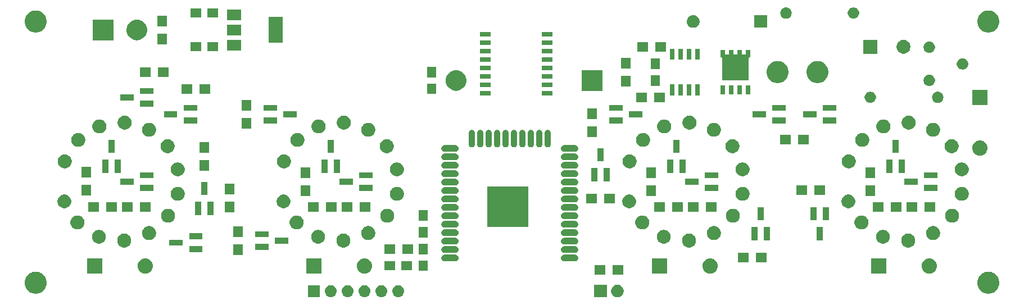
<source format=gbs>
G04 #@! TF.GenerationSoftware,KiCad,Pcbnew,5.1.4-5.1.4*
G04 #@! TF.CreationDate,2019-09-03T08:09:01+02:00*
G04 #@! TF.ProjectId,nixieclock-in18,6e697869-6563-46c6-9f63-6b2d696e3138,rev?*
G04 #@! TF.SameCoordinates,Original*
G04 #@! TF.FileFunction,Soldermask,Bot*
G04 #@! TF.FilePolarity,Negative*
%FSLAX46Y46*%
G04 Gerber Fmt 4.6, Leading zero omitted, Abs format (unit mm)*
G04 Created by KiCad (PCBNEW 5.1.4-5.1.4) date 2019-09-03 08:09:01*
%MOMM*%
%LPD*%
G04 APERTURE LIST*
%ADD10C,0.100000*%
G04 APERTURE END LIST*
D10*
G36*
X183157395Y-94335546D02*
G01*
X183330466Y-94407234D01*
X183407818Y-94458919D01*
X183486227Y-94511310D01*
X183618690Y-94643773D01*
X183618691Y-94643775D01*
X183722766Y-94799534D01*
X183794454Y-94972605D01*
X183831000Y-95156333D01*
X183831000Y-95343667D01*
X183794454Y-95527395D01*
X183722766Y-95700466D01*
X183722765Y-95700467D01*
X183618690Y-95856227D01*
X183486227Y-95988690D01*
X183465141Y-96002779D01*
X183330466Y-96092766D01*
X183157395Y-96164454D01*
X182973667Y-96201000D01*
X182786333Y-96201000D01*
X182602605Y-96164454D01*
X182429534Y-96092766D01*
X182294859Y-96002779D01*
X182273773Y-95988690D01*
X182141310Y-95856227D01*
X182037235Y-95700467D01*
X182037234Y-95700466D01*
X181965546Y-95527395D01*
X181929000Y-95343667D01*
X181929000Y-95156333D01*
X181965546Y-94972605D01*
X182037234Y-94799534D01*
X182141309Y-94643775D01*
X182141310Y-94643773D01*
X182273773Y-94511310D01*
X182352182Y-94458919D01*
X182429534Y-94407234D01*
X182602605Y-94335546D01*
X182786333Y-94299000D01*
X182973667Y-94299000D01*
X183157395Y-94335546D01*
X183157395Y-94335546D01*
G37*
G36*
X181291000Y-96201000D02*
G01*
X179389000Y-96201000D01*
X179389000Y-94299000D01*
X181291000Y-94299000D01*
X181291000Y-96201000D01*
X181291000Y-96201000D01*
G37*
G36*
X139810442Y-94355518D02*
G01*
X139876627Y-94362037D01*
X140046466Y-94413557D01*
X140202991Y-94497222D01*
X140220156Y-94511309D01*
X140340186Y-94609814D01*
X140423448Y-94711271D01*
X140452778Y-94747009D01*
X140536443Y-94903534D01*
X140587963Y-95073373D01*
X140605359Y-95250000D01*
X140587963Y-95426627D01*
X140536443Y-95596466D01*
X140452778Y-95752991D01*
X140423448Y-95788729D01*
X140340186Y-95890186D01*
X140238729Y-95973448D01*
X140202991Y-96002778D01*
X140046466Y-96086443D01*
X139876627Y-96137963D01*
X139810443Y-96144481D01*
X139744260Y-96151000D01*
X139655740Y-96151000D01*
X139589558Y-96144482D01*
X139523373Y-96137963D01*
X139353534Y-96086443D01*
X139197009Y-96002778D01*
X139161271Y-95973448D01*
X139059814Y-95890186D01*
X138976552Y-95788729D01*
X138947222Y-95752991D01*
X138863557Y-95596466D01*
X138812037Y-95426627D01*
X138794641Y-95250000D01*
X138812037Y-95073373D01*
X138863557Y-94903534D01*
X138947222Y-94747009D01*
X138976552Y-94711271D01*
X139059814Y-94609814D01*
X139179844Y-94511309D01*
X139197009Y-94497222D01*
X139353534Y-94413557D01*
X139523373Y-94362037D01*
X139589557Y-94355519D01*
X139655740Y-94349000D01*
X139744260Y-94349000D01*
X139810442Y-94355518D01*
X139810442Y-94355518D01*
G37*
G36*
X138061000Y-96151000D02*
G01*
X136259000Y-96151000D01*
X136259000Y-94349000D01*
X138061000Y-94349000D01*
X138061000Y-96151000D01*
X138061000Y-96151000D01*
G37*
G36*
X149970442Y-94355518D02*
G01*
X150036627Y-94362037D01*
X150206466Y-94413557D01*
X150362991Y-94497222D01*
X150380156Y-94511309D01*
X150500186Y-94609814D01*
X150583448Y-94711271D01*
X150612778Y-94747009D01*
X150696443Y-94903534D01*
X150747963Y-95073373D01*
X150765359Y-95250000D01*
X150747963Y-95426627D01*
X150696443Y-95596466D01*
X150612778Y-95752991D01*
X150583448Y-95788729D01*
X150500186Y-95890186D01*
X150398729Y-95973448D01*
X150362991Y-96002778D01*
X150206466Y-96086443D01*
X150036627Y-96137963D01*
X149970443Y-96144481D01*
X149904260Y-96151000D01*
X149815740Y-96151000D01*
X149749558Y-96144482D01*
X149683373Y-96137963D01*
X149513534Y-96086443D01*
X149357009Y-96002778D01*
X149321271Y-95973448D01*
X149219814Y-95890186D01*
X149136552Y-95788729D01*
X149107222Y-95752991D01*
X149023557Y-95596466D01*
X148972037Y-95426627D01*
X148954641Y-95250000D01*
X148972037Y-95073373D01*
X149023557Y-94903534D01*
X149107222Y-94747009D01*
X149136552Y-94711271D01*
X149219814Y-94609814D01*
X149339844Y-94511309D01*
X149357009Y-94497222D01*
X149513534Y-94413557D01*
X149683373Y-94362037D01*
X149749557Y-94355519D01*
X149815740Y-94349000D01*
X149904260Y-94349000D01*
X149970442Y-94355518D01*
X149970442Y-94355518D01*
G37*
G36*
X147430442Y-94355518D02*
G01*
X147496627Y-94362037D01*
X147666466Y-94413557D01*
X147822991Y-94497222D01*
X147840156Y-94511309D01*
X147960186Y-94609814D01*
X148043448Y-94711271D01*
X148072778Y-94747009D01*
X148156443Y-94903534D01*
X148207963Y-95073373D01*
X148225359Y-95250000D01*
X148207963Y-95426627D01*
X148156443Y-95596466D01*
X148072778Y-95752991D01*
X148043448Y-95788729D01*
X147960186Y-95890186D01*
X147858729Y-95973448D01*
X147822991Y-96002778D01*
X147666466Y-96086443D01*
X147496627Y-96137963D01*
X147430443Y-96144481D01*
X147364260Y-96151000D01*
X147275740Y-96151000D01*
X147209558Y-96144482D01*
X147143373Y-96137963D01*
X146973534Y-96086443D01*
X146817009Y-96002778D01*
X146781271Y-95973448D01*
X146679814Y-95890186D01*
X146596552Y-95788729D01*
X146567222Y-95752991D01*
X146483557Y-95596466D01*
X146432037Y-95426627D01*
X146414641Y-95250000D01*
X146432037Y-95073373D01*
X146483557Y-94903534D01*
X146567222Y-94747009D01*
X146596552Y-94711271D01*
X146679814Y-94609814D01*
X146799844Y-94511309D01*
X146817009Y-94497222D01*
X146973534Y-94413557D01*
X147143373Y-94362037D01*
X147209557Y-94355519D01*
X147275740Y-94349000D01*
X147364260Y-94349000D01*
X147430442Y-94355518D01*
X147430442Y-94355518D01*
G37*
G36*
X142350442Y-94355518D02*
G01*
X142416627Y-94362037D01*
X142586466Y-94413557D01*
X142742991Y-94497222D01*
X142760156Y-94511309D01*
X142880186Y-94609814D01*
X142963448Y-94711271D01*
X142992778Y-94747009D01*
X143076443Y-94903534D01*
X143127963Y-95073373D01*
X143145359Y-95250000D01*
X143127963Y-95426627D01*
X143076443Y-95596466D01*
X142992778Y-95752991D01*
X142963448Y-95788729D01*
X142880186Y-95890186D01*
X142778729Y-95973448D01*
X142742991Y-96002778D01*
X142586466Y-96086443D01*
X142416627Y-96137963D01*
X142350443Y-96144481D01*
X142284260Y-96151000D01*
X142195740Y-96151000D01*
X142129558Y-96144482D01*
X142063373Y-96137963D01*
X141893534Y-96086443D01*
X141737009Y-96002778D01*
X141701271Y-95973448D01*
X141599814Y-95890186D01*
X141516552Y-95788729D01*
X141487222Y-95752991D01*
X141403557Y-95596466D01*
X141352037Y-95426627D01*
X141334641Y-95250000D01*
X141352037Y-95073373D01*
X141403557Y-94903534D01*
X141487222Y-94747009D01*
X141516552Y-94711271D01*
X141599814Y-94609814D01*
X141719844Y-94511309D01*
X141737009Y-94497222D01*
X141893534Y-94413557D01*
X142063373Y-94362037D01*
X142129557Y-94355519D01*
X142195740Y-94349000D01*
X142284260Y-94349000D01*
X142350442Y-94355518D01*
X142350442Y-94355518D01*
G37*
G36*
X144890442Y-94355518D02*
G01*
X144956627Y-94362037D01*
X145126466Y-94413557D01*
X145282991Y-94497222D01*
X145300156Y-94511309D01*
X145420186Y-94609814D01*
X145503448Y-94711271D01*
X145532778Y-94747009D01*
X145616443Y-94903534D01*
X145667963Y-95073373D01*
X145685359Y-95250000D01*
X145667963Y-95426627D01*
X145616443Y-95596466D01*
X145532778Y-95752991D01*
X145503448Y-95788729D01*
X145420186Y-95890186D01*
X145318729Y-95973448D01*
X145282991Y-96002778D01*
X145126466Y-96086443D01*
X144956627Y-96137963D01*
X144890443Y-96144481D01*
X144824260Y-96151000D01*
X144735740Y-96151000D01*
X144669558Y-96144482D01*
X144603373Y-96137963D01*
X144433534Y-96086443D01*
X144277009Y-96002778D01*
X144241271Y-95973448D01*
X144139814Y-95890186D01*
X144056552Y-95788729D01*
X144027222Y-95752991D01*
X143943557Y-95596466D01*
X143892037Y-95426627D01*
X143874641Y-95250000D01*
X143892037Y-95073373D01*
X143943557Y-94903534D01*
X144027222Y-94747009D01*
X144056552Y-94711271D01*
X144139814Y-94609814D01*
X144259844Y-94511309D01*
X144277009Y-94497222D01*
X144433534Y-94413557D01*
X144603373Y-94362037D01*
X144669557Y-94355519D01*
X144735740Y-94349000D01*
X144824260Y-94349000D01*
X144890442Y-94355518D01*
X144890442Y-94355518D01*
G37*
G36*
X239135256Y-92371298D02*
G01*
X239241579Y-92392447D01*
X239454037Y-92480450D01*
X239521826Y-92508529D01*
X239542042Y-92516903D01*
X239812451Y-92697585D01*
X240042415Y-92927549D01*
X240042416Y-92927551D01*
X240223098Y-93197960D01*
X240347553Y-93498422D01*
X240411000Y-93817389D01*
X240411000Y-94142611D01*
X240372622Y-94335547D01*
X240347553Y-94461579D01*
X240223097Y-94762042D01*
X240042415Y-95032451D01*
X239812451Y-95262415D01*
X239542042Y-95443097D01*
X239241579Y-95567553D01*
X239135256Y-95588702D01*
X238922611Y-95631000D01*
X238597389Y-95631000D01*
X238384744Y-95588702D01*
X238278421Y-95567553D01*
X237977958Y-95443097D01*
X237707549Y-95262415D01*
X237477585Y-95032451D01*
X237296903Y-94762042D01*
X237172447Y-94461579D01*
X237147378Y-94335547D01*
X237109000Y-94142611D01*
X237109000Y-93817389D01*
X237172447Y-93498422D01*
X237296902Y-93197960D01*
X237477584Y-92927551D01*
X237477585Y-92927549D01*
X237707549Y-92697585D01*
X237977958Y-92516903D01*
X237998175Y-92508529D01*
X238065963Y-92480450D01*
X238278421Y-92392447D01*
X238384744Y-92371298D01*
X238597389Y-92329000D01*
X238922611Y-92329000D01*
X239135256Y-92371298D01*
X239135256Y-92371298D01*
G37*
G36*
X95625256Y-92371298D02*
G01*
X95731579Y-92392447D01*
X95944037Y-92480450D01*
X96011826Y-92508529D01*
X96032042Y-92516903D01*
X96302451Y-92697585D01*
X96532415Y-92927549D01*
X96532416Y-92927551D01*
X96713098Y-93197960D01*
X96837553Y-93498422D01*
X96901000Y-93817389D01*
X96901000Y-94142611D01*
X96862622Y-94335547D01*
X96837553Y-94461579D01*
X96713097Y-94762042D01*
X96532415Y-95032451D01*
X96302451Y-95262415D01*
X96032042Y-95443097D01*
X95731579Y-95567553D01*
X95625256Y-95588702D01*
X95412611Y-95631000D01*
X95087389Y-95631000D01*
X94874744Y-95588702D01*
X94768421Y-95567553D01*
X94467958Y-95443097D01*
X94197549Y-95262415D01*
X93967585Y-95032451D01*
X93786903Y-94762042D01*
X93662447Y-94461579D01*
X93637378Y-94335547D01*
X93599000Y-94142611D01*
X93599000Y-93817389D01*
X93662447Y-93498422D01*
X93786902Y-93197960D01*
X93967584Y-92927551D01*
X93967585Y-92927549D01*
X94197549Y-92697585D01*
X94467958Y-92516903D01*
X94488175Y-92508529D01*
X94555963Y-92480450D01*
X94768421Y-92392447D01*
X94874744Y-92371298D01*
X95087389Y-92329000D01*
X95412611Y-92329000D01*
X95625256Y-92371298D01*
X95625256Y-92371298D01*
G37*
G36*
X181061000Y-92776000D02*
G01*
X179459000Y-92776000D01*
X179459000Y-91374000D01*
X181061000Y-91374000D01*
X181061000Y-92776000D01*
X181061000Y-92776000D01*
G37*
G36*
X183761000Y-92776000D02*
G01*
X182159000Y-92776000D01*
X182159000Y-91374000D01*
X183761000Y-91374000D01*
X183761000Y-92776000D01*
X183761000Y-92776000D01*
G37*
G36*
X197019271Y-90300103D02*
G01*
X197075635Y-90305654D01*
X197292600Y-90371470D01*
X197292602Y-90371471D01*
X197492555Y-90478347D01*
X197667818Y-90622182D01*
X197811653Y-90797445D01*
X197918529Y-90997398D01*
X197984346Y-91214366D01*
X198006569Y-91440000D01*
X197984346Y-91665634D01*
X197918529Y-91882602D01*
X197811653Y-92082555D01*
X197667818Y-92257818D01*
X197492555Y-92401653D01*
X197292602Y-92508529D01*
X197292600Y-92508530D01*
X197075635Y-92574346D01*
X197019271Y-92579897D01*
X196906545Y-92591000D01*
X196793455Y-92591000D01*
X196680729Y-92579897D01*
X196624365Y-92574346D01*
X196407400Y-92508530D01*
X196407398Y-92508529D01*
X196207445Y-92401653D01*
X196032182Y-92257818D01*
X195888347Y-92082555D01*
X195781471Y-91882602D01*
X195715654Y-91665634D01*
X195693431Y-91440000D01*
X195715654Y-91214366D01*
X195781471Y-90997398D01*
X195888347Y-90797445D01*
X196032182Y-90622182D01*
X196207445Y-90478347D01*
X196407398Y-90371471D01*
X196407400Y-90371470D01*
X196624365Y-90305654D01*
X196680729Y-90300103D01*
X196793455Y-90289000D01*
X196906545Y-90289000D01*
X197019271Y-90300103D01*
X197019271Y-90300103D01*
G37*
G36*
X105291000Y-92591000D02*
G01*
X102989000Y-92591000D01*
X102989000Y-90289000D01*
X105291000Y-90289000D01*
X105291000Y-92591000D01*
X105291000Y-92591000D01*
G37*
G36*
X111929271Y-90300103D02*
G01*
X111985635Y-90305654D01*
X112202600Y-90371470D01*
X112202602Y-90371471D01*
X112402555Y-90478347D01*
X112577818Y-90622182D01*
X112721653Y-90797445D01*
X112828529Y-90997398D01*
X112894346Y-91214366D01*
X112916569Y-91440000D01*
X112894346Y-91665634D01*
X112828529Y-91882602D01*
X112721653Y-92082555D01*
X112577818Y-92257818D01*
X112402555Y-92401653D01*
X112202602Y-92508529D01*
X112202600Y-92508530D01*
X111985635Y-92574346D01*
X111929271Y-92579897D01*
X111816545Y-92591000D01*
X111703455Y-92591000D01*
X111590729Y-92579897D01*
X111534365Y-92574346D01*
X111317400Y-92508530D01*
X111317398Y-92508529D01*
X111117445Y-92401653D01*
X110942182Y-92257818D01*
X110798347Y-92082555D01*
X110691471Y-91882602D01*
X110625654Y-91665634D01*
X110603431Y-91440000D01*
X110625654Y-91214366D01*
X110691471Y-90997398D01*
X110798347Y-90797445D01*
X110942182Y-90622182D01*
X111117445Y-90478347D01*
X111317398Y-90371471D01*
X111317400Y-90371470D01*
X111534365Y-90305654D01*
X111590729Y-90300103D01*
X111703455Y-90289000D01*
X111816545Y-90289000D01*
X111929271Y-90300103D01*
X111929271Y-90300103D01*
G37*
G36*
X144949271Y-90300103D02*
G01*
X145005635Y-90305654D01*
X145222600Y-90371470D01*
X145222602Y-90371471D01*
X145422555Y-90478347D01*
X145597818Y-90622182D01*
X145741653Y-90797445D01*
X145848529Y-90997398D01*
X145914346Y-91214366D01*
X145936569Y-91440000D01*
X145914346Y-91665634D01*
X145848529Y-91882602D01*
X145741653Y-92082555D01*
X145597818Y-92257818D01*
X145422555Y-92401653D01*
X145222602Y-92508529D01*
X145222600Y-92508530D01*
X145005635Y-92574346D01*
X144949271Y-92579897D01*
X144836545Y-92591000D01*
X144723455Y-92591000D01*
X144610729Y-92579897D01*
X144554365Y-92574346D01*
X144337400Y-92508530D01*
X144337398Y-92508529D01*
X144137445Y-92401653D01*
X143962182Y-92257818D01*
X143818347Y-92082555D01*
X143711471Y-91882602D01*
X143645654Y-91665634D01*
X143623431Y-91440000D01*
X143645654Y-91214366D01*
X143711471Y-90997398D01*
X143818347Y-90797445D01*
X143962182Y-90622182D01*
X144137445Y-90478347D01*
X144337398Y-90371471D01*
X144337400Y-90371470D01*
X144554365Y-90305654D01*
X144610729Y-90300103D01*
X144723455Y-90289000D01*
X144836545Y-90289000D01*
X144949271Y-90300103D01*
X144949271Y-90300103D01*
G37*
G36*
X138311000Y-92591000D02*
G01*
X136009000Y-92591000D01*
X136009000Y-90289000D01*
X138311000Y-90289000D01*
X138311000Y-92591000D01*
X138311000Y-92591000D01*
G37*
G36*
X190381000Y-92591000D02*
G01*
X188079000Y-92591000D01*
X188079000Y-90289000D01*
X190381000Y-90289000D01*
X190381000Y-92591000D01*
X190381000Y-92591000D01*
G37*
G36*
X230039271Y-90300103D02*
G01*
X230095635Y-90305654D01*
X230312600Y-90371470D01*
X230312602Y-90371471D01*
X230512555Y-90478347D01*
X230687818Y-90622182D01*
X230831653Y-90797445D01*
X230938529Y-90997398D01*
X231004346Y-91214366D01*
X231026569Y-91440000D01*
X231004346Y-91665634D01*
X230938529Y-91882602D01*
X230831653Y-92082555D01*
X230687818Y-92257818D01*
X230512555Y-92401653D01*
X230312602Y-92508529D01*
X230312600Y-92508530D01*
X230095635Y-92574346D01*
X230039271Y-92579897D01*
X229926545Y-92591000D01*
X229813455Y-92591000D01*
X229700729Y-92579897D01*
X229644365Y-92574346D01*
X229427400Y-92508530D01*
X229427398Y-92508529D01*
X229227445Y-92401653D01*
X229052182Y-92257818D01*
X228908347Y-92082555D01*
X228801471Y-91882602D01*
X228735654Y-91665634D01*
X228713431Y-91440000D01*
X228735654Y-91214366D01*
X228801471Y-90997398D01*
X228908347Y-90797445D01*
X229052182Y-90622182D01*
X229227445Y-90478347D01*
X229427398Y-90371471D01*
X229427400Y-90371470D01*
X229644365Y-90305654D01*
X229700729Y-90300103D01*
X229813455Y-90289000D01*
X229926545Y-90289000D01*
X230039271Y-90300103D01*
X230039271Y-90300103D01*
G37*
G36*
X223401000Y-92591000D02*
G01*
X221099000Y-92591000D01*
X221099000Y-90289000D01*
X223401000Y-90289000D01*
X223401000Y-92591000D01*
X223401000Y-92591000D01*
G37*
G36*
X154346000Y-92221000D02*
G01*
X152994000Y-92221000D01*
X152994000Y-90619000D01*
X154346000Y-90619000D01*
X154346000Y-92221000D01*
X154346000Y-92221000D01*
G37*
G36*
X149411000Y-92116000D02*
G01*
X147809000Y-92116000D01*
X147809000Y-90764000D01*
X149411000Y-90764000D01*
X149411000Y-92116000D01*
X149411000Y-92116000D01*
G37*
G36*
X151911000Y-92116000D02*
G01*
X150309000Y-92116000D01*
X150309000Y-90764000D01*
X151911000Y-90764000D01*
X151911000Y-92116000D01*
X151911000Y-92116000D01*
G37*
G36*
X202651000Y-90871000D02*
G01*
X201049000Y-90871000D01*
X201049000Y-89469000D01*
X202651000Y-89469000D01*
X202651000Y-90871000D01*
X202651000Y-90871000D01*
G37*
G36*
X205351000Y-90871000D02*
G01*
X203749000Y-90871000D01*
X203749000Y-89469000D01*
X205351000Y-89469000D01*
X205351000Y-90871000D01*
X205351000Y-90871000D01*
G37*
G36*
X176568213Y-89756249D02*
G01*
X176662652Y-89784897D01*
X176749687Y-89831418D01*
X176825975Y-89894025D01*
X176888582Y-89970313D01*
X176935103Y-90057348D01*
X176963751Y-90151787D01*
X176973424Y-90250000D01*
X176963751Y-90348213D01*
X176935103Y-90442652D01*
X176888582Y-90529687D01*
X176825975Y-90605975D01*
X176749687Y-90668582D01*
X176662652Y-90715103D01*
X176568213Y-90743751D01*
X176494612Y-90751000D01*
X174845388Y-90751000D01*
X174771787Y-90743751D01*
X174677348Y-90715103D01*
X174590313Y-90668582D01*
X174514025Y-90605975D01*
X174451418Y-90529687D01*
X174404897Y-90442652D01*
X174376249Y-90348213D01*
X174366576Y-90250000D01*
X174376249Y-90151787D01*
X174404897Y-90057348D01*
X174451418Y-89970313D01*
X174514025Y-89894025D01*
X174590313Y-89831418D01*
X174677348Y-89784897D01*
X174771787Y-89756249D01*
X174845388Y-89749000D01*
X176494612Y-89749000D01*
X176568213Y-89756249D01*
X176568213Y-89756249D01*
G37*
G36*
X158568213Y-89756249D02*
G01*
X158662652Y-89784897D01*
X158749687Y-89831418D01*
X158825975Y-89894025D01*
X158888582Y-89970313D01*
X158935103Y-90057348D01*
X158963751Y-90151787D01*
X158973424Y-90250000D01*
X158963751Y-90348213D01*
X158935103Y-90442652D01*
X158888582Y-90529687D01*
X158825975Y-90605975D01*
X158749687Y-90668582D01*
X158662652Y-90715103D01*
X158568213Y-90743751D01*
X158494612Y-90751000D01*
X156845388Y-90751000D01*
X156771787Y-90743751D01*
X156677348Y-90715103D01*
X156590313Y-90668582D01*
X156514025Y-90605975D01*
X156451418Y-90529687D01*
X156404897Y-90442652D01*
X156376249Y-90348213D01*
X156366576Y-90250000D01*
X156376249Y-90151787D01*
X156404897Y-90057348D01*
X156451418Y-89970313D01*
X156514025Y-89894025D01*
X156590313Y-89831418D01*
X156677348Y-89784897D01*
X156771787Y-89756249D01*
X156845388Y-89749000D01*
X158494612Y-89749000D01*
X158568213Y-89756249D01*
X158568213Y-89756249D01*
G37*
G36*
X126431000Y-89781000D02*
G01*
X125029000Y-89781000D01*
X125029000Y-88179000D01*
X126431000Y-88179000D01*
X126431000Y-89781000D01*
X126431000Y-89781000D01*
G37*
G36*
X154346000Y-89721000D02*
G01*
X152994000Y-89721000D01*
X152994000Y-88119000D01*
X154346000Y-88119000D01*
X154346000Y-89721000D01*
X154346000Y-89721000D01*
G37*
G36*
X149391000Y-89601000D02*
G01*
X147789000Y-89601000D01*
X147789000Y-88199000D01*
X149391000Y-88199000D01*
X149391000Y-89601000D01*
X149391000Y-89601000D01*
G37*
G36*
X152091000Y-89601000D02*
G01*
X150489000Y-89601000D01*
X150489000Y-88199000D01*
X152091000Y-88199000D01*
X152091000Y-89601000D01*
X152091000Y-89601000D01*
G37*
G36*
X158568213Y-88486249D02*
G01*
X158662652Y-88514897D01*
X158749687Y-88561418D01*
X158825975Y-88624025D01*
X158888582Y-88700313D01*
X158935103Y-88787348D01*
X158963751Y-88881787D01*
X158973424Y-88980000D01*
X158963751Y-89078213D01*
X158935103Y-89172652D01*
X158888582Y-89259687D01*
X158825975Y-89335975D01*
X158749687Y-89398582D01*
X158662652Y-89445103D01*
X158568213Y-89473751D01*
X158494612Y-89481000D01*
X156845388Y-89481000D01*
X156771787Y-89473751D01*
X156677348Y-89445103D01*
X156590313Y-89398582D01*
X156514025Y-89335975D01*
X156451418Y-89259687D01*
X156404897Y-89172652D01*
X156376249Y-89078213D01*
X156366576Y-88980000D01*
X156376249Y-88881787D01*
X156404897Y-88787348D01*
X156451418Y-88700313D01*
X156514025Y-88624025D01*
X156590313Y-88561418D01*
X156677348Y-88514897D01*
X156771787Y-88486249D01*
X156845388Y-88479000D01*
X158494612Y-88479000D01*
X158568213Y-88486249D01*
X158568213Y-88486249D01*
G37*
G36*
X176568213Y-88486249D02*
G01*
X176662652Y-88514897D01*
X176749687Y-88561418D01*
X176825975Y-88624025D01*
X176888582Y-88700313D01*
X176935103Y-88787348D01*
X176963751Y-88881787D01*
X176973424Y-88980000D01*
X176963751Y-89078213D01*
X176935103Y-89172652D01*
X176888582Y-89259687D01*
X176825975Y-89335975D01*
X176749687Y-89398582D01*
X176662652Y-89445103D01*
X176568213Y-89473751D01*
X176494612Y-89481000D01*
X174845388Y-89481000D01*
X174771787Y-89473751D01*
X174677348Y-89445103D01*
X174590313Y-89398582D01*
X174514025Y-89335975D01*
X174451418Y-89259687D01*
X174404897Y-89172652D01*
X174376249Y-89078213D01*
X174366576Y-88980000D01*
X174376249Y-88881787D01*
X174404897Y-88787348D01*
X174451418Y-88700313D01*
X174514025Y-88624025D01*
X174590313Y-88561418D01*
X174677348Y-88514897D01*
X174771787Y-88486249D01*
X174845388Y-88479000D01*
X176494612Y-88479000D01*
X176568213Y-88486249D01*
X176568213Y-88486249D01*
G37*
G36*
X120381000Y-89351000D02*
G01*
X118379000Y-89351000D01*
X118379000Y-88449000D01*
X120381000Y-88449000D01*
X120381000Y-89351000D01*
X120381000Y-89351000D01*
G37*
G36*
X130311000Y-89031000D02*
G01*
X128309000Y-89031000D01*
X128309000Y-88129000D01*
X130311000Y-88129000D01*
X130311000Y-89031000D01*
X130311000Y-89031000D01*
G37*
G36*
X141911564Y-86619389D02*
G01*
X142102833Y-86698615D01*
X142102835Y-86698616D01*
X142274973Y-86813635D01*
X142421365Y-86960027D01*
X142535606Y-87131000D01*
X142536385Y-87132167D01*
X142615611Y-87323436D01*
X142656000Y-87526484D01*
X142656000Y-87733516D01*
X142615611Y-87936564D01*
X142560708Y-88069111D01*
X142536384Y-88127835D01*
X142421365Y-88299973D01*
X142274973Y-88446365D01*
X142102835Y-88561384D01*
X142102834Y-88561385D01*
X142102833Y-88561385D01*
X141911564Y-88640611D01*
X141708516Y-88681000D01*
X141501484Y-88681000D01*
X141298436Y-88640611D01*
X141107167Y-88561385D01*
X141107166Y-88561385D01*
X141107165Y-88561384D01*
X140935027Y-88446365D01*
X140788635Y-88299973D01*
X140673616Y-88127835D01*
X140649292Y-88069111D01*
X140594389Y-87936564D01*
X140554000Y-87733516D01*
X140554000Y-87526484D01*
X140594389Y-87323436D01*
X140673615Y-87132167D01*
X140674395Y-87131000D01*
X140788635Y-86960027D01*
X140935027Y-86813635D01*
X141107165Y-86698616D01*
X141107167Y-86698615D01*
X141298436Y-86619389D01*
X141501484Y-86579000D01*
X141708516Y-86579000D01*
X141911564Y-86619389D01*
X141911564Y-86619389D01*
G37*
G36*
X193981564Y-86619389D02*
G01*
X194172833Y-86698615D01*
X194172835Y-86698616D01*
X194344973Y-86813635D01*
X194491365Y-86960027D01*
X194605606Y-87131000D01*
X194606385Y-87132167D01*
X194685611Y-87323436D01*
X194726000Y-87526484D01*
X194726000Y-87733516D01*
X194685611Y-87936564D01*
X194630708Y-88069111D01*
X194606384Y-88127835D01*
X194491365Y-88299973D01*
X194344973Y-88446365D01*
X194172835Y-88561384D01*
X194172834Y-88561385D01*
X194172833Y-88561385D01*
X193981564Y-88640611D01*
X193778516Y-88681000D01*
X193571484Y-88681000D01*
X193368436Y-88640611D01*
X193177167Y-88561385D01*
X193177166Y-88561385D01*
X193177165Y-88561384D01*
X193005027Y-88446365D01*
X192858635Y-88299973D01*
X192743616Y-88127835D01*
X192719292Y-88069111D01*
X192664389Y-87936564D01*
X192624000Y-87733516D01*
X192624000Y-87526484D01*
X192664389Y-87323436D01*
X192743615Y-87132167D01*
X192744395Y-87131000D01*
X192858635Y-86960027D01*
X193005027Y-86813635D01*
X193177165Y-86698616D01*
X193177167Y-86698615D01*
X193368436Y-86619389D01*
X193571484Y-86579000D01*
X193778516Y-86579000D01*
X193981564Y-86619389D01*
X193981564Y-86619389D01*
G37*
G36*
X108891564Y-86619389D02*
G01*
X109082833Y-86698615D01*
X109082835Y-86698616D01*
X109254973Y-86813635D01*
X109401365Y-86960027D01*
X109515606Y-87131000D01*
X109516385Y-87132167D01*
X109595611Y-87323436D01*
X109636000Y-87526484D01*
X109636000Y-87733516D01*
X109595611Y-87936564D01*
X109540708Y-88069111D01*
X109516384Y-88127835D01*
X109401365Y-88299973D01*
X109254973Y-88446365D01*
X109082835Y-88561384D01*
X109082834Y-88561385D01*
X109082833Y-88561385D01*
X108891564Y-88640611D01*
X108688516Y-88681000D01*
X108481484Y-88681000D01*
X108278436Y-88640611D01*
X108087167Y-88561385D01*
X108087166Y-88561385D01*
X108087165Y-88561384D01*
X107915027Y-88446365D01*
X107768635Y-88299973D01*
X107653616Y-88127835D01*
X107629292Y-88069111D01*
X107574389Y-87936564D01*
X107534000Y-87733516D01*
X107534000Y-87526484D01*
X107574389Y-87323436D01*
X107653615Y-87132167D01*
X107654395Y-87131000D01*
X107768635Y-86960027D01*
X107915027Y-86813635D01*
X108087165Y-86698616D01*
X108087167Y-86698615D01*
X108278436Y-86619389D01*
X108481484Y-86579000D01*
X108688516Y-86579000D01*
X108891564Y-86619389D01*
X108891564Y-86619389D01*
G37*
G36*
X227001564Y-86619389D02*
G01*
X227192833Y-86698615D01*
X227192835Y-86698616D01*
X227364973Y-86813635D01*
X227511365Y-86960027D01*
X227625606Y-87131000D01*
X227626385Y-87132167D01*
X227705611Y-87323436D01*
X227746000Y-87526484D01*
X227746000Y-87733516D01*
X227705611Y-87936564D01*
X227650708Y-88069111D01*
X227626384Y-88127835D01*
X227511365Y-88299973D01*
X227364973Y-88446365D01*
X227192835Y-88561384D01*
X227192834Y-88561385D01*
X227192833Y-88561385D01*
X227001564Y-88640611D01*
X226798516Y-88681000D01*
X226591484Y-88681000D01*
X226388436Y-88640611D01*
X226197167Y-88561385D01*
X226197166Y-88561385D01*
X226197165Y-88561384D01*
X226025027Y-88446365D01*
X225878635Y-88299973D01*
X225763616Y-88127835D01*
X225739292Y-88069111D01*
X225684389Y-87936564D01*
X225644000Y-87733516D01*
X225644000Y-87526484D01*
X225684389Y-87323436D01*
X225763615Y-87132167D01*
X225764395Y-87131000D01*
X225878635Y-86960027D01*
X226025027Y-86813635D01*
X226197165Y-86698616D01*
X226197167Y-86698615D01*
X226388436Y-86619389D01*
X226591484Y-86579000D01*
X226798516Y-86579000D01*
X227001564Y-86619389D01*
X227001564Y-86619389D01*
G37*
G36*
X117381000Y-88401000D02*
G01*
X115379000Y-88401000D01*
X115379000Y-87499000D01*
X117381000Y-87499000D01*
X117381000Y-88401000D01*
X117381000Y-88401000D01*
G37*
G36*
X176568213Y-87216249D02*
G01*
X176662652Y-87244897D01*
X176749687Y-87291418D01*
X176825975Y-87354025D01*
X176888582Y-87430313D01*
X176935103Y-87517348D01*
X176963751Y-87611787D01*
X176973424Y-87710000D01*
X176963751Y-87808213D01*
X176935103Y-87902652D01*
X176888582Y-87989687D01*
X176825975Y-88065975D01*
X176749687Y-88128582D01*
X176662652Y-88175103D01*
X176568213Y-88203751D01*
X176494612Y-88211000D01*
X174845388Y-88211000D01*
X174771787Y-88203751D01*
X174677348Y-88175103D01*
X174590313Y-88128582D01*
X174514025Y-88065975D01*
X174451418Y-87989687D01*
X174404897Y-87902652D01*
X174376249Y-87808213D01*
X174366576Y-87710000D01*
X174376249Y-87611787D01*
X174404897Y-87517348D01*
X174451418Y-87430313D01*
X174514025Y-87354025D01*
X174590313Y-87291418D01*
X174677348Y-87244897D01*
X174771787Y-87216249D01*
X174845388Y-87209000D01*
X176494612Y-87209000D01*
X176568213Y-87216249D01*
X176568213Y-87216249D01*
G37*
G36*
X158568213Y-87216249D02*
G01*
X158662652Y-87244897D01*
X158749687Y-87291418D01*
X158825975Y-87354025D01*
X158888582Y-87430313D01*
X158935103Y-87517348D01*
X158963751Y-87611787D01*
X158973424Y-87710000D01*
X158963751Y-87808213D01*
X158935103Y-87902652D01*
X158888582Y-87989687D01*
X158825975Y-88065975D01*
X158749687Y-88128582D01*
X158662652Y-88175103D01*
X158568213Y-88203751D01*
X158494612Y-88211000D01*
X156845388Y-88211000D01*
X156771787Y-88203751D01*
X156677348Y-88175103D01*
X156590313Y-88128582D01*
X156514025Y-88065975D01*
X156451418Y-87989687D01*
X156404897Y-87902652D01*
X156376249Y-87808213D01*
X156366576Y-87710000D01*
X156376249Y-87611787D01*
X156404897Y-87517348D01*
X156451418Y-87430313D01*
X156514025Y-87354025D01*
X156590313Y-87291418D01*
X156677348Y-87244897D01*
X156771787Y-87216249D01*
X156845388Y-87209000D01*
X158494612Y-87209000D01*
X158568213Y-87216249D01*
X158568213Y-87216249D01*
G37*
G36*
X190171564Y-86047889D02*
G01*
X190362833Y-86127115D01*
X190362835Y-86127116D01*
X190534973Y-86242135D01*
X190681365Y-86388527D01*
X190788590Y-86549000D01*
X190796385Y-86560667D01*
X190875611Y-86751936D01*
X190916000Y-86954984D01*
X190916000Y-87162016D01*
X190875611Y-87365064D01*
X190820708Y-87497611D01*
X190796384Y-87556335D01*
X190681365Y-87728473D01*
X190534973Y-87874865D01*
X190362835Y-87989884D01*
X190362834Y-87989885D01*
X190362833Y-87989885D01*
X190171564Y-88069111D01*
X189968516Y-88109500D01*
X189761484Y-88109500D01*
X189558436Y-88069111D01*
X189367167Y-87989885D01*
X189367166Y-87989885D01*
X189367165Y-87989884D01*
X189195027Y-87874865D01*
X189048635Y-87728473D01*
X188933616Y-87556335D01*
X188909292Y-87497611D01*
X188854389Y-87365064D01*
X188814000Y-87162016D01*
X188814000Y-86954984D01*
X188854389Y-86751936D01*
X188933615Y-86560667D01*
X188941411Y-86549000D01*
X189048635Y-86388527D01*
X189195027Y-86242135D01*
X189367165Y-86127116D01*
X189367167Y-86127115D01*
X189558436Y-86047889D01*
X189761484Y-86007500D01*
X189968516Y-86007500D01*
X190171564Y-86047889D01*
X190171564Y-86047889D01*
G37*
G36*
X138101564Y-86047889D02*
G01*
X138292833Y-86127115D01*
X138292835Y-86127116D01*
X138464973Y-86242135D01*
X138611365Y-86388527D01*
X138718590Y-86549000D01*
X138726385Y-86560667D01*
X138805611Y-86751936D01*
X138846000Y-86954984D01*
X138846000Y-87162016D01*
X138805611Y-87365064D01*
X138750708Y-87497611D01*
X138726384Y-87556335D01*
X138611365Y-87728473D01*
X138464973Y-87874865D01*
X138292835Y-87989884D01*
X138292834Y-87989885D01*
X138292833Y-87989885D01*
X138101564Y-88069111D01*
X137898516Y-88109500D01*
X137691484Y-88109500D01*
X137488436Y-88069111D01*
X137297167Y-87989885D01*
X137297166Y-87989885D01*
X137297165Y-87989884D01*
X137125027Y-87874865D01*
X136978635Y-87728473D01*
X136863616Y-87556335D01*
X136839292Y-87497611D01*
X136784389Y-87365064D01*
X136744000Y-87162016D01*
X136744000Y-86954984D01*
X136784389Y-86751936D01*
X136863615Y-86560667D01*
X136871411Y-86549000D01*
X136978635Y-86388527D01*
X137125027Y-86242135D01*
X137297165Y-86127116D01*
X137297167Y-86127115D01*
X137488436Y-86047889D01*
X137691484Y-86007500D01*
X137898516Y-86007500D01*
X138101564Y-86047889D01*
X138101564Y-86047889D01*
G37*
G36*
X105081564Y-86047889D02*
G01*
X105272833Y-86127115D01*
X105272835Y-86127116D01*
X105444973Y-86242135D01*
X105591365Y-86388527D01*
X105698590Y-86549000D01*
X105706385Y-86560667D01*
X105785611Y-86751936D01*
X105826000Y-86954984D01*
X105826000Y-87162016D01*
X105785611Y-87365064D01*
X105730708Y-87497611D01*
X105706384Y-87556335D01*
X105591365Y-87728473D01*
X105444973Y-87874865D01*
X105272835Y-87989884D01*
X105272834Y-87989885D01*
X105272833Y-87989885D01*
X105081564Y-88069111D01*
X104878516Y-88109500D01*
X104671484Y-88109500D01*
X104468436Y-88069111D01*
X104277167Y-87989885D01*
X104277166Y-87989885D01*
X104277165Y-87989884D01*
X104105027Y-87874865D01*
X103958635Y-87728473D01*
X103843616Y-87556335D01*
X103819292Y-87497611D01*
X103764389Y-87365064D01*
X103724000Y-87162016D01*
X103724000Y-86954984D01*
X103764389Y-86751936D01*
X103843615Y-86560667D01*
X103851411Y-86549000D01*
X103958635Y-86388527D01*
X104105027Y-86242135D01*
X104277165Y-86127116D01*
X104277167Y-86127115D01*
X104468436Y-86047889D01*
X104671484Y-86007500D01*
X104878516Y-86007500D01*
X105081564Y-86047889D01*
X105081564Y-86047889D01*
G37*
G36*
X223191564Y-86047889D02*
G01*
X223382833Y-86127115D01*
X223382835Y-86127116D01*
X223554973Y-86242135D01*
X223701365Y-86388527D01*
X223808590Y-86549000D01*
X223816385Y-86560667D01*
X223895611Y-86751936D01*
X223936000Y-86954984D01*
X223936000Y-87162016D01*
X223895611Y-87365064D01*
X223840708Y-87497611D01*
X223816384Y-87556335D01*
X223701365Y-87728473D01*
X223554973Y-87874865D01*
X223382835Y-87989884D01*
X223382834Y-87989885D01*
X223382833Y-87989885D01*
X223191564Y-88069111D01*
X222988516Y-88109500D01*
X222781484Y-88109500D01*
X222578436Y-88069111D01*
X222387167Y-87989885D01*
X222387166Y-87989885D01*
X222387165Y-87989884D01*
X222215027Y-87874865D01*
X222068635Y-87728473D01*
X221953616Y-87556335D01*
X221929292Y-87497611D01*
X221874389Y-87365064D01*
X221834000Y-87162016D01*
X221834000Y-86954984D01*
X221874389Y-86751936D01*
X221953615Y-86560667D01*
X221961411Y-86549000D01*
X222068635Y-86388527D01*
X222215027Y-86242135D01*
X222387165Y-86127116D01*
X222387167Y-86127115D01*
X222578436Y-86047889D01*
X222781484Y-86007500D01*
X222988516Y-86007500D01*
X223191564Y-86047889D01*
X223191564Y-86047889D01*
G37*
G36*
X133311000Y-88081000D02*
G01*
X131309000Y-88081000D01*
X131309000Y-87179000D01*
X133311000Y-87179000D01*
X133311000Y-88081000D01*
X133311000Y-88081000D01*
G37*
G36*
X213811000Y-87591000D02*
G01*
X212909000Y-87591000D01*
X212909000Y-85589000D01*
X213811000Y-85589000D01*
X213811000Y-87591000D01*
X213811000Y-87591000D01*
G37*
G36*
X205871000Y-87591000D02*
G01*
X204969000Y-87591000D01*
X204969000Y-85589000D01*
X205871000Y-85589000D01*
X205871000Y-87591000D01*
X205871000Y-87591000D01*
G37*
G36*
X203971000Y-87591000D02*
G01*
X203069000Y-87591000D01*
X203069000Y-85589000D01*
X203971000Y-85589000D01*
X203971000Y-87591000D01*
X203971000Y-87591000D01*
G37*
G36*
X112638064Y-85476389D02*
G01*
X112829333Y-85555615D01*
X112829335Y-85555616D01*
X112991169Y-85663750D01*
X113001473Y-85670635D01*
X113147865Y-85817027D01*
X113262885Y-85989167D01*
X113342111Y-86180436D01*
X113382500Y-86383484D01*
X113382500Y-86590516D01*
X113342111Y-86793564D01*
X113295910Y-86905103D01*
X113262884Y-86984835D01*
X113147865Y-87156973D01*
X113001473Y-87303365D01*
X112829335Y-87418384D01*
X112829334Y-87418385D01*
X112829333Y-87418385D01*
X112638064Y-87497611D01*
X112435016Y-87538000D01*
X112227984Y-87538000D01*
X112024936Y-87497611D01*
X111833667Y-87418385D01*
X111833666Y-87418385D01*
X111833665Y-87418384D01*
X111661527Y-87303365D01*
X111515135Y-87156973D01*
X111400116Y-86984835D01*
X111367090Y-86905103D01*
X111320889Y-86793564D01*
X111280500Y-86590516D01*
X111280500Y-86383484D01*
X111320889Y-86180436D01*
X111400115Y-85989167D01*
X111515135Y-85817027D01*
X111661527Y-85670635D01*
X111671831Y-85663750D01*
X111833665Y-85555616D01*
X111833667Y-85555615D01*
X112024936Y-85476389D01*
X112227984Y-85436000D01*
X112435016Y-85436000D01*
X112638064Y-85476389D01*
X112638064Y-85476389D01*
G37*
G36*
X230748064Y-85476389D02*
G01*
X230939333Y-85555615D01*
X230939335Y-85555616D01*
X231101169Y-85663750D01*
X231111473Y-85670635D01*
X231257865Y-85817027D01*
X231372885Y-85989167D01*
X231452111Y-86180436D01*
X231492500Y-86383484D01*
X231492500Y-86590516D01*
X231452111Y-86793564D01*
X231405910Y-86905103D01*
X231372884Y-86984835D01*
X231257865Y-87156973D01*
X231111473Y-87303365D01*
X230939335Y-87418384D01*
X230939334Y-87418385D01*
X230939333Y-87418385D01*
X230748064Y-87497611D01*
X230545016Y-87538000D01*
X230337984Y-87538000D01*
X230134936Y-87497611D01*
X229943667Y-87418385D01*
X229943666Y-87418385D01*
X229943665Y-87418384D01*
X229771527Y-87303365D01*
X229625135Y-87156973D01*
X229510116Y-86984835D01*
X229477090Y-86905103D01*
X229430889Y-86793564D01*
X229390500Y-86590516D01*
X229390500Y-86383484D01*
X229430889Y-86180436D01*
X229510115Y-85989167D01*
X229625135Y-85817027D01*
X229771527Y-85670635D01*
X229781831Y-85663750D01*
X229943665Y-85555616D01*
X229943667Y-85555615D01*
X230134936Y-85476389D01*
X230337984Y-85436000D01*
X230545016Y-85436000D01*
X230748064Y-85476389D01*
X230748064Y-85476389D01*
G37*
G36*
X197728064Y-85476389D02*
G01*
X197919333Y-85555615D01*
X197919335Y-85555616D01*
X198081169Y-85663750D01*
X198091473Y-85670635D01*
X198237865Y-85817027D01*
X198352885Y-85989167D01*
X198432111Y-86180436D01*
X198472500Y-86383484D01*
X198472500Y-86590516D01*
X198432111Y-86793564D01*
X198385910Y-86905103D01*
X198352884Y-86984835D01*
X198237865Y-87156973D01*
X198091473Y-87303365D01*
X197919335Y-87418384D01*
X197919334Y-87418385D01*
X197919333Y-87418385D01*
X197728064Y-87497611D01*
X197525016Y-87538000D01*
X197317984Y-87538000D01*
X197114936Y-87497611D01*
X196923667Y-87418385D01*
X196923666Y-87418385D01*
X196923665Y-87418384D01*
X196751527Y-87303365D01*
X196605135Y-87156973D01*
X196490116Y-86984835D01*
X196457090Y-86905103D01*
X196410889Y-86793564D01*
X196370500Y-86590516D01*
X196370500Y-86383484D01*
X196410889Y-86180436D01*
X196490115Y-85989167D01*
X196605135Y-85817027D01*
X196751527Y-85670635D01*
X196761831Y-85663750D01*
X196923665Y-85555616D01*
X196923667Y-85555615D01*
X197114936Y-85476389D01*
X197317984Y-85436000D01*
X197525016Y-85436000D01*
X197728064Y-85476389D01*
X197728064Y-85476389D01*
G37*
G36*
X145658064Y-85476389D02*
G01*
X145849333Y-85555615D01*
X145849335Y-85555616D01*
X146011169Y-85663750D01*
X146021473Y-85670635D01*
X146167865Y-85817027D01*
X146282885Y-85989167D01*
X146362111Y-86180436D01*
X146402500Y-86383484D01*
X146402500Y-86590516D01*
X146362111Y-86793564D01*
X146315910Y-86905103D01*
X146282884Y-86984835D01*
X146167865Y-87156973D01*
X146021473Y-87303365D01*
X145849335Y-87418384D01*
X145849334Y-87418385D01*
X145849333Y-87418385D01*
X145658064Y-87497611D01*
X145455016Y-87538000D01*
X145247984Y-87538000D01*
X145044936Y-87497611D01*
X144853667Y-87418385D01*
X144853666Y-87418385D01*
X144853665Y-87418384D01*
X144681527Y-87303365D01*
X144535135Y-87156973D01*
X144420116Y-86984835D01*
X144387090Y-86905103D01*
X144340889Y-86793564D01*
X144300500Y-86590516D01*
X144300500Y-86383484D01*
X144340889Y-86180436D01*
X144420115Y-85989167D01*
X144535135Y-85817027D01*
X144681527Y-85670635D01*
X144691831Y-85663750D01*
X144853665Y-85555616D01*
X144853667Y-85555615D01*
X145044936Y-85476389D01*
X145247984Y-85436000D01*
X145455016Y-85436000D01*
X145658064Y-85476389D01*
X145658064Y-85476389D01*
G37*
G36*
X120381000Y-87451000D02*
G01*
X118379000Y-87451000D01*
X118379000Y-86549000D01*
X120381000Y-86549000D01*
X120381000Y-87451000D01*
X120381000Y-87451000D01*
G37*
G36*
X154346000Y-87161000D02*
G01*
X152994000Y-87161000D01*
X152994000Y-85559000D01*
X154346000Y-85559000D01*
X154346000Y-87161000D01*
X154346000Y-87161000D01*
G37*
G36*
X130311000Y-87131000D02*
G01*
X128309000Y-87131000D01*
X128309000Y-86229000D01*
X130311000Y-86229000D01*
X130311000Y-87131000D01*
X130311000Y-87131000D01*
G37*
G36*
X126431000Y-87081000D02*
G01*
X125029000Y-87081000D01*
X125029000Y-85479000D01*
X126431000Y-85479000D01*
X126431000Y-87081000D01*
X126431000Y-87081000D01*
G37*
G36*
X176568213Y-85946249D02*
G01*
X176662652Y-85974897D01*
X176749687Y-86021418D01*
X176825975Y-86084025D01*
X176888582Y-86160313D01*
X176935103Y-86247348D01*
X176963751Y-86341787D01*
X176973424Y-86440000D01*
X176963751Y-86538213D01*
X176935103Y-86632652D01*
X176888582Y-86719687D01*
X176825975Y-86795975D01*
X176749687Y-86858582D01*
X176662652Y-86905103D01*
X176568213Y-86933751D01*
X176494612Y-86941000D01*
X174845388Y-86941000D01*
X174771787Y-86933751D01*
X174677348Y-86905103D01*
X174590313Y-86858582D01*
X174514025Y-86795975D01*
X174451418Y-86719687D01*
X174404897Y-86632652D01*
X174376249Y-86538213D01*
X174366576Y-86440000D01*
X174376249Y-86341787D01*
X174404897Y-86247348D01*
X174451418Y-86160313D01*
X174514025Y-86084025D01*
X174590313Y-86021418D01*
X174677348Y-85974897D01*
X174771787Y-85946249D01*
X174845388Y-85939000D01*
X176494612Y-85939000D01*
X176568213Y-85946249D01*
X176568213Y-85946249D01*
G37*
G36*
X158568213Y-85946249D02*
G01*
X158662652Y-85974897D01*
X158749687Y-86021418D01*
X158825975Y-86084025D01*
X158888582Y-86160313D01*
X158935103Y-86247348D01*
X158963751Y-86341787D01*
X158973424Y-86440000D01*
X158963751Y-86538213D01*
X158935103Y-86632652D01*
X158888582Y-86719687D01*
X158825975Y-86795975D01*
X158749687Y-86858582D01*
X158662652Y-86905103D01*
X158568213Y-86933751D01*
X158494612Y-86941000D01*
X156845388Y-86941000D01*
X156771787Y-86933751D01*
X156677348Y-86905103D01*
X156590313Y-86858582D01*
X156514025Y-86795975D01*
X156451418Y-86719687D01*
X156404897Y-86632652D01*
X156376249Y-86538213D01*
X156366576Y-86440000D01*
X156376249Y-86341787D01*
X156404897Y-86247348D01*
X156451418Y-86160313D01*
X156514025Y-86084025D01*
X156590313Y-86021418D01*
X156677348Y-85974897D01*
X156771787Y-85946249D01*
X156845388Y-85939000D01*
X158494612Y-85939000D01*
X158568213Y-85946249D01*
X158568213Y-85946249D01*
G37*
G36*
X101843064Y-83888889D02*
G01*
X102034333Y-83968115D01*
X102034335Y-83968116D01*
X102206473Y-84083135D01*
X102352865Y-84229527D01*
X102467440Y-84401000D01*
X102467885Y-84401667D01*
X102547111Y-84592936D01*
X102587500Y-84795984D01*
X102587500Y-85003016D01*
X102547111Y-85206064D01*
X102521368Y-85268213D01*
X102467884Y-85397335D01*
X102352865Y-85569473D01*
X102206473Y-85715865D01*
X102034335Y-85830884D01*
X102034334Y-85830885D01*
X102034333Y-85830885D01*
X101843064Y-85910111D01*
X101640016Y-85950500D01*
X101432984Y-85950500D01*
X101229936Y-85910111D01*
X101038667Y-85830885D01*
X101038666Y-85830885D01*
X101038665Y-85830884D01*
X100866527Y-85715865D01*
X100720135Y-85569473D01*
X100605116Y-85397335D01*
X100551632Y-85268213D01*
X100525889Y-85206064D01*
X100485500Y-85003016D01*
X100485500Y-84795984D01*
X100525889Y-84592936D01*
X100605115Y-84401667D01*
X100605561Y-84401000D01*
X100720135Y-84229527D01*
X100866527Y-84083135D01*
X101038665Y-83968116D01*
X101038667Y-83968115D01*
X101229936Y-83888889D01*
X101432984Y-83848500D01*
X101640016Y-83848500D01*
X101843064Y-83888889D01*
X101843064Y-83888889D01*
G37*
G36*
X134863064Y-83888889D02*
G01*
X135054333Y-83968115D01*
X135054335Y-83968116D01*
X135226473Y-84083135D01*
X135372865Y-84229527D01*
X135487440Y-84401000D01*
X135487885Y-84401667D01*
X135567111Y-84592936D01*
X135607500Y-84795984D01*
X135607500Y-85003016D01*
X135567111Y-85206064D01*
X135541368Y-85268213D01*
X135487884Y-85397335D01*
X135372865Y-85569473D01*
X135226473Y-85715865D01*
X135054335Y-85830884D01*
X135054334Y-85830885D01*
X135054333Y-85830885D01*
X134863064Y-85910111D01*
X134660016Y-85950500D01*
X134452984Y-85950500D01*
X134249936Y-85910111D01*
X134058667Y-85830885D01*
X134058666Y-85830885D01*
X134058665Y-85830884D01*
X133886527Y-85715865D01*
X133740135Y-85569473D01*
X133625116Y-85397335D01*
X133571632Y-85268213D01*
X133545889Y-85206064D01*
X133505500Y-85003016D01*
X133505500Y-84795984D01*
X133545889Y-84592936D01*
X133625115Y-84401667D01*
X133625561Y-84401000D01*
X133740135Y-84229527D01*
X133886527Y-84083135D01*
X134058665Y-83968116D01*
X134058667Y-83968115D01*
X134249936Y-83888889D01*
X134452984Y-83848500D01*
X134660016Y-83848500D01*
X134863064Y-83888889D01*
X134863064Y-83888889D01*
G37*
G36*
X186933064Y-83888889D02*
G01*
X187124333Y-83968115D01*
X187124335Y-83968116D01*
X187296473Y-84083135D01*
X187442865Y-84229527D01*
X187557440Y-84401000D01*
X187557885Y-84401667D01*
X187637111Y-84592936D01*
X187677500Y-84795984D01*
X187677500Y-85003016D01*
X187637111Y-85206064D01*
X187611368Y-85268213D01*
X187557884Y-85397335D01*
X187442865Y-85569473D01*
X187296473Y-85715865D01*
X187124335Y-85830884D01*
X187124334Y-85830885D01*
X187124333Y-85830885D01*
X186933064Y-85910111D01*
X186730016Y-85950500D01*
X186522984Y-85950500D01*
X186319936Y-85910111D01*
X186128667Y-85830885D01*
X186128666Y-85830885D01*
X186128665Y-85830884D01*
X185956527Y-85715865D01*
X185810135Y-85569473D01*
X185695116Y-85397335D01*
X185641632Y-85268213D01*
X185615889Y-85206064D01*
X185575500Y-85003016D01*
X185575500Y-84795984D01*
X185615889Y-84592936D01*
X185695115Y-84401667D01*
X185695561Y-84401000D01*
X185810135Y-84229527D01*
X185956527Y-84083135D01*
X186128665Y-83968116D01*
X186128667Y-83968115D01*
X186319936Y-83888889D01*
X186522984Y-83848500D01*
X186730016Y-83848500D01*
X186933064Y-83888889D01*
X186933064Y-83888889D01*
G37*
G36*
X219953064Y-83888889D02*
G01*
X220144333Y-83968115D01*
X220144335Y-83968116D01*
X220316473Y-84083135D01*
X220462865Y-84229527D01*
X220577440Y-84401000D01*
X220577885Y-84401667D01*
X220657111Y-84592936D01*
X220697500Y-84795984D01*
X220697500Y-85003016D01*
X220657111Y-85206064D01*
X220631368Y-85268213D01*
X220577884Y-85397335D01*
X220462865Y-85569473D01*
X220316473Y-85715865D01*
X220144335Y-85830884D01*
X220144334Y-85830885D01*
X220144333Y-85830885D01*
X219953064Y-85910111D01*
X219750016Y-85950500D01*
X219542984Y-85950500D01*
X219339936Y-85910111D01*
X219148667Y-85830885D01*
X219148666Y-85830885D01*
X219148665Y-85830884D01*
X218976527Y-85715865D01*
X218830135Y-85569473D01*
X218715116Y-85397335D01*
X218661632Y-85268213D01*
X218635889Y-85206064D01*
X218595500Y-85003016D01*
X218595500Y-84795984D01*
X218635889Y-84592936D01*
X218715115Y-84401667D01*
X218715561Y-84401000D01*
X218830135Y-84229527D01*
X218976527Y-84083135D01*
X219148665Y-83968116D01*
X219148667Y-83968115D01*
X219339936Y-83888889D01*
X219542984Y-83848500D01*
X219750016Y-83848500D01*
X219953064Y-83888889D01*
X219953064Y-83888889D01*
G37*
G36*
X176568213Y-84676249D02*
G01*
X176662652Y-84704897D01*
X176749687Y-84751418D01*
X176825975Y-84814025D01*
X176888582Y-84890313D01*
X176935103Y-84977348D01*
X176963751Y-85071787D01*
X176973424Y-85170000D01*
X176963751Y-85268213D01*
X176935103Y-85362652D01*
X176888582Y-85449687D01*
X176825975Y-85525975D01*
X176749687Y-85588582D01*
X176662652Y-85635103D01*
X176568213Y-85663751D01*
X176494612Y-85671000D01*
X174845388Y-85671000D01*
X174771787Y-85663751D01*
X174677348Y-85635103D01*
X174590313Y-85588582D01*
X174514025Y-85525975D01*
X174451418Y-85449687D01*
X174404897Y-85362652D01*
X174376249Y-85268213D01*
X174366576Y-85170000D01*
X174376249Y-85071787D01*
X174404897Y-84977348D01*
X174451418Y-84890313D01*
X174514025Y-84814025D01*
X174590313Y-84751418D01*
X174677348Y-84704897D01*
X174771787Y-84676249D01*
X174845388Y-84669000D01*
X176494612Y-84669000D01*
X176568213Y-84676249D01*
X176568213Y-84676249D01*
G37*
G36*
X158568213Y-84676249D02*
G01*
X158662652Y-84704897D01*
X158749687Y-84751418D01*
X158825975Y-84814025D01*
X158888582Y-84890313D01*
X158935103Y-84977348D01*
X158963751Y-85071787D01*
X158973424Y-85170000D01*
X158963751Y-85268213D01*
X158935103Y-85362652D01*
X158888582Y-85449687D01*
X158825975Y-85525975D01*
X158749687Y-85588582D01*
X158662652Y-85635103D01*
X158568213Y-85663751D01*
X158494612Y-85671000D01*
X156845388Y-85671000D01*
X156771787Y-85663751D01*
X156677348Y-85635103D01*
X156590313Y-85588582D01*
X156514025Y-85525975D01*
X156451418Y-85449687D01*
X156404897Y-85362652D01*
X156376249Y-85268213D01*
X156366576Y-85170000D01*
X156376249Y-85071787D01*
X156404897Y-84977348D01*
X156451418Y-84890313D01*
X156514025Y-84814025D01*
X156590313Y-84751418D01*
X156677348Y-84704897D01*
X156771787Y-84676249D01*
X156845388Y-84669000D01*
X158494612Y-84669000D01*
X158568213Y-84676249D01*
X158568213Y-84676249D01*
G37*
G36*
X169421000Y-85601000D02*
G01*
X163319000Y-85601000D01*
X163319000Y-79499000D01*
X169421000Y-79499000D01*
X169421000Y-85601000D01*
X169421000Y-85601000D01*
G37*
G36*
X233605564Y-82872889D02*
G01*
X233796833Y-82952115D01*
X233796835Y-82952116D01*
X233968973Y-83067135D01*
X234115365Y-83213527D01*
X234207222Y-83351000D01*
X234230385Y-83385667D01*
X234309611Y-83576936D01*
X234350000Y-83779984D01*
X234350000Y-83987016D01*
X234309611Y-84190064D01*
X234230385Y-84381333D01*
X234230384Y-84381335D01*
X234115365Y-84553473D01*
X233968973Y-84699865D01*
X233796835Y-84814884D01*
X233796834Y-84814885D01*
X233796833Y-84814885D01*
X233605564Y-84894111D01*
X233402516Y-84934500D01*
X233195484Y-84934500D01*
X232992436Y-84894111D01*
X232801167Y-84814885D01*
X232801166Y-84814885D01*
X232801165Y-84814884D01*
X232629027Y-84699865D01*
X232482635Y-84553473D01*
X232367616Y-84381335D01*
X232367615Y-84381333D01*
X232288389Y-84190064D01*
X232248000Y-83987016D01*
X232248000Y-83779984D01*
X232288389Y-83576936D01*
X232367615Y-83385667D01*
X232390779Y-83351000D01*
X232482635Y-83213527D01*
X232629027Y-83067135D01*
X232801165Y-82952116D01*
X232801167Y-82952115D01*
X232992436Y-82872889D01*
X233195484Y-82832500D01*
X233402516Y-82832500D01*
X233605564Y-82872889D01*
X233605564Y-82872889D01*
G37*
G36*
X115495564Y-82872889D02*
G01*
X115686833Y-82952115D01*
X115686835Y-82952116D01*
X115858973Y-83067135D01*
X116005365Y-83213527D01*
X116097222Y-83351000D01*
X116120385Y-83385667D01*
X116199611Y-83576936D01*
X116240000Y-83779984D01*
X116240000Y-83987016D01*
X116199611Y-84190064D01*
X116120385Y-84381333D01*
X116120384Y-84381335D01*
X116005365Y-84553473D01*
X115858973Y-84699865D01*
X115686835Y-84814884D01*
X115686834Y-84814885D01*
X115686833Y-84814885D01*
X115495564Y-84894111D01*
X115292516Y-84934500D01*
X115085484Y-84934500D01*
X114882436Y-84894111D01*
X114691167Y-84814885D01*
X114691166Y-84814885D01*
X114691165Y-84814884D01*
X114519027Y-84699865D01*
X114372635Y-84553473D01*
X114257616Y-84381335D01*
X114257615Y-84381333D01*
X114178389Y-84190064D01*
X114138000Y-83987016D01*
X114138000Y-83779984D01*
X114178389Y-83576936D01*
X114257615Y-83385667D01*
X114280779Y-83351000D01*
X114372635Y-83213527D01*
X114519027Y-83067135D01*
X114691165Y-82952116D01*
X114691167Y-82952115D01*
X114882436Y-82872889D01*
X115085484Y-82832500D01*
X115292516Y-82832500D01*
X115495564Y-82872889D01*
X115495564Y-82872889D01*
G37*
G36*
X200585564Y-82872889D02*
G01*
X200776833Y-82952115D01*
X200776835Y-82952116D01*
X200948973Y-83067135D01*
X201095365Y-83213527D01*
X201187222Y-83351000D01*
X201210385Y-83385667D01*
X201289611Y-83576936D01*
X201330000Y-83779984D01*
X201330000Y-83987016D01*
X201289611Y-84190064D01*
X201210385Y-84381333D01*
X201210384Y-84381335D01*
X201095365Y-84553473D01*
X200948973Y-84699865D01*
X200776835Y-84814884D01*
X200776834Y-84814885D01*
X200776833Y-84814885D01*
X200585564Y-84894111D01*
X200382516Y-84934500D01*
X200175484Y-84934500D01*
X199972436Y-84894111D01*
X199781167Y-84814885D01*
X199781166Y-84814885D01*
X199781165Y-84814884D01*
X199609027Y-84699865D01*
X199462635Y-84553473D01*
X199347616Y-84381335D01*
X199347615Y-84381333D01*
X199268389Y-84190064D01*
X199228000Y-83987016D01*
X199228000Y-83779984D01*
X199268389Y-83576936D01*
X199347615Y-83385667D01*
X199370779Y-83351000D01*
X199462635Y-83213527D01*
X199609027Y-83067135D01*
X199781165Y-82952116D01*
X199781167Y-82952115D01*
X199972436Y-82872889D01*
X200175484Y-82832500D01*
X200382516Y-82832500D01*
X200585564Y-82872889D01*
X200585564Y-82872889D01*
G37*
G36*
X148515564Y-82872889D02*
G01*
X148706833Y-82952115D01*
X148706835Y-82952116D01*
X148878973Y-83067135D01*
X149025365Y-83213527D01*
X149117222Y-83351000D01*
X149140385Y-83385667D01*
X149219611Y-83576936D01*
X149260000Y-83779984D01*
X149260000Y-83987016D01*
X149219611Y-84190064D01*
X149140385Y-84381333D01*
X149140384Y-84381335D01*
X149025365Y-84553473D01*
X148878973Y-84699865D01*
X148706835Y-84814884D01*
X148706834Y-84814885D01*
X148706833Y-84814885D01*
X148515564Y-84894111D01*
X148312516Y-84934500D01*
X148105484Y-84934500D01*
X147902436Y-84894111D01*
X147711167Y-84814885D01*
X147711166Y-84814885D01*
X147711165Y-84814884D01*
X147539027Y-84699865D01*
X147392635Y-84553473D01*
X147277616Y-84381335D01*
X147277615Y-84381333D01*
X147198389Y-84190064D01*
X147158000Y-83987016D01*
X147158000Y-83779984D01*
X147198389Y-83576936D01*
X147277615Y-83385667D01*
X147300779Y-83351000D01*
X147392635Y-83213527D01*
X147539027Y-83067135D01*
X147711165Y-82952116D01*
X147711167Y-82952115D01*
X147902436Y-82872889D01*
X148105484Y-82832500D01*
X148312516Y-82832500D01*
X148515564Y-82872889D01*
X148515564Y-82872889D01*
G37*
G36*
X154346000Y-84661000D02*
G01*
X152994000Y-84661000D01*
X152994000Y-83059000D01*
X154346000Y-83059000D01*
X154346000Y-84661000D01*
X154346000Y-84661000D01*
G37*
G36*
X214761000Y-84591000D02*
G01*
X213859000Y-84591000D01*
X213859000Y-82589000D01*
X214761000Y-82589000D01*
X214761000Y-84591000D01*
X214761000Y-84591000D01*
G37*
G36*
X212861000Y-84591000D02*
G01*
X211959000Y-84591000D01*
X211959000Y-82589000D01*
X212861000Y-82589000D01*
X212861000Y-84591000D01*
X212861000Y-84591000D01*
G37*
G36*
X204921000Y-84591000D02*
G01*
X204019000Y-84591000D01*
X204019000Y-82589000D01*
X204921000Y-82589000D01*
X204921000Y-84591000D01*
X204921000Y-84591000D01*
G37*
G36*
X158568213Y-83406249D02*
G01*
X158662652Y-83434897D01*
X158749687Y-83481418D01*
X158825975Y-83544025D01*
X158888582Y-83620313D01*
X158935103Y-83707348D01*
X158963751Y-83801787D01*
X158973424Y-83900000D01*
X158963751Y-83998213D01*
X158935103Y-84092652D01*
X158888582Y-84179687D01*
X158825975Y-84255975D01*
X158749687Y-84318582D01*
X158662652Y-84365103D01*
X158568213Y-84393751D01*
X158494612Y-84401000D01*
X156845388Y-84401000D01*
X156771787Y-84393751D01*
X156677348Y-84365103D01*
X156590313Y-84318582D01*
X156514025Y-84255975D01*
X156451418Y-84179687D01*
X156404897Y-84092652D01*
X156376249Y-83998213D01*
X156366576Y-83900000D01*
X156376249Y-83801787D01*
X156404897Y-83707348D01*
X156451418Y-83620313D01*
X156514025Y-83544025D01*
X156590313Y-83481418D01*
X156677348Y-83434897D01*
X156771787Y-83406249D01*
X156845388Y-83399000D01*
X158494612Y-83399000D01*
X158568213Y-83406249D01*
X158568213Y-83406249D01*
G37*
G36*
X176568213Y-83406249D02*
G01*
X176662652Y-83434897D01*
X176749687Y-83481418D01*
X176825975Y-83544025D01*
X176888582Y-83620313D01*
X176935103Y-83707348D01*
X176963751Y-83801787D01*
X176973424Y-83900000D01*
X176963751Y-83998213D01*
X176935103Y-84092652D01*
X176888582Y-84179687D01*
X176825975Y-84255975D01*
X176749687Y-84318582D01*
X176662652Y-84365103D01*
X176568213Y-84393751D01*
X176494612Y-84401000D01*
X174845388Y-84401000D01*
X174771787Y-84393751D01*
X174677348Y-84365103D01*
X174590313Y-84318582D01*
X174514025Y-84255975D01*
X174451418Y-84179687D01*
X174404897Y-84092652D01*
X174376249Y-83998213D01*
X174366576Y-83900000D01*
X174376249Y-83801787D01*
X174404897Y-83707348D01*
X174451418Y-83620313D01*
X174514025Y-83544025D01*
X174590313Y-83481418D01*
X174677348Y-83434897D01*
X174771787Y-83406249D01*
X174845388Y-83399000D01*
X176494612Y-83399000D01*
X176568213Y-83406249D01*
X176568213Y-83406249D01*
G37*
G36*
X120151000Y-83781000D02*
G01*
X119249000Y-83781000D01*
X119249000Y-81779000D01*
X120151000Y-81779000D01*
X120151000Y-83781000D01*
X120151000Y-83781000D01*
G37*
G36*
X122051000Y-83781000D02*
G01*
X121149000Y-83781000D01*
X121149000Y-81779000D01*
X122051000Y-81779000D01*
X122051000Y-83781000D01*
X122051000Y-83781000D01*
G37*
G36*
X125161000Y-83351000D02*
G01*
X123759000Y-83351000D01*
X123759000Y-81749000D01*
X125161000Y-81749000D01*
X125161000Y-83351000D01*
X125161000Y-83351000D01*
G37*
G36*
X190031000Y-83251000D02*
G01*
X188429000Y-83251000D01*
X188429000Y-81849000D01*
X190031000Y-81849000D01*
X190031000Y-83251000D01*
X190031000Y-83251000D01*
G37*
G36*
X228051000Y-83251000D02*
G01*
X226449000Y-83251000D01*
X226449000Y-81849000D01*
X228051000Y-81849000D01*
X228051000Y-83251000D01*
X228051000Y-83251000D01*
G37*
G36*
X230751000Y-83251000D02*
G01*
X229149000Y-83251000D01*
X229149000Y-81849000D01*
X230751000Y-81849000D01*
X230751000Y-83251000D01*
X230751000Y-83251000D01*
G37*
G36*
X222971000Y-83251000D02*
G01*
X221369000Y-83251000D01*
X221369000Y-81849000D01*
X222971000Y-81849000D01*
X222971000Y-83251000D01*
X222971000Y-83251000D01*
G37*
G36*
X104781000Y-83251000D02*
G01*
X103179000Y-83251000D01*
X103179000Y-81849000D01*
X104781000Y-81849000D01*
X104781000Y-83251000D01*
X104781000Y-83251000D01*
G37*
G36*
X107481000Y-83251000D02*
G01*
X105879000Y-83251000D01*
X105879000Y-81849000D01*
X107481000Y-81849000D01*
X107481000Y-83251000D01*
X107481000Y-83251000D01*
G37*
G36*
X109861000Y-83251000D02*
G01*
X108259000Y-83251000D01*
X108259000Y-81849000D01*
X109861000Y-81849000D01*
X109861000Y-83251000D01*
X109861000Y-83251000D01*
G37*
G36*
X137881000Y-83251000D02*
G01*
X136279000Y-83251000D01*
X136279000Y-81849000D01*
X137881000Y-81849000D01*
X137881000Y-83251000D01*
X137881000Y-83251000D01*
G37*
G36*
X140581000Y-83251000D02*
G01*
X138979000Y-83251000D01*
X138979000Y-81849000D01*
X140581000Y-81849000D01*
X140581000Y-83251000D01*
X140581000Y-83251000D01*
G37*
G36*
X197811000Y-83251000D02*
G01*
X196209000Y-83251000D01*
X196209000Y-81849000D01*
X197811000Y-81849000D01*
X197811000Y-83251000D01*
X197811000Y-83251000D01*
G37*
G36*
X195111000Y-83251000D02*
G01*
X193509000Y-83251000D01*
X193509000Y-81849000D01*
X195111000Y-81849000D01*
X195111000Y-83251000D01*
X195111000Y-83251000D01*
G37*
G36*
X142961000Y-83251000D02*
G01*
X141359000Y-83251000D01*
X141359000Y-81849000D01*
X142961000Y-81849000D01*
X142961000Y-83251000D01*
X142961000Y-83251000D01*
G37*
G36*
X192731000Y-83251000D02*
G01*
X191129000Y-83251000D01*
X191129000Y-81849000D01*
X192731000Y-81849000D01*
X192731000Y-83251000D01*
X192731000Y-83251000D01*
G37*
G36*
X112561000Y-83251000D02*
G01*
X110959000Y-83251000D01*
X110959000Y-81849000D01*
X112561000Y-81849000D01*
X112561000Y-83251000D01*
X112561000Y-83251000D01*
G37*
G36*
X225671000Y-83251000D02*
G01*
X224069000Y-83251000D01*
X224069000Y-81849000D01*
X225671000Y-81849000D01*
X225671000Y-83251000D01*
X225671000Y-83251000D01*
G37*
G36*
X145661000Y-83251000D02*
G01*
X144059000Y-83251000D01*
X144059000Y-81849000D01*
X145661000Y-81849000D01*
X145661000Y-83251000D01*
X145661000Y-83251000D01*
G37*
G36*
X158568213Y-82136249D02*
G01*
X158662652Y-82164897D01*
X158749687Y-82211418D01*
X158825975Y-82274025D01*
X158888582Y-82350313D01*
X158935103Y-82437348D01*
X158963751Y-82531787D01*
X158973424Y-82630000D01*
X158963751Y-82728213D01*
X158935103Y-82822652D01*
X158888582Y-82909687D01*
X158825975Y-82985975D01*
X158749687Y-83048582D01*
X158662652Y-83095103D01*
X158568213Y-83123751D01*
X158494612Y-83131000D01*
X156845388Y-83131000D01*
X156771787Y-83123751D01*
X156677348Y-83095103D01*
X156590313Y-83048582D01*
X156514025Y-82985975D01*
X156451418Y-82909687D01*
X156404897Y-82822652D01*
X156376249Y-82728213D01*
X156366576Y-82630000D01*
X156376249Y-82531787D01*
X156404897Y-82437348D01*
X156451418Y-82350313D01*
X156514025Y-82274025D01*
X156590313Y-82211418D01*
X156677348Y-82164897D01*
X156771787Y-82136249D01*
X156845388Y-82129000D01*
X158494612Y-82129000D01*
X158568213Y-82136249D01*
X158568213Y-82136249D01*
G37*
G36*
X176568213Y-82136249D02*
G01*
X176662652Y-82164897D01*
X176749687Y-82211418D01*
X176825975Y-82274025D01*
X176888582Y-82350313D01*
X176935103Y-82437348D01*
X176963751Y-82531787D01*
X176973424Y-82630000D01*
X176963751Y-82728213D01*
X176935103Y-82822652D01*
X176888582Y-82909687D01*
X176825975Y-82985975D01*
X176749687Y-83048582D01*
X176662652Y-83095103D01*
X176568213Y-83123751D01*
X176494612Y-83131000D01*
X174845388Y-83131000D01*
X174771787Y-83123751D01*
X174677348Y-83095103D01*
X174590313Y-83048582D01*
X174514025Y-82985975D01*
X174451418Y-82909687D01*
X174404897Y-82822652D01*
X174376249Y-82728213D01*
X174366576Y-82630000D01*
X174376249Y-82531787D01*
X174404897Y-82437348D01*
X174451418Y-82350313D01*
X174514025Y-82274025D01*
X174590313Y-82211418D01*
X174677348Y-82164897D01*
X174771787Y-82136249D01*
X174845388Y-82129000D01*
X176494612Y-82129000D01*
X176568213Y-82136249D01*
X176568213Y-82136249D01*
G37*
G36*
X99874564Y-80713889D02*
G01*
X100065833Y-80793115D01*
X100065835Y-80793116D01*
X100237973Y-80908135D01*
X100384365Y-81054527D01*
X100459750Y-81167348D01*
X100499385Y-81226667D01*
X100578611Y-81417936D01*
X100619000Y-81620984D01*
X100619000Y-81828016D01*
X100578611Y-82031064D01*
X100523175Y-82164898D01*
X100499384Y-82222335D01*
X100384365Y-82394473D01*
X100237973Y-82540865D01*
X100065835Y-82655884D01*
X100065834Y-82655885D01*
X100065833Y-82655885D01*
X99874564Y-82735111D01*
X99671516Y-82775500D01*
X99464484Y-82775500D01*
X99261436Y-82735111D01*
X99070167Y-82655885D01*
X99070166Y-82655885D01*
X99070165Y-82655884D01*
X98898027Y-82540865D01*
X98751635Y-82394473D01*
X98636616Y-82222335D01*
X98612825Y-82164898D01*
X98557389Y-82031064D01*
X98517000Y-81828016D01*
X98517000Y-81620984D01*
X98557389Y-81417936D01*
X98636615Y-81226667D01*
X98676251Y-81167348D01*
X98751635Y-81054527D01*
X98898027Y-80908135D01*
X99070165Y-80793116D01*
X99070167Y-80793115D01*
X99261436Y-80713889D01*
X99464484Y-80673500D01*
X99671516Y-80673500D01*
X99874564Y-80713889D01*
X99874564Y-80713889D01*
G37*
G36*
X132894564Y-80713889D02*
G01*
X133085833Y-80793115D01*
X133085835Y-80793116D01*
X133257973Y-80908135D01*
X133404365Y-81054527D01*
X133479750Y-81167348D01*
X133519385Y-81226667D01*
X133598611Y-81417936D01*
X133639000Y-81620984D01*
X133639000Y-81828016D01*
X133598611Y-82031064D01*
X133543175Y-82164898D01*
X133519384Y-82222335D01*
X133404365Y-82394473D01*
X133257973Y-82540865D01*
X133085835Y-82655884D01*
X133085834Y-82655885D01*
X133085833Y-82655885D01*
X132894564Y-82735111D01*
X132691516Y-82775500D01*
X132484484Y-82775500D01*
X132281436Y-82735111D01*
X132090167Y-82655885D01*
X132090166Y-82655885D01*
X132090165Y-82655884D01*
X131918027Y-82540865D01*
X131771635Y-82394473D01*
X131656616Y-82222335D01*
X131632825Y-82164898D01*
X131577389Y-82031064D01*
X131537000Y-81828016D01*
X131537000Y-81620984D01*
X131577389Y-81417936D01*
X131656615Y-81226667D01*
X131696251Y-81167348D01*
X131771635Y-81054527D01*
X131918027Y-80908135D01*
X132090165Y-80793116D01*
X132090167Y-80793115D01*
X132281436Y-80713889D01*
X132484484Y-80673500D01*
X132691516Y-80673500D01*
X132894564Y-80713889D01*
X132894564Y-80713889D01*
G37*
G36*
X217984564Y-80713889D02*
G01*
X218175833Y-80793115D01*
X218175835Y-80793116D01*
X218347973Y-80908135D01*
X218494365Y-81054527D01*
X218569750Y-81167348D01*
X218609385Y-81226667D01*
X218688611Y-81417936D01*
X218729000Y-81620984D01*
X218729000Y-81828016D01*
X218688611Y-82031064D01*
X218633175Y-82164898D01*
X218609384Y-82222335D01*
X218494365Y-82394473D01*
X218347973Y-82540865D01*
X218175835Y-82655884D01*
X218175834Y-82655885D01*
X218175833Y-82655885D01*
X217984564Y-82735111D01*
X217781516Y-82775500D01*
X217574484Y-82775500D01*
X217371436Y-82735111D01*
X217180167Y-82655885D01*
X217180166Y-82655885D01*
X217180165Y-82655884D01*
X217008027Y-82540865D01*
X216861635Y-82394473D01*
X216746616Y-82222335D01*
X216722825Y-82164898D01*
X216667389Y-82031064D01*
X216627000Y-81828016D01*
X216627000Y-81620984D01*
X216667389Y-81417936D01*
X216746615Y-81226667D01*
X216786251Y-81167348D01*
X216861635Y-81054527D01*
X217008027Y-80908135D01*
X217180165Y-80793116D01*
X217180167Y-80793115D01*
X217371436Y-80713889D01*
X217574484Y-80673500D01*
X217781516Y-80673500D01*
X217984564Y-80713889D01*
X217984564Y-80713889D01*
G37*
G36*
X184964564Y-80713889D02*
G01*
X185155833Y-80793115D01*
X185155835Y-80793116D01*
X185327973Y-80908135D01*
X185474365Y-81054527D01*
X185549750Y-81167348D01*
X185589385Y-81226667D01*
X185668611Y-81417936D01*
X185709000Y-81620984D01*
X185709000Y-81828016D01*
X185668611Y-82031064D01*
X185613175Y-82164898D01*
X185589384Y-82222335D01*
X185474365Y-82394473D01*
X185327973Y-82540865D01*
X185155835Y-82655884D01*
X185155834Y-82655885D01*
X185155833Y-82655885D01*
X184964564Y-82735111D01*
X184761516Y-82775500D01*
X184554484Y-82775500D01*
X184351436Y-82735111D01*
X184160167Y-82655885D01*
X184160166Y-82655885D01*
X184160165Y-82655884D01*
X183988027Y-82540865D01*
X183841635Y-82394473D01*
X183726616Y-82222335D01*
X183702825Y-82164898D01*
X183647389Y-82031064D01*
X183607000Y-81828016D01*
X183607000Y-81620984D01*
X183647389Y-81417936D01*
X183726615Y-81226667D01*
X183766251Y-81167348D01*
X183841635Y-81054527D01*
X183988027Y-80908135D01*
X184160165Y-80793116D01*
X184160167Y-80793115D01*
X184351436Y-80713889D01*
X184554484Y-80673500D01*
X184761516Y-80673500D01*
X184964564Y-80713889D01*
X184964564Y-80713889D01*
G37*
G36*
X179791000Y-81981000D02*
G01*
X178189000Y-81981000D01*
X178189000Y-80579000D01*
X179791000Y-80579000D01*
X179791000Y-81981000D01*
X179791000Y-81981000D01*
G37*
G36*
X182491000Y-81981000D02*
G01*
X180889000Y-81981000D01*
X180889000Y-80579000D01*
X182491000Y-80579000D01*
X182491000Y-81981000D01*
X182491000Y-81981000D01*
G37*
G36*
X158568213Y-80866249D02*
G01*
X158662652Y-80894897D01*
X158749687Y-80941418D01*
X158825975Y-81004025D01*
X158888582Y-81080313D01*
X158935103Y-81167348D01*
X158963751Y-81261787D01*
X158973424Y-81360000D01*
X158963751Y-81458213D01*
X158935103Y-81552652D01*
X158888582Y-81639687D01*
X158825975Y-81715975D01*
X158749687Y-81778582D01*
X158662652Y-81825103D01*
X158568213Y-81853751D01*
X158494612Y-81861000D01*
X156845388Y-81861000D01*
X156771787Y-81853751D01*
X156677348Y-81825103D01*
X156590313Y-81778582D01*
X156514025Y-81715975D01*
X156451418Y-81639687D01*
X156404897Y-81552652D01*
X156376249Y-81458213D01*
X156366576Y-81360000D01*
X156376249Y-81261787D01*
X156404897Y-81167348D01*
X156451418Y-81080313D01*
X156514025Y-81004025D01*
X156590313Y-80941418D01*
X156677348Y-80894897D01*
X156771787Y-80866249D01*
X156845388Y-80859000D01*
X158494612Y-80859000D01*
X158568213Y-80866249D01*
X158568213Y-80866249D01*
G37*
G36*
X176568213Y-80866249D02*
G01*
X176662652Y-80894897D01*
X176749687Y-80941418D01*
X176825975Y-81004025D01*
X176888582Y-81080313D01*
X176935103Y-81167348D01*
X176963751Y-81261787D01*
X176973424Y-81360000D01*
X176963751Y-81458213D01*
X176935103Y-81552652D01*
X176888582Y-81639687D01*
X176825975Y-81715975D01*
X176749687Y-81778582D01*
X176662652Y-81825103D01*
X176568213Y-81853751D01*
X176494612Y-81861000D01*
X174845388Y-81861000D01*
X174771787Y-81853751D01*
X174677348Y-81825103D01*
X174590313Y-81778582D01*
X174514025Y-81715975D01*
X174451418Y-81639687D01*
X174404897Y-81552652D01*
X174376249Y-81458213D01*
X174366576Y-81360000D01*
X174376249Y-81261787D01*
X174404897Y-81167348D01*
X174451418Y-81080313D01*
X174514025Y-81004025D01*
X174590313Y-80941418D01*
X174677348Y-80894897D01*
X174771787Y-80866249D01*
X174845388Y-80859000D01*
X176494612Y-80859000D01*
X176568213Y-80866249D01*
X176568213Y-80866249D01*
G37*
G36*
X202046064Y-79570889D02*
G01*
X202237333Y-79650115D01*
X202237335Y-79650116D01*
X202362915Y-79734026D01*
X202409473Y-79765135D01*
X202555865Y-79911527D01*
X202670885Y-80083667D01*
X202750111Y-80274936D01*
X202790500Y-80477984D01*
X202790500Y-80685016D01*
X202750111Y-80888064D01*
X202702078Y-81004026D01*
X202670884Y-81079335D01*
X202555865Y-81251473D01*
X202409473Y-81397865D01*
X202237335Y-81512884D01*
X202237334Y-81512885D01*
X202237333Y-81512885D01*
X202046064Y-81592111D01*
X201843016Y-81632500D01*
X201635984Y-81632500D01*
X201432936Y-81592111D01*
X201241667Y-81512885D01*
X201241666Y-81512885D01*
X201241665Y-81512884D01*
X201069527Y-81397865D01*
X200923135Y-81251473D01*
X200808116Y-81079335D01*
X200776922Y-81004026D01*
X200728889Y-80888064D01*
X200688500Y-80685016D01*
X200688500Y-80477984D01*
X200728889Y-80274936D01*
X200808115Y-80083667D01*
X200923135Y-79911527D01*
X201069527Y-79765135D01*
X201116085Y-79734026D01*
X201241665Y-79650116D01*
X201241667Y-79650115D01*
X201432936Y-79570889D01*
X201635984Y-79530500D01*
X201843016Y-79530500D01*
X202046064Y-79570889D01*
X202046064Y-79570889D01*
G37*
G36*
X116956064Y-79570889D02*
G01*
X117147333Y-79650115D01*
X117147335Y-79650116D01*
X117272915Y-79734026D01*
X117319473Y-79765135D01*
X117465865Y-79911527D01*
X117580885Y-80083667D01*
X117660111Y-80274936D01*
X117700500Y-80477984D01*
X117700500Y-80685016D01*
X117660111Y-80888064D01*
X117612078Y-81004026D01*
X117580884Y-81079335D01*
X117465865Y-81251473D01*
X117319473Y-81397865D01*
X117147335Y-81512884D01*
X117147334Y-81512885D01*
X117147333Y-81512885D01*
X116956064Y-81592111D01*
X116753016Y-81632500D01*
X116545984Y-81632500D01*
X116342936Y-81592111D01*
X116151667Y-81512885D01*
X116151666Y-81512885D01*
X116151665Y-81512884D01*
X115979527Y-81397865D01*
X115833135Y-81251473D01*
X115718116Y-81079335D01*
X115686922Y-81004026D01*
X115638889Y-80888064D01*
X115598500Y-80685016D01*
X115598500Y-80477984D01*
X115638889Y-80274936D01*
X115718115Y-80083667D01*
X115833135Y-79911527D01*
X115979527Y-79765135D01*
X116026085Y-79734026D01*
X116151665Y-79650116D01*
X116151667Y-79650115D01*
X116342936Y-79570889D01*
X116545984Y-79530500D01*
X116753016Y-79530500D01*
X116956064Y-79570889D01*
X116956064Y-79570889D01*
G37*
G36*
X149976064Y-79570889D02*
G01*
X150167333Y-79650115D01*
X150167335Y-79650116D01*
X150292915Y-79734026D01*
X150339473Y-79765135D01*
X150485865Y-79911527D01*
X150600885Y-80083667D01*
X150680111Y-80274936D01*
X150720500Y-80477984D01*
X150720500Y-80685016D01*
X150680111Y-80888064D01*
X150632078Y-81004026D01*
X150600884Y-81079335D01*
X150485865Y-81251473D01*
X150339473Y-81397865D01*
X150167335Y-81512884D01*
X150167334Y-81512885D01*
X150167333Y-81512885D01*
X149976064Y-81592111D01*
X149773016Y-81632500D01*
X149565984Y-81632500D01*
X149362936Y-81592111D01*
X149171667Y-81512885D01*
X149171666Y-81512885D01*
X149171665Y-81512884D01*
X148999527Y-81397865D01*
X148853135Y-81251473D01*
X148738116Y-81079335D01*
X148706922Y-81004026D01*
X148658889Y-80888064D01*
X148618500Y-80685016D01*
X148618500Y-80477984D01*
X148658889Y-80274936D01*
X148738115Y-80083667D01*
X148853135Y-79911527D01*
X148999527Y-79765135D01*
X149046085Y-79734026D01*
X149171665Y-79650116D01*
X149171667Y-79650115D01*
X149362936Y-79570889D01*
X149565984Y-79530500D01*
X149773016Y-79530500D01*
X149976064Y-79570889D01*
X149976064Y-79570889D01*
G37*
G36*
X235066064Y-79570889D02*
G01*
X235257333Y-79650115D01*
X235257335Y-79650116D01*
X235382915Y-79734026D01*
X235429473Y-79765135D01*
X235575865Y-79911527D01*
X235690885Y-80083667D01*
X235770111Y-80274936D01*
X235810500Y-80477984D01*
X235810500Y-80685016D01*
X235770111Y-80888064D01*
X235722078Y-81004026D01*
X235690884Y-81079335D01*
X235575865Y-81251473D01*
X235429473Y-81397865D01*
X235257335Y-81512884D01*
X235257334Y-81512885D01*
X235257333Y-81512885D01*
X235066064Y-81592111D01*
X234863016Y-81632500D01*
X234655984Y-81632500D01*
X234452936Y-81592111D01*
X234261667Y-81512885D01*
X234261666Y-81512885D01*
X234261665Y-81512884D01*
X234089527Y-81397865D01*
X233943135Y-81251473D01*
X233828116Y-81079335D01*
X233796922Y-81004026D01*
X233748889Y-80888064D01*
X233708500Y-80685016D01*
X233708500Y-80477984D01*
X233748889Y-80274936D01*
X233828115Y-80083667D01*
X233943135Y-79911527D01*
X234089527Y-79765135D01*
X234136085Y-79734026D01*
X234261665Y-79650116D01*
X234261667Y-79650115D01*
X234452936Y-79570889D01*
X234655984Y-79530500D01*
X234863016Y-79530500D01*
X235066064Y-79570889D01*
X235066064Y-79570889D01*
G37*
G36*
X221681000Y-80891000D02*
G01*
X220279000Y-80891000D01*
X220279000Y-79289000D01*
X221681000Y-79289000D01*
X221681000Y-80891000D01*
X221681000Y-80891000D01*
G37*
G36*
X188661000Y-80891000D02*
G01*
X187259000Y-80891000D01*
X187259000Y-79289000D01*
X188661000Y-79289000D01*
X188661000Y-80891000D01*
X188661000Y-80891000D01*
G37*
G36*
X136591000Y-80891000D02*
G01*
X135189000Y-80891000D01*
X135189000Y-79289000D01*
X136591000Y-79289000D01*
X136591000Y-80891000D01*
X136591000Y-80891000D01*
G37*
G36*
X103571000Y-80811000D02*
G01*
X102169000Y-80811000D01*
X102169000Y-79209000D01*
X103571000Y-79209000D01*
X103571000Y-80811000D01*
X103571000Y-80811000D01*
G37*
G36*
X121101000Y-80781000D02*
G01*
X120199000Y-80781000D01*
X120199000Y-78779000D01*
X121101000Y-78779000D01*
X121101000Y-80781000D01*
X121101000Y-80781000D01*
G37*
G36*
X211461000Y-80711000D02*
G01*
X209859000Y-80711000D01*
X209859000Y-79309000D01*
X211461000Y-79309000D01*
X211461000Y-80711000D01*
X211461000Y-80711000D01*
G37*
G36*
X214161000Y-80711000D02*
G01*
X212559000Y-80711000D01*
X212559000Y-79309000D01*
X214161000Y-79309000D01*
X214161000Y-80711000D01*
X214161000Y-80711000D01*
G37*
G36*
X125161000Y-80651000D02*
G01*
X123759000Y-80651000D01*
X123759000Y-79049000D01*
X125161000Y-79049000D01*
X125161000Y-80651000D01*
X125161000Y-80651000D01*
G37*
G36*
X176568213Y-79596249D02*
G01*
X176662652Y-79624897D01*
X176749687Y-79671418D01*
X176825975Y-79734025D01*
X176888582Y-79810313D01*
X176935103Y-79897348D01*
X176963751Y-79991787D01*
X176973424Y-80090000D01*
X176963751Y-80188213D01*
X176935103Y-80282652D01*
X176888582Y-80369687D01*
X176825975Y-80445975D01*
X176749687Y-80508582D01*
X176662652Y-80555103D01*
X176568213Y-80583751D01*
X176494612Y-80591000D01*
X174845388Y-80591000D01*
X174771787Y-80583751D01*
X174677348Y-80555103D01*
X174590313Y-80508582D01*
X174514025Y-80445975D01*
X174451418Y-80369687D01*
X174404897Y-80282652D01*
X174376249Y-80188213D01*
X174366576Y-80090000D01*
X174376249Y-79991787D01*
X174404897Y-79897348D01*
X174451418Y-79810313D01*
X174514025Y-79734025D01*
X174590313Y-79671418D01*
X174677348Y-79624897D01*
X174771787Y-79596249D01*
X174845388Y-79589000D01*
X176494612Y-79589000D01*
X176568213Y-79596249D01*
X176568213Y-79596249D01*
G37*
G36*
X158568213Y-79596249D02*
G01*
X158662652Y-79624897D01*
X158749687Y-79671418D01*
X158825975Y-79734025D01*
X158888582Y-79810313D01*
X158935103Y-79897348D01*
X158963751Y-79991787D01*
X158973424Y-80090000D01*
X158963751Y-80188213D01*
X158935103Y-80282652D01*
X158888582Y-80369687D01*
X158825975Y-80445975D01*
X158749687Y-80508582D01*
X158662652Y-80555103D01*
X158568213Y-80583751D01*
X158494612Y-80591000D01*
X156845388Y-80591000D01*
X156771787Y-80583751D01*
X156677348Y-80555103D01*
X156590313Y-80508582D01*
X156514025Y-80445975D01*
X156451418Y-80369687D01*
X156404897Y-80282652D01*
X156376249Y-80188213D01*
X156366576Y-80090000D01*
X156376249Y-79991787D01*
X156404897Y-79897348D01*
X156451418Y-79810313D01*
X156514025Y-79734025D01*
X156590313Y-79671418D01*
X156677348Y-79624897D01*
X156771787Y-79596249D01*
X156845388Y-79589000D01*
X158494612Y-79589000D01*
X158568213Y-79596249D01*
X158568213Y-79596249D01*
G37*
G36*
X231101000Y-80141000D02*
G01*
X229099000Y-80141000D01*
X229099000Y-79239000D01*
X231101000Y-79239000D01*
X231101000Y-80141000D01*
X231101000Y-80141000D01*
G37*
G36*
X146011000Y-80141000D02*
G01*
X144009000Y-80141000D01*
X144009000Y-79239000D01*
X146011000Y-79239000D01*
X146011000Y-80141000D01*
X146011000Y-80141000D01*
G37*
G36*
X198081000Y-80141000D02*
G01*
X196079000Y-80141000D01*
X196079000Y-79239000D01*
X198081000Y-79239000D01*
X198081000Y-80141000D01*
X198081000Y-80141000D01*
G37*
G36*
X112991000Y-80141000D02*
G01*
X110989000Y-80141000D01*
X110989000Y-79239000D01*
X112991000Y-79239000D01*
X112991000Y-80141000D01*
X112991000Y-80141000D01*
G37*
G36*
X176568213Y-78326249D02*
G01*
X176662652Y-78354897D01*
X176749687Y-78401418D01*
X176825975Y-78464025D01*
X176888582Y-78540313D01*
X176935103Y-78627348D01*
X176963751Y-78721787D01*
X176973424Y-78820000D01*
X176963751Y-78918213D01*
X176935103Y-79012652D01*
X176888582Y-79099687D01*
X176825975Y-79175975D01*
X176749687Y-79238582D01*
X176662652Y-79285103D01*
X176568213Y-79313751D01*
X176494612Y-79321000D01*
X174845388Y-79321000D01*
X174771787Y-79313751D01*
X174677348Y-79285103D01*
X174590313Y-79238582D01*
X174514025Y-79175975D01*
X174451418Y-79099687D01*
X174404897Y-79012652D01*
X174376249Y-78918213D01*
X174366576Y-78820000D01*
X174376249Y-78721787D01*
X174404897Y-78627348D01*
X174451418Y-78540313D01*
X174514025Y-78464025D01*
X174590313Y-78401418D01*
X174677348Y-78354897D01*
X174771787Y-78326249D01*
X174845388Y-78319000D01*
X176494612Y-78319000D01*
X176568213Y-78326249D01*
X176568213Y-78326249D01*
G37*
G36*
X158568213Y-78326249D02*
G01*
X158662652Y-78354897D01*
X158749687Y-78401418D01*
X158825975Y-78464025D01*
X158888582Y-78540313D01*
X158935103Y-78627348D01*
X158963751Y-78721787D01*
X158973424Y-78820000D01*
X158963751Y-78918213D01*
X158935103Y-79012652D01*
X158888582Y-79099687D01*
X158825975Y-79175975D01*
X158749687Y-79238582D01*
X158662652Y-79285103D01*
X158568213Y-79313751D01*
X158494612Y-79321000D01*
X156845388Y-79321000D01*
X156771787Y-79313751D01*
X156677348Y-79285103D01*
X156590313Y-79238582D01*
X156514025Y-79175975D01*
X156451418Y-79099687D01*
X156404897Y-79012652D01*
X156376249Y-78918213D01*
X156366576Y-78820000D01*
X156376249Y-78721787D01*
X156404897Y-78627348D01*
X156451418Y-78540313D01*
X156514025Y-78464025D01*
X156590313Y-78401418D01*
X156677348Y-78354897D01*
X156771787Y-78326249D01*
X156845388Y-78319000D01*
X158494612Y-78319000D01*
X158568213Y-78326249D01*
X158568213Y-78326249D01*
G37*
G36*
X143011000Y-79191000D02*
G01*
X141009000Y-79191000D01*
X141009000Y-78289000D01*
X143011000Y-78289000D01*
X143011000Y-79191000D01*
X143011000Y-79191000D01*
G37*
G36*
X109991000Y-79191000D02*
G01*
X107989000Y-79191000D01*
X107989000Y-78289000D01*
X109991000Y-78289000D01*
X109991000Y-79191000D01*
X109991000Y-79191000D01*
G37*
G36*
X195081000Y-79191000D02*
G01*
X193079000Y-79191000D01*
X193079000Y-78289000D01*
X195081000Y-78289000D01*
X195081000Y-79191000D01*
X195081000Y-79191000D01*
G37*
G36*
X228101000Y-79191000D02*
G01*
X226099000Y-79191000D01*
X226099000Y-78289000D01*
X228101000Y-78289000D01*
X228101000Y-79191000D01*
X228101000Y-79191000D01*
G37*
G36*
X181741000Y-78701000D02*
G01*
X180839000Y-78701000D01*
X180839000Y-76699000D01*
X181741000Y-76699000D01*
X181741000Y-78701000D01*
X181741000Y-78701000D01*
G37*
G36*
X179841000Y-78701000D02*
G01*
X178939000Y-78701000D01*
X178939000Y-76699000D01*
X179841000Y-76699000D01*
X179841000Y-78701000D01*
X179841000Y-78701000D01*
G37*
G36*
X231101000Y-78241000D02*
G01*
X229099000Y-78241000D01*
X229099000Y-77339000D01*
X231101000Y-77339000D01*
X231101000Y-78241000D01*
X231101000Y-78241000D01*
G37*
G36*
X112991000Y-78241000D02*
G01*
X110989000Y-78241000D01*
X110989000Y-77339000D01*
X112991000Y-77339000D01*
X112991000Y-78241000D01*
X112991000Y-78241000D01*
G37*
G36*
X146011000Y-78241000D02*
G01*
X144009000Y-78241000D01*
X144009000Y-77339000D01*
X146011000Y-77339000D01*
X146011000Y-78241000D01*
X146011000Y-78241000D01*
G37*
G36*
X198081000Y-78241000D02*
G01*
X196079000Y-78241000D01*
X196079000Y-77339000D01*
X198081000Y-77339000D01*
X198081000Y-78241000D01*
X198081000Y-78241000D01*
G37*
G36*
X188661000Y-78191000D02*
G01*
X187259000Y-78191000D01*
X187259000Y-76589000D01*
X188661000Y-76589000D01*
X188661000Y-78191000D01*
X188661000Y-78191000D01*
G37*
G36*
X221681000Y-78191000D02*
G01*
X220279000Y-78191000D01*
X220279000Y-76589000D01*
X221681000Y-76589000D01*
X221681000Y-78191000D01*
X221681000Y-78191000D01*
G37*
G36*
X136591000Y-78191000D02*
G01*
X135189000Y-78191000D01*
X135189000Y-76589000D01*
X136591000Y-76589000D01*
X136591000Y-78191000D01*
X136591000Y-78191000D01*
G37*
G36*
X103571000Y-78111000D02*
G01*
X102169000Y-78111000D01*
X102169000Y-76509000D01*
X103571000Y-76509000D01*
X103571000Y-78111000D01*
X103571000Y-78111000D01*
G37*
G36*
X158568213Y-77056249D02*
G01*
X158662652Y-77084897D01*
X158749687Y-77131418D01*
X158825975Y-77194025D01*
X158888582Y-77270313D01*
X158935103Y-77357348D01*
X158963751Y-77451787D01*
X158973424Y-77550000D01*
X158963751Y-77648213D01*
X158935103Y-77742652D01*
X158888582Y-77829687D01*
X158825975Y-77905975D01*
X158749687Y-77968582D01*
X158662652Y-78015103D01*
X158568213Y-78043751D01*
X158494612Y-78051000D01*
X156845388Y-78051000D01*
X156771787Y-78043751D01*
X156677348Y-78015103D01*
X156590313Y-77968582D01*
X156514025Y-77905975D01*
X156451418Y-77829687D01*
X156404897Y-77742652D01*
X156376249Y-77648213D01*
X156366576Y-77550000D01*
X156376249Y-77451787D01*
X156404897Y-77357348D01*
X156451418Y-77270313D01*
X156514025Y-77194025D01*
X156590313Y-77131418D01*
X156677348Y-77084897D01*
X156771787Y-77056249D01*
X156845388Y-77049000D01*
X158494612Y-77049000D01*
X158568213Y-77056249D01*
X158568213Y-77056249D01*
G37*
G36*
X176568213Y-77056249D02*
G01*
X176662652Y-77084897D01*
X176749687Y-77131418D01*
X176825975Y-77194025D01*
X176888582Y-77270313D01*
X176935103Y-77357348D01*
X176963751Y-77451787D01*
X176973424Y-77550000D01*
X176963751Y-77648213D01*
X176935103Y-77742652D01*
X176888582Y-77829687D01*
X176825975Y-77905975D01*
X176749687Y-77968582D01*
X176662652Y-78015103D01*
X176568213Y-78043751D01*
X176494612Y-78051000D01*
X174845388Y-78051000D01*
X174771787Y-78043751D01*
X174677348Y-78015103D01*
X174590313Y-77968582D01*
X174514025Y-77905975D01*
X174451418Y-77829687D01*
X174404897Y-77742652D01*
X174376249Y-77648213D01*
X174366576Y-77550000D01*
X174376249Y-77451787D01*
X174404897Y-77357348D01*
X174451418Y-77270313D01*
X174514025Y-77194025D01*
X174590313Y-77131418D01*
X174677348Y-77084897D01*
X174771787Y-77056249D01*
X174845388Y-77049000D01*
X176494612Y-77049000D01*
X176568213Y-77056249D01*
X176568213Y-77056249D01*
G37*
G36*
X235066064Y-75887889D02*
G01*
X235257333Y-75967115D01*
X235257335Y-75967116D01*
X235429473Y-76082135D01*
X235575865Y-76228527D01*
X235675881Y-76378211D01*
X235690885Y-76400667D01*
X235770111Y-76591936D01*
X235810500Y-76794984D01*
X235810500Y-77002016D01*
X235770111Y-77205064D01*
X235743085Y-77270310D01*
X235690884Y-77396335D01*
X235575865Y-77568473D01*
X235429473Y-77714865D01*
X235257335Y-77829884D01*
X235257334Y-77829885D01*
X235257333Y-77829885D01*
X235066064Y-77909111D01*
X234863016Y-77949500D01*
X234655984Y-77949500D01*
X234452936Y-77909111D01*
X234261667Y-77829885D01*
X234261666Y-77829885D01*
X234261665Y-77829884D01*
X234089527Y-77714865D01*
X233943135Y-77568473D01*
X233828116Y-77396335D01*
X233775915Y-77270310D01*
X233748889Y-77205064D01*
X233708500Y-77002016D01*
X233708500Y-76794984D01*
X233748889Y-76591936D01*
X233828115Y-76400667D01*
X233843120Y-76378211D01*
X233943135Y-76228527D01*
X234089527Y-76082135D01*
X234261665Y-75967116D01*
X234261667Y-75967115D01*
X234452936Y-75887889D01*
X234655984Y-75847500D01*
X234863016Y-75847500D01*
X235066064Y-75887889D01*
X235066064Y-75887889D01*
G37*
G36*
X149976064Y-75887889D02*
G01*
X150167333Y-75967115D01*
X150167335Y-75967116D01*
X150339473Y-76082135D01*
X150485865Y-76228527D01*
X150585881Y-76378211D01*
X150600885Y-76400667D01*
X150680111Y-76591936D01*
X150720500Y-76794984D01*
X150720500Y-77002016D01*
X150680111Y-77205064D01*
X150653085Y-77270310D01*
X150600884Y-77396335D01*
X150485865Y-77568473D01*
X150339473Y-77714865D01*
X150167335Y-77829884D01*
X150167334Y-77829885D01*
X150167333Y-77829885D01*
X149976064Y-77909111D01*
X149773016Y-77949500D01*
X149565984Y-77949500D01*
X149362936Y-77909111D01*
X149171667Y-77829885D01*
X149171666Y-77829885D01*
X149171665Y-77829884D01*
X148999527Y-77714865D01*
X148853135Y-77568473D01*
X148738116Y-77396335D01*
X148685915Y-77270310D01*
X148658889Y-77205064D01*
X148618500Y-77002016D01*
X148618500Y-76794984D01*
X148658889Y-76591936D01*
X148738115Y-76400667D01*
X148753120Y-76378211D01*
X148853135Y-76228527D01*
X148999527Y-76082135D01*
X149171665Y-75967116D01*
X149171667Y-75967115D01*
X149362936Y-75887889D01*
X149565984Y-75847500D01*
X149773016Y-75847500D01*
X149976064Y-75887889D01*
X149976064Y-75887889D01*
G37*
G36*
X116956064Y-75887889D02*
G01*
X117147333Y-75967115D01*
X117147335Y-75967116D01*
X117319473Y-76082135D01*
X117465865Y-76228527D01*
X117565881Y-76378211D01*
X117580885Y-76400667D01*
X117660111Y-76591936D01*
X117700500Y-76794984D01*
X117700500Y-77002016D01*
X117660111Y-77205064D01*
X117633085Y-77270310D01*
X117580884Y-77396335D01*
X117465865Y-77568473D01*
X117319473Y-77714865D01*
X117147335Y-77829884D01*
X117147334Y-77829885D01*
X117147333Y-77829885D01*
X116956064Y-77909111D01*
X116753016Y-77949500D01*
X116545984Y-77949500D01*
X116342936Y-77909111D01*
X116151667Y-77829885D01*
X116151666Y-77829885D01*
X116151665Y-77829884D01*
X115979527Y-77714865D01*
X115833135Y-77568473D01*
X115718116Y-77396335D01*
X115665915Y-77270310D01*
X115638889Y-77205064D01*
X115598500Y-77002016D01*
X115598500Y-76794984D01*
X115638889Y-76591936D01*
X115718115Y-76400667D01*
X115733120Y-76378211D01*
X115833135Y-76228527D01*
X115979527Y-76082135D01*
X116151665Y-75967116D01*
X116151667Y-75967115D01*
X116342936Y-75887889D01*
X116545984Y-75847500D01*
X116753016Y-75847500D01*
X116956064Y-75887889D01*
X116956064Y-75887889D01*
G37*
G36*
X202046064Y-75887889D02*
G01*
X202237333Y-75967115D01*
X202237335Y-75967116D01*
X202409473Y-76082135D01*
X202555865Y-76228527D01*
X202655881Y-76378211D01*
X202670885Y-76400667D01*
X202750111Y-76591936D01*
X202790500Y-76794984D01*
X202790500Y-77002016D01*
X202750111Y-77205064D01*
X202723085Y-77270310D01*
X202670884Y-77396335D01*
X202555865Y-77568473D01*
X202409473Y-77714865D01*
X202237335Y-77829884D01*
X202237334Y-77829885D01*
X202237333Y-77829885D01*
X202046064Y-77909111D01*
X201843016Y-77949500D01*
X201635984Y-77949500D01*
X201432936Y-77909111D01*
X201241667Y-77829885D01*
X201241666Y-77829885D01*
X201241665Y-77829884D01*
X201069527Y-77714865D01*
X200923135Y-77568473D01*
X200808116Y-77396335D01*
X200755915Y-77270310D01*
X200728889Y-77205064D01*
X200688500Y-77002016D01*
X200688500Y-76794984D01*
X200728889Y-76591936D01*
X200808115Y-76400667D01*
X200823120Y-76378211D01*
X200923135Y-76228527D01*
X201069527Y-76082135D01*
X201241665Y-75967116D01*
X201241667Y-75967115D01*
X201432936Y-75887889D01*
X201635984Y-75847500D01*
X201843016Y-75847500D01*
X202046064Y-75887889D01*
X202046064Y-75887889D01*
G37*
G36*
X106181000Y-77431000D02*
G01*
X105279000Y-77431000D01*
X105279000Y-75429000D01*
X106181000Y-75429000D01*
X106181000Y-77431000D01*
X106181000Y-77431000D01*
G37*
G36*
X226191000Y-77431000D02*
G01*
X225289000Y-77431000D01*
X225289000Y-75429000D01*
X226191000Y-75429000D01*
X226191000Y-77431000D01*
X226191000Y-77431000D01*
G37*
G36*
X191271000Y-77431000D02*
G01*
X190369000Y-77431000D01*
X190369000Y-75429000D01*
X191271000Y-75429000D01*
X191271000Y-77431000D01*
X191271000Y-77431000D01*
G37*
G36*
X224291000Y-77431000D02*
G01*
X223389000Y-77431000D01*
X223389000Y-75429000D01*
X224291000Y-75429000D01*
X224291000Y-77431000D01*
X224291000Y-77431000D01*
G37*
G36*
X139201000Y-77431000D02*
G01*
X138299000Y-77431000D01*
X138299000Y-75429000D01*
X139201000Y-75429000D01*
X139201000Y-77431000D01*
X139201000Y-77431000D01*
G37*
G36*
X193171000Y-77431000D02*
G01*
X192269000Y-77431000D01*
X192269000Y-75429000D01*
X193171000Y-75429000D01*
X193171000Y-77431000D01*
X193171000Y-77431000D01*
G37*
G36*
X108081000Y-77431000D02*
G01*
X107179000Y-77431000D01*
X107179000Y-75429000D01*
X108081000Y-75429000D01*
X108081000Y-77431000D01*
X108081000Y-77431000D01*
G37*
G36*
X141101000Y-77431000D02*
G01*
X140199000Y-77431000D01*
X140199000Y-75429000D01*
X141101000Y-75429000D01*
X141101000Y-77431000D01*
X141101000Y-77431000D01*
G37*
G36*
X121351000Y-77081000D02*
G01*
X119949000Y-77081000D01*
X119949000Y-75479000D01*
X121351000Y-75479000D01*
X121351000Y-77081000D01*
X121351000Y-77081000D01*
G37*
G36*
X158568213Y-75786249D02*
G01*
X158662652Y-75814897D01*
X158749687Y-75861418D01*
X158825975Y-75924025D01*
X158888582Y-76000313D01*
X158935103Y-76087348D01*
X158963751Y-76181787D01*
X158973424Y-76280000D01*
X158963751Y-76378213D01*
X158935103Y-76472652D01*
X158888582Y-76559687D01*
X158825975Y-76635975D01*
X158749687Y-76698582D01*
X158662652Y-76745103D01*
X158568213Y-76773751D01*
X158494612Y-76781000D01*
X156845388Y-76781000D01*
X156771787Y-76773751D01*
X156677348Y-76745103D01*
X156590313Y-76698582D01*
X156514025Y-76635975D01*
X156451418Y-76559687D01*
X156404897Y-76472652D01*
X156376249Y-76378213D01*
X156366576Y-76280000D01*
X156376249Y-76181787D01*
X156404897Y-76087348D01*
X156451418Y-76000313D01*
X156514025Y-75924025D01*
X156590313Y-75861418D01*
X156677348Y-75814897D01*
X156771787Y-75786249D01*
X156845388Y-75779000D01*
X158494612Y-75779000D01*
X158568213Y-75786249D01*
X158568213Y-75786249D01*
G37*
G36*
X176568213Y-75786249D02*
G01*
X176662652Y-75814897D01*
X176749687Y-75861418D01*
X176825975Y-75924025D01*
X176888582Y-76000313D01*
X176935103Y-76087348D01*
X176963751Y-76181787D01*
X176973424Y-76280000D01*
X176963751Y-76378213D01*
X176935103Y-76472652D01*
X176888582Y-76559687D01*
X176825975Y-76635975D01*
X176749687Y-76698582D01*
X176662652Y-76745103D01*
X176568213Y-76773751D01*
X176494612Y-76781000D01*
X174845388Y-76781000D01*
X174771787Y-76773751D01*
X174677348Y-76745103D01*
X174590313Y-76698582D01*
X174514025Y-76635975D01*
X174451418Y-76559687D01*
X174404897Y-76472652D01*
X174376249Y-76378213D01*
X174366576Y-76280000D01*
X174376249Y-76181787D01*
X174404897Y-76087348D01*
X174451418Y-76000313D01*
X174514025Y-75924025D01*
X174590313Y-75861418D01*
X174677348Y-75814897D01*
X174771787Y-75786249D01*
X174845388Y-75779000D01*
X176494612Y-75779000D01*
X176568213Y-75786249D01*
X176568213Y-75786249D01*
G37*
G36*
X132958064Y-74681389D02*
G01*
X133076177Y-74730313D01*
X133149335Y-74760616D01*
X133199815Y-74794346D01*
X133321473Y-74875635D01*
X133467865Y-75022027D01*
X133582885Y-75194167D01*
X133662111Y-75385436D01*
X133702500Y-75588484D01*
X133702500Y-75795516D01*
X133662111Y-75998564D01*
X133586218Y-76181787D01*
X133582884Y-76189835D01*
X133467865Y-76361973D01*
X133321473Y-76508365D01*
X133149335Y-76623384D01*
X133149334Y-76623385D01*
X133149333Y-76623385D01*
X132958064Y-76702611D01*
X132755016Y-76743000D01*
X132547984Y-76743000D01*
X132344936Y-76702611D01*
X132153667Y-76623385D01*
X132153666Y-76623385D01*
X132153665Y-76623384D01*
X131981527Y-76508365D01*
X131835135Y-76361973D01*
X131720116Y-76189835D01*
X131716782Y-76181787D01*
X131640889Y-75998564D01*
X131600500Y-75795516D01*
X131600500Y-75588484D01*
X131640889Y-75385436D01*
X131720115Y-75194167D01*
X131835135Y-75022027D01*
X131981527Y-74875635D01*
X132103185Y-74794346D01*
X132153665Y-74760616D01*
X132226823Y-74730313D01*
X132344936Y-74681389D01*
X132547984Y-74641000D01*
X132755016Y-74641000D01*
X132958064Y-74681389D01*
X132958064Y-74681389D01*
G37*
G36*
X185028064Y-74681389D02*
G01*
X185146177Y-74730313D01*
X185219335Y-74760616D01*
X185269815Y-74794346D01*
X185391473Y-74875635D01*
X185537865Y-75022027D01*
X185652885Y-75194167D01*
X185732111Y-75385436D01*
X185772500Y-75588484D01*
X185772500Y-75795516D01*
X185732111Y-75998564D01*
X185656218Y-76181787D01*
X185652884Y-76189835D01*
X185537865Y-76361973D01*
X185391473Y-76508365D01*
X185219335Y-76623384D01*
X185219334Y-76623385D01*
X185219333Y-76623385D01*
X185028064Y-76702611D01*
X184825016Y-76743000D01*
X184617984Y-76743000D01*
X184414936Y-76702611D01*
X184223667Y-76623385D01*
X184223666Y-76623385D01*
X184223665Y-76623384D01*
X184051527Y-76508365D01*
X183905135Y-76361973D01*
X183790116Y-76189835D01*
X183786782Y-76181787D01*
X183710889Y-75998564D01*
X183670500Y-75795516D01*
X183670500Y-75588484D01*
X183710889Y-75385436D01*
X183790115Y-75194167D01*
X183905135Y-75022027D01*
X184051527Y-74875635D01*
X184173185Y-74794346D01*
X184223665Y-74760616D01*
X184296823Y-74730313D01*
X184414936Y-74681389D01*
X184617984Y-74641000D01*
X184825016Y-74641000D01*
X185028064Y-74681389D01*
X185028064Y-74681389D01*
G37*
G36*
X99938064Y-74681389D02*
G01*
X100056177Y-74730313D01*
X100129335Y-74760616D01*
X100179815Y-74794346D01*
X100301473Y-74875635D01*
X100447865Y-75022027D01*
X100562885Y-75194167D01*
X100642111Y-75385436D01*
X100682500Y-75588484D01*
X100682500Y-75795516D01*
X100642111Y-75998564D01*
X100566218Y-76181787D01*
X100562884Y-76189835D01*
X100447865Y-76361973D01*
X100301473Y-76508365D01*
X100129335Y-76623384D01*
X100129334Y-76623385D01*
X100129333Y-76623385D01*
X99938064Y-76702611D01*
X99735016Y-76743000D01*
X99527984Y-76743000D01*
X99324936Y-76702611D01*
X99133667Y-76623385D01*
X99133666Y-76623385D01*
X99133665Y-76623384D01*
X98961527Y-76508365D01*
X98815135Y-76361973D01*
X98700116Y-76189835D01*
X98696782Y-76181787D01*
X98620889Y-75998564D01*
X98580500Y-75795516D01*
X98580500Y-75588484D01*
X98620889Y-75385436D01*
X98700115Y-75194167D01*
X98815135Y-75022027D01*
X98961527Y-74875635D01*
X99083185Y-74794346D01*
X99133665Y-74760616D01*
X99206823Y-74730313D01*
X99324936Y-74681389D01*
X99527984Y-74641000D01*
X99735016Y-74641000D01*
X99938064Y-74681389D01*
X99938064Y-74681389D01*
G37*
G36*
X218048064Y-74681389D02*
G01*
X218166177Y-74730313D01*
X218239335Y-74760616D01*
X218289815Y-74794346D01*
X218411473Y-74875635D01*
X218557865Y-75022027D01*
X218672885Y-75194167D01*
X218752111Y-75385436D01*
X218792500Y-75588484D01*
X218792500Y-75795516D01*
X218752111Y-75998564D01*
X218676218Y-76181787D01*
X218672884Y-76189835D01*
X218557865Y-76361973D01*
X218411473Y-76508365D01*
X218239335Y-76623384D01*
X218239334Y-76623385D01*
X218239333Y-76623385D01*
X218048064Y-76702611D01*
X217845016Y-76743000D01*
X217637984Y-76743000D01*
X217434936Y-76702611D01*
X217243667Y-76623385D01*
X217243666Y-76623385D01*
X217243665Y-76623384D01*
X217071527Y-76508365D01*
X216925135Y-76361973D01*
X216810116Y-76189835D01*
X216806782Y-76181787D01*
X216730889Y-75998564D01*
X216690500Y-75795516D01*
X216690500Y-75588484D01*
X216730889Y-75385436D01*
X216810115Y-75194167D01*
X216925135Y-75022027D01*
X217071527Y-74875635D01*
X217193185Y-74794346D01*
X217243665Y-74760616D01*
X217316823Y-74730313D01*
X217434936Y-74681389D01*
X217637984Y-74641000D01*
X217845016Y-74641000D01*
X218048064Y-74681389D01*
X218048064Y-74681389D01*
G37*
G36*
X180791000Y-75701000D02*
G01*
X179889000Y-75701000D01*
X179889000Y-73699000D01*
X180791000Y-73699000D01*
X180791000Y-75701000D01*
X180791000Y-75701000D01*
G37*
G36*
X176568213Y-74516249D02*
G01*
X176662652Y-74544897D01*
X176749687Y-74591418D01*
X176825975Y-74654025D01*
X176888582Y-74730313D01*
X176935103Y-74817348D01*
X176963751Y-74911787D01*
X176973424Y-75010000D01*
X176963751Y-75108213D01*
X176935103Y-75202652D01*
X176888582Y-75289687D01*
X176825975Y-75365975D01*
X176749687Y-75428582D01*
X176662652Y-75475103D01*
X176568213Y-75503751D01*
X176494612Y-75511000D01*
X174845388Y-75511000D01*
X174771787Y-75503751D01*
X174677348Y-75475103D01*
X174590313Y-75428582D01*
X174514025Y-75365975D01*
X174451418Y-75289687D01*
X174404897Y-75202652D01*
X174376249Y-75108213D01*
X174366576Y-75010000D01*
X174376249Y-74911787D01*
X174404897Y-74817348D01*
X174451418Y-74730313D01*
X174514025Y-74654025D01*
X174590313Y-74591418D01*
X174677348Y-74544897D01*
X174771787Y-74516249D01*
X174845388Y-74509000D01*
X176494612Y-74509000D01*
X176568213Y-74516249D01*
X176568213Y-74516249D01*
G37*
G36*
X158568213Y-74516249D02*
G01*
X158662652Y-74544897D01*
X158749687Y-74591418D01*
X158825975Y-74654025D01*
X158888582Y-74730313D01*
X158935103Y-74817348D01*
X158963751Y-74911787D01*
X158973424Y-75010000D01*
X158963751Y-75108213D01*
X158935103Y-75202652D01*
X158888582Y-75289687D01*
X158825975Y-75365975D01*
X158749687Y-75428582D01*
X158662652Y-75475103D01*
X158568213Y-75503751D01*
X158494612Y-75511000D01*
X156845388Y-75511000D01*
X156771787Y-75503751D01*
X156677348Y-75475103D01*
X156590313Y-75428582D01*
X156514025Y-75365975D01*
X156451418Y-75289687D01*
X156404897Y-75202652D01*
X156376249Y-75108213D01*
X156366576Y-75010000D01*
X156376249Y-74911787D01*
X156404897Y-74817348D01*
X156451418Y-74730313D01*
X156514025Y-74654025D01*
X156590313Y-74591418D01*
X156677348Y-74544897D01*
X156771787Y-74516249D01*
X156845388Y-74509000D01*
X158494612Y-74509000D01*
X158568213Y-74516249D01*
X158568213Y-74516249D01*
G37*
G36*
X237659271Y-72520103D02*
G01*
X237715635Y-72525654D01*
X237932600Y-72591470D01*
X237932602Y-72591471D01*
X238132555Y-72698347D01*
X238307818Y-72842182D01*
X238451653Y-73017445D01*
X238521549Y-73148213D01*
X238558530Y-73217400D01*
X238624346Y-73434365D01*
X238646569Y-73660000D01*
X238624346Y-73885635D01*
X238560540Y-74095975D01*
X238558529Y-74102602D01*
X238451653Y-74302555D01*
X238307818Y-74477818D01*
X238132555Y-74621653D01*
X237932602Y-74728529D01*
X237932600Y-74728530D01*
X237715635Y-74794346D01*
X237659271Y-74799897D01*
X237546545Y-74811000D01*
X237433455Y-74811000D01*
X237320729Y-74799897D01*
X237264365Y-74794346D01*
X237047400Y-74728530D01*
X237047398Y-74728529D01*
X236847445Y-74621653D01*
X236672182Y-74477818D01*
X236528347Y-74302555D01*
X236421471Y-74102602D01*
X236419461Y-74095975D01*
X236355654Y-73885635D01*
X236333431Y-73660000D01*
X236355654Y-73434365D01*
X236421470Y-73217400D01*
X236458451Y-73148213D01*
X236528347Y-73017445D01*
X236672182Y-72842182D01*
X236847445Y-72698347D01*
X237047398Y-72591471D01*
X237047400Y-72591470D01*
X237264365Y-72525654D01*
X237320729Y-72520103D01*
X237433455Y-72509000D01*
X237546545Y-72509000D01*
X237659271Y-72520103D01*
X237659271Y-72520103D01*
G37*
G36*
X148452064Y-72395389D02*
G01*
X148643333Y-72474615D01*
X148643335Y-72474616D01*
X148815473Y-72589635D01*
X148961865Y-72736027D01*
X149032796Y-72842182D01*
X149076885Y-72908167D01*
X149156111Y-73099436D01*
X149196500Y-73302484D01*
X149196500Y-73509516D01*
X149156111Y-73712564D01*
X149084423Y-73885634D01*
X149076884Y-73903835D01*
X148961865Y-74075973D01*
X148815473Y-74222365D01*
X148643335Y-74337384D01*
X148643334Y-74337385D01*
X148643333Y-74337385D01*
X148452064Y-74416611D01*
X148249016Y-74457000D01*
X148041984Y-74457000D01*
X147838936Y-74416611D01*
X147647667Y-74337385D01*
X147647666Y-74337385D01*
X147647665Y-74337384D01*
X147475527Y-74222365D01*
X147329135Y-74075973D01*
X147214116Y-73903835D01*
X147206577Y-73885634D01*
X147134889Y-73712564D01*
X147094500Y-73509516D01*
X147094500Y-73302484D01*
X147134889Y-73099436D01*
X147214115Y-72908167D01*
X147258205Y-72842182D01*
X147329135Y-72736027D01*
X147475527Y-72589635D01*
X147647665Y-72474616D01*
X147647667Y-72474615D01*
X147838936Y-72395389D01*
X148041984Y-72355000D01*
X148249016Y-72355000D01*
X148452064Y-72395389D01*
X148452064Y-72395389D01*
G37*
G36*
X200522064Y-72395389D02*
G01*
X200713333Y-72474615D01*
X200713335Y-72474616D01*
X200885473Y-72589635D01*
X201031865Y-72736027D01*
X201102796Y-72842182D01*
X201146885Y-72908167D01*
X201226111Y-73099436D01*
X201266500Y-73302484D01*
X201266500Y-73509516D01*
X201226111Y-73712564D01*
X201154423Y-73885634D01*
X201146884Y-73903835D01*
X201031865Y-74075973D01*
X200885473Y-74222365D01*
X200713335Y-74337384D01*
X200713334Y-74337385D01*
X200713333Y-74337385D01*
X200522064Y-74416611D01*
X200319016Y-74457000D01*
X200111984Y-74457000D01*
X199908936Y-74416611D01*
X199717667Y-74337385D01*
X199717666Y-74337385D01*
X199717665Y-74337384D01*
X199545527Y-74222365D01*
X199399135Y-74075973D01*
X199284116Y-73903835D01*
X199276577Y-73885634D01*
X199204889Y-73712564D01*
X199164500Y-73509516D01*
X199164500Y-73302484D01*
X199204889Y-73099436D01*
X199284115Y-72908167D01*
X199328205Y-72842182D01*
X199399135Y-72736027D01*
X199545527Y-72589635D01*
X199717665Y-72474616D01*
X199717667Y-72474615D01*
X199908936Y-72395389D01*
X200111984Y-72355000D01*
X200319016Y-72355000D01*
X200522064Y-72395389D01*
X200522064Y-72395389D01*
G37*
G36*
X115432064Y-72395389D02*
G01*
X115623333Y-72474615D01*
X115623335Y-72474616D01*
X115795473Y-72589635D01*
X115941865Y-72736027D01*
X116012796Y-72842182D01*
X116056885Y-72908167D01*
X116136111Y-73099436D01*
X116176500Y-73302484D01*
X116176500Y-73509516D01*
X116136111Y-73712564D01*
X116064423Y-73885634D01*
X116056884Y-73903835D01*
X115941865Y-74075973D01*
X115795473Y-74222365D01*
X115623335Y-74337384D01*
X115623334Y-74337385D01*
X115623333Y-74337385D01*
X115432064Y-74416611D01*
X115229016Y-74457000D01*
X115021984Y-74457000D01*
X114818936Y-74416611D01*
X114627667Y-74337385D01*
X114627666Y-74337385D01*
X114627665Y-74337384D01*
X114455527Y-74222365D01*
X114309135Y-74075973D01*
X114194116Y-73903835D01*
X114186577Y-73885634D01*
X114114889Y-73712564D01*
X114074500Y-73509516D01*
X114074500Y-73302484D01*
X114114889Y-73099436D01*
X114194115Y-72908167D01*
X114238205Y-72842182D01*
X114309135Y-72736027D01*
X114455527Y-72589635D01*
X114627665Y-72474616D01*
X114627667Y-72474615D01*
X114818936Y-72395389D01*
X115021984Y-72355000D01*
X115229016Y-72355000D01*
X115432064Y-72395389D01*
X115432064Y-72395389D01*
G37*
G36*
X233542064Y-72395389D02*
G01*
X233733333Y-72474615D01*
X233733335Y-72474616D01*
X233905473Y-72589635D01*
X234051865Y-72736027D01*
X234122796Y-72842182D01*
X234166885Y-72908167D01*
X234246111Y-73099436D01*
X234286500Y-73302484D01*
X234286500Y-73509516D01*
X234246111Y-73712564D01*
X234174423Y-73885634D01*
X234166884Y-73903835D01*
X234051865Y-74075973D01*
X233905473Y-74222365D01*
X233733335Y-74337384D01*
X233733334Y-74337385D01*
X233733333Y-74337385D01*
X233542064Y-74416611D01*
X233339016Y-74457000D01*
X233131984Y-74457000D01*
X232928936Y-74416611D01*
X232737667Y-74337385D01*
X232737666Y-74337385D01*
X232737665Y-74337384D01*
X232565527Y-74222365D01*
X232419135Y-74075973D01*
X232304116Y-73903835D01*
X232296577Y-73885634D01*
X232224889Y-73712564D01*
X232184500Y-73509516D01*
X232184500Y-73302484D01*
X232224889Y-73099436D01*
X232304115Y-72908167D01*
X232348205Y-72842182D01*
X232419135Y-72736027D01*
X232565527Y-72589635D01*
X232737665Y-72474616D01*
X232737667Y-72474615D01*
X232928936Y-72395389D01*
X233131984Y-72355000D01*
X233339016Y-72355000D01*
X233542064Y-72395389D01*
X233542064Y-72395389D01*
G37*
G36*
X225241000Y-74431000D02*
G01*
X224339000Y-74431000D01*
X224339000Y-72429000D01*
X225241000Y-72429000D01*
X225241000Y-74431000D01*
X225241000Y-74431000D01*
G37*
G36*
X192221000Y-74431000D02*
G01*
X191319000Y-74431000D01*
X191319000Y-72429000D01*
X192221000Y-72429000D01*
X192221000Y-74431000D01*
X192221000Y-74431000D01*
G37*
G36*
X140151000Y-74431000D02*
G01*
X139249000Y-74431000D01*
X139249000Y-72429000D01*
X140151000Y-72429000D01*
X140151000Y-74431000D01*
X140151000Y-74431000D01*
G37*
G36*
X107131000Y-74431000D02*
G01*
X106229000Y-74431000D01*
X106229000Y-72429000D01*
X107131000Y-72429000D01*
X107131000Y-74431000D01*
X107131000Y-74431000D01*
G37*
G36*
X121351000Y-74381000D02*
G01*
X119949000Y-74381000D01*
X119949000Y-72779000D01*
X121351000Y-72779000D01*
X121351000Y-74381000D01*
X121351000Y-74381000D01*
G37*
G36*
X176568213Y-73246249D02*
G01*
X176662652Y-73274897D01*
X176749687Y-73321418D01*
X176825975Y-73384025D01*
X176888582Y-73460313D01*
X176935103Y-73547348D01*
X176963751Y-73641787D01*
X176973424Y-73740000D01*
X176963751Y-73838213D01*
X176935103Y-73932652D01*
X176888582Y-74019687D01*
X176825975Y-74095975D01*
X176749687Y-74158582D01*
X176662652Y-74205103D01*
X176568213Y-74233751D01*
X176494612Y-74241000D01*
X174845388Y-74241000D01*
X174771787Y-74233751D01*
X174677348Y-74205103D01*
X174590313Y-74158582D01*
X174514025Y-74095975D01*
X174451418Y-74019687D01*
X174404897Y-73932652D01*
X174376249Y-73838213D01*
X174366576Y-73740000D01*
X174376249Y-73641787D01*
X174404897Y-73547348D01*
X174451418Y-73460313D01*
X174514025Y-73384025D01*
X174590313Y-73321418D01*
X174677348Y-73274897D01*
X174771787Y-73246249D01*
X174845388Y-73239000D01*
X176494612Y-73239000D01*
X176568213Y-73246249D01*
X176568213Y-73246249D01*
G37*
G36*
X158568213Y-73246249D02*
G01*
X158662652Y-73274897D01*
X158749687Y-73321418D01*
X158825975Y-73384025D01*
X158888582Y-73460313D01*
X158935103Y-73547348D01*
X158963751Y-73641787D01*
X158973424Y-73740000D01*
X158963751Y-73838213D01*
X158935103Y-73932652D01*
X158888582Y-74019687D01*
X158825975Y-74095975D01*
X158749687Y-74158582D01*
X158662652Y-74205103D01*
X158568213Y-74233751D01*
X158494612Y-74241000D01*
X156845388Y-74241000D01*
X156771787Y-74233751D01*
X156677348Y-74205103D01*
X156590313Y-74158582D01*
X156514025Y-74095975D01*
X156451418Y-74019687D01*
X156404897Y-73932652D01*
X156376249Y-73838213D01*
X156366576Y-73740000D01*
X156376249Y-73641787D01*
X156404897Y-73547348D01*
X156451418Y-73460313D01*
X156514025Y-73384025D01*
X156590313Y-73321418D01*
X156677348Y-73274897D01*
X156771787Y-73246249D01*
X156845388Y-73239000D01*
X158494612Y-73239000D01*
X158568213Y-73246249D01*
X158568213Y-73246249D01*
G37*
G36*
X166133213Y-70956249D02*
G01*
X166227652Y-70984897D01*
X166314687Y-71031418D01*
X166390975Y-71094025D01*
X166453582Y-71170313D01*
X166500103Y-71257348D01*
X166528751Y-71351787D01*
X166536000Y-71425388D01*
X166536000Y-73074612D01*
X166528751Y-73148213D01*
X166500103Y-73242652D01*
X166453582Y-73329687D01*
X166390975Y-73405975D01*
X166314687Y-73468582D01*
X166227651Y-73515103D01*
X166133212Y-73543751D01*
X166035000Y-73553424D01*
X165936787Y-73543751D01*
X165842348Y-73515103D01*
X165755313Y-73468582D01*
X165679025Y-73405975D01*
X165616418Y-73329687D01*
X165569897Y-73242651D01*
X165541249Y-73148212D01*
X165534000Y-73074611D01*
X165534001Y-71425388D01*
X165541250Y-71351787D01*
X165569898Y-71257348D01*
X165616419Y-71170313D01*
X165679026Y-71094025D01*
X165755314Y-71031418D01*
X165842349Y-70984897D01*
X165936788Y-70956249D01*
X166035000Y-70946576D01*
X166133213Y-70956249D01*
X166133213Y-70956249D01*
G37*
G36*
X161053213Y-70956249D02*
G01*
X161147652Y-70984897D01*
X161234687Y-71031418D01*
X161310975Y-71094025D01*
X161373582Y-71170313D01*
X161420103Y-71257348D01*
X161448751Y-71351787D01*
X161456000Y-71425388D01*
X161456000Y-73074612D01*
X161448751Y-73148213D01*
X161420103Y-73242652D01*
X161373582Y-73329687D01*
X161310975Y-73405975D01*
X161234687Y-73468582D01*
X161147651Y-73515103D01*
X161053212Y-73543751D01*
X160955000Y-73553424D01*
X160856787Y-73543751D01*
X160762348Y-73515103D01*
X160675313Y-73468582D01*
X160599025Y-73405975D01*
X160536418Y-73329687D01*
X160489897Y-73242651D01*
X160461249Y-73148212D01*
X160454000Y-73074611D01*
X160454001Y-71425388D01*
X160461250Y-71351787D01*
X160489898Y-71257348D01*
X160536419Y-71170313D01*
X160599026Y-71094025D01*
X160675314Y-71031418D01*
X160762349Y-70984897D01*
X160856788Y-70956249D01*
X160955000Y-70946576D01*
X161053213Y-70956249D01*
X161053213Y-70956249D01*
G37*
G36*
X162323213Y-70956249D02*
G01*
X162417652Y-70984897D01*
X162504687Y-71031418D01*
X162580975Y-71094025D01*
X162643582Y-71170313D01*
X162690103Y-71257348D01*
X162718751Y-71351787D01*
X162726000Y-71425388D01*
X162726000Y-73074612D01*
X162718751Y-73148213D01*
X162690103Y-73242652D01*
X162643582Y-73329687D01*
X162580975Y-73405975D01*
X162504687Y-73468582D01*
X162417651Y-73515103D01*
X162323212Y-73543751D01*
X162225000Y-73553424D01*
X162126787Y-73543751D01*
X162032348Y-73515103D01*
X161945313Y-73468582D01*
X161869025Y-73405975D01*
X161806418Y-73329687D01*
X161759897Y-73242651D01*
X161731249Y-73148212D01*
X161724000Y-73074611D01*
X161724001Y-71425388D01*
X161731250Y-71351787D01*
X161759898Y-71257348D01*
X161806419Y-71170313D01*
X161869026Y-71094025D01*
X161945314Y-71031418D01*
X162032349Y-70984897D01*
X162126788Y-70956249D01*
X162225000Y-70946576D01*
X162323213Y-70956249D01*
X162323213Y-70956249D01*
G37*
G36*
X163593213Y-70956249D02*
G01*
X163687652Y-70984897D01*
X163774687Y-71031418D01*
X163850975Y-71094025D01*
X163913582Y-71170313D01*
X163960103Y-71257348D01*
X163988751Y-71351787D01*
X163996000Y-71425388D01*
X163996000Y-73074612D01*
X163988751Y-73148213D01*
X163960103Y-73242652D01*
X163913582Y-73329687D01*
X163850975Y-73405975D01*
X163774687Y-73468582D01*
X163687651Y-73515103D01*
X163593212Y-73543751D01*
X163495000Y-73553424D01*
X163396787Y-73543751D01*
X163302348Y-73515103D01*
X163215313Y-73468582D01*
X163139025Y-73405975D01*
X163076418Y-73329687D01*
X163029897Y-73242651D01*
X163001249Y-73148212D01*
X162994000Y-73074611D01*
X162994001Y-71425388D01*
X163001250Y-71351787D01*
X163029898Y-71257348D01*
X163076419Y-71170313D01*
X163139026Y-71094025D01*
X163215314Y-71031418D01*
X163302349Y-70984897D01*
X163396788Y-70956249D01*
X163495000Y-70946576D01*
X163593213Y-70956249D01*
X163593213Y-70956249D01*
G37*
G36*
X164863213Y-70956249D02*
G01*
X164957652Y-70984897D01*
X165044687Y-71031418D01*
X165120975Y-71094025D01*
X165183582Y-71170313D01*
X165230103Y-71257348D01*
X165258751Y-71351787D01*
X165266000Y-71425388D01*
X165266000Y-73074612D01*
X165258751Y-73148213D01*
X165230103Y-73242652D01*
X165183582Y-73329687D01*
X165120975Y-73405975D01*
X165044687Y-73468582D01*
X164957651Y-73515103D01*
X164863212Y-73543751D01*
X164765000Y-73553424D01*
X164666787Y-73543751D01*
X164572348Y-73515103D01*
X164485313Y-73468582D01*
X164409025Y-73405975D01*
X164346418Y-73329687D01*
X164299897Y-73242651D01*
X164271249Y-73148212D01*
X164264000Y-73074611D01*
X164264001Y-71425388D01*
X164271250Y-71351787D01*
X164299898Y-71257348D01*
X164346419Y-71170313D01*
X164409026Y-71094025D01*
X164485314Y-71031418D01*
X164572349Y-70984897D01*
X164666788Y-70956249D01*
X164765000Y-70946576D01*
X164863213Y-70956249D01*
X164863213Y-70956249D01*
G37*
G36*
X172483213Y-70956249D02*
G01*
X172577652Y-70984897D01*
X172664687Y-71031418D01*
X172740975Y-71094025D01*
X172803582Y-71170313D01*
X172850103Y-71257348D01*
X172878751Y-71351787D01*
X172886000Y-71425388D01*
X172886000Y-73074612D01*
X172878751Y-73148213D01*
X172850103Y-73242652D01*
X172803582Y-73329687D01*
X172740975Y-73405975D01*
X172664687Y-73468582D01*
X172577651Y-73515103D01*
X172483212Y-73543751D01*
X172385000Y-73553424D01*
X172286787Y-73543751D01*
X172192348Y-73515103D01*
X172105313Y-73468582D01*
X172029025Y-73405975D01*
X171966418Y-73329687D01*
X171919897Y-73242651D01*
X171891249Y-73148212D01*
X171884000Y-73074611D01*
X171884001Y-71425388D01*
X171891250Y-71351787D01*
X171919898Y-71257348D01*
X171966419Y-71170313D01*
X172029026Y-71094025D01*
X172105314Y-71031418D01*
X172192349Y-70984897D01*
X172286788Y-70956249D01*
X172385000Y-70946576D01*
X172483213Y-70956249D01*
X172483213Y-70956249D01*
G37*
G36*
X171213213Y-70956249D02*
G01*
X171307652Y-70984897D01*
X171394687Y-71031418D01*
X171470975Y-71094025D01*
X171533582Y-71170313D01*
X171580103Y-71257348D01*
X171608751Y-71351787D01*
X171616000Y-71425388D01*
X171616000Y-73074612D01*
X171608751Y-73148213D01*
X171580103Y-73242652D01*
X171533582Y-73329687D01*
X171470975Y-73405975D01*
X171394687Y-73468582D01*
X171307651Y-73515103D01*
X171213212Y-73543751D01*
X171115000Y-73553424D01*
X171016787Y-73543751D01*
X170922348Y-73515103D01*
X170835313Y-73468582D01*
X170759025Y-73405975D01*
X170696418Y-73329687D01*
X170649897Y-73242651D01*
X170621249Y-73148212D01*
X170614000Y-73074611D01*
X170614001Y-71425388D01*
X170621250Y-71351787D01*
X170649898Y-71257348D01*
X170696419Y-71170313D01*
X170759026Y-71094025D01*
X170835314Y-71031418D01*
X170922349Y-70984897D01*
X171016788Y-70956249D01*
X171115000Y-70946576D01*
X171213213Y-70956249D01*
X171213213Y-70956249D01*
G37*
G36*
X168673213Y-70956249D02*
G01*
X168767652Y-70984897D01*
X168854687Y-71031418D01*
X168930975Y-71094025D01*
X168993582Y-71170313D01*
X169040103Y-71257348D01*
X169068751Y-71351787D01*
X169076000Y-71425388D01*
X169076000Y-73074612D01*
X169068751Y-73148213D01*
X169040103Y-73242652D01*
X168993582Y-73329687D01*
X168930975Y-73405975D01*
X168854687Y-73468582D01*
X168767651Y-73515103D01*
X168673212Y-73543751D01*
X168575000Y-73553424D01*
X168476787Y-73543751D01*
X168382348Y-73515103D01*
X168295313Y-73468582D01*
X168219025Y-73405975D01*
X168156418Y-73329687D01*
X168109897Y-73242651D01*
X168081249Y-73148212D01*
X168074000Y-73074611D01*
X168074001Y-71425388D01*
X168081250Y-71351787D01*
X168109898Y-71257348D01*
X168156419Y-71170313D01*
X168219026Y-71094025D01*
X168295314Y-71031418D01*
X168382349Y-70984897D01*
X168476788Y-70956249D01*
X168575000Y-70946576D01*
X168673213Y-70956249D01*
X168673213Y-70956249D01*
G37*
G36*
X169943213Y-70956249D02*
G01*
X170037652Y-70984897D01*
X170124687Y-71031418D01*
X170200975Y-71094025D01*
X170263582Y-71170313D01*
X170310103Y-71257348D01*
X170338751Y-71351787D01*
X170346000Y-71425388D01*
X170346000Y-73074612D01*
X170338751Y-73148213D01*
X170310103Y-73242652D01*
X170263582Y-73329687D01*
X170200975Y-73405975D01*
X170124687Y-73468582D01*
X170037651Y-73515103D01*
X169943212Y-73543751D01*
X169845000Y-73553424D01*
X169746787Y-73543751D01*
X169652348Y-73515103D01*
X169565313Y-73468582D01*
X169489025Y-73405975D01*
X169426418Y-73329687D01*
X169379897Y-73242651D01*
X169351249Y-73148212D01*
X169344000Y-73074611D01*
X169344001Y-71425388D01*
X169351250Y-71351787D01*
X169379898Y-71257348D01*
X169426419Y-71170313D01*
X169489026Y-71094025D01*
X169565314Y-71031418D01*
X169652349Y-70984897D01*
X169746788Y-70956249D01*
X169845000Y-70946576D01*
X169943213Y-70956249D01*
X169943213Y-70956249D01*
G37*
G36*
X167403213Y-70956249D02*
G01*
X167497652Y-70984897D01*
X167584687Y-71031418D01*
X167660975Y-71094025D01*
X167723582Y-71170313D01*
X167770103Y-71257348D01*
X167798751Y-71351787D01*
X167806000Y-71425388D01*
X167806000Y-73074612D01*
X167798751Y-73148213D01*
X167770103Y-73242652D01*
X167723582Y-73329687D01*
X167660975Y-73405975D01*
X167584687Y-73468582D01*
X167497651Y-73515103D01*
X167403212Y-73543751D01*
X167305000Y-73553424D01*
X167206787Y-73543751D01*
X167112348Y-73515103D01*
X167025313Y-73468582D01*
X166949025Y-73405975D01*
X166886418Y-73329687D01*
X166839897Y-73242651D01*
X166811249Y-73148212D01*
X166804000Y-73074611D01*
X166804001Y-71425388D01*
X166811250Y-71351787D01*
X166839898Y-71257348D01*
X166886419Y-71170313D01*
X166949026Y-71094025D01*
X167025314Y-71031418D01*
X167112349Y-70984897D01*
X167206788Y-70956249D01*
X167305000Y-70946576D01*
X167403213Y-70956249D01*
X167403213Y-70956249D01*
G37*
G36*
X187060064Y-71442889D02*
G01*
X187251333Y-71522115D01*
X187251335Y-71522116D01*
X187367108Y-71599473D01*
X187423473Y-71637135D01*
X187569865Y-71783527D01*
X187684885Y-71955667D01*
X187764111Y-72146936D01*
X187804500Y-72349984D01*
X187804500Y-72557016D01*
X187764111Y-72760064D01*
X187702765Y-72908167D01*
X187684884Y-72951335D01*
X187569865Y-73123473D01*
X187423473Y-73269865D01*
X187251335Y-73384884D01*
X187251334Y-73384885D01*
X187251333Y-73384885D01*
X187060064Y-73464111D01*
X186857016Y-73504500D01*
X186649984Y-73504500D01*
X186446936Y-73464111D01*
X186255667Y-73384885D01*
X186255666Y-73384885D01*
X186255665Y-73384884D01*
X186083527Y-73269865D01*
X185937135Y-73123473D01*
X185822116Y-72951335D01*
X185804235Y-72908167D01*
X185742889Y-72760064D01*
X185702500Y-72557016D01*
X185702500Y-72349984D01*
X185742889Y-72146936D01*
X185822115Y-71955667D01*
X185937135Y-71783527D01*
X186083527Y-71637135D01*
X186139892Y-71599473D01*
X186255665Y-71522116D01*
X186255667Y-71522115D01*
X186446936Y-71442889D01*
X186649984Y-71402500D01*
X186857016Y-71402500D01*
X187060064Y-71442889D01*
X187060064Y-71442889D01*
G37*
G36*
X101970064Y-71442889D02*
G01*
X102161333Y-71522115D01*
X102161335Y-71522116D01*
X102277108Y-71599473D01*
X102333473Y-71637135D01*
X102479865Y-71783527D01*
X102594885Y-71955667D01*
X102674111Y-72146936D01*
X102714500Y-72349984D01*
X102714500Y-72557016D01*
X102674111Y-72760064D01*
X102612765Y-72908167D01*
X102594884Y-72951335D01*
X102479865Y-73123473D01*
X102333473Y-73269865D01*
X102161335Y-73384884D01*
X102161334Y-73384885D01*
X102161333Y-73384885D01*
X101970064Y-73464111D01*
X101767016Y-73504500D01*
X101559984Y-73504500D01*
X101356936Y-73464111D01*
X101165667Y-73384885D01*
X101165666Y-73384885D01*
X101165665Y-73384884D01*
X100993527Y-73269865D01*
X100847135Y-73123473D01*
X100732116Y-72951335D01*
X100714235Y-72908167D01*
X100652889Y-72760064D01*
X100612500Y-72557016D01*
X100612500Y-72349984D01*
X100652889Y-72146936D01*
X100732115Y-71955667D01*
X100847135Y-71783527D01*
X100993527Y-71637135D01*
X101049892Y-71599473D01*
X101165665Y-71522116D01*
X101165667Y-71522115D01*
X101356936Y-71442889D01*
X101559984Y-71402500D01*
X101767016Y-71402500D01*
X101970064Y-71442889D01*
X101970064Y-71442889D01*
G37*
G36*
X220080064Y-71442889D02*
G01*
X220271333Y-71522115D01*
X220271335Y-71522116D01*
X220387108Y-71599473D01*
X220443473Y-71637135D01*
X220589865Y-71783527D01*
X220704885Y-71955667D01*
X220784111Y-72146936D01*
X220824500Y-72349984D01*
X220824500Y-72557016D01*
X220784111Y-72760064D01*
X220722765Y-72908167D01*
X220704884Y-72951335D01*
X220589865Y-73123473D01*
X220443473Y-73269865D01*
X220271335Y-73384884D01*
X220271334Y-73384885D01*
X220271333Y-73384885D01*
X220080064Y-73464111D01*
X219877016Y-73504500D01*
X219669984Y-73504500D01*
X219466936Y-73464111D01*
X219275667Y-73384885D01*
X219275666Y-73384885D01*
X219275665Y-73384884D01*
X219103527Y-73269865D01*
X218957135Y-73123473D01*
X218842116Y-72951335D01*
X218824235Y-72908167D01*
X218762889Y-72760064D01*
X218722500Y-72557016D01*
X218722500Y-72349984D01*
X218762889Y-72146936D01*
X218842115Y-71955667D01*
X218957135Y-71783527D01*
X219103527Y-71637135D01*
X219159892Y-71599473D01*
X219275665Y-71522116D01*
X219275667Y-71522115D01*
X219466936Y-71442889D01*
X219669984Y-71402500D01*
X219877016Y-71402500D01*
X220080064Y-71442889D01*
X220080064Y-71442889D01*
G37*
G36*
X134990064Y-71442889D02*
G01*
X135181333Y-71522115D01*
X135181335Y-71522116D01*
X135297108Y-71599473D01*
X135353473Y-71637135D01*
X135499865Y-71783527D01*
X135614885Y-71955667D01*
X135694111Y-72146936D01*
X135734500Y-72349984D01*
X135734500Y-72557016D01*
X135694111Y-72760064D01*
X135632765Y-72908167D01*
X135614884Y-72951335D01*
X135499865Y-73123473D01*
X135353473Y-73269865D01*
X135181335Y-73384884D01*
X135181334Y-73384885D01*
X135181333Y-73384885D01*
X134990064Y-73464111D01*
X134787016Y-73504500D01*
X134579984Y-73504500D01*
X134376936Y-73464111D01*
X134185667Y-73384885D01*
X134185666Y-73384885D01*
X134185665Y-73384884D01*
X134013527Y-73269865D01*
X133867135Y-73123473D01*
X133752116Y-72951335D01*
X133734235Y-72908167D01*
X133672889Y-72760064D01*
X133632500Y-72557016D01*
X133632500Y-72349984D01*
X133672889Y-72146936D01*
X133752115Y-71955667D01*
X133867135Y-71783527D01*
X134013527Y-71637135D01*
X134069892Y-71599473D01*
X134185665Y-71522116D01*
X134185667Y-71522115D01*
X134376936Y-71442889D01*
X134579984Y-71402500D01*
X134787016Y-71402500D01*
X134990064Y-71442889D01*
X134990064Y-71442889D01*
G37*
G36*
X211701000Y-73091000D02*
G01*
X210099000Y-73091000D01*
X210099000Y-71689000D01*
X211701000Y-71689000D01*
X211701000Y-73091000D01*
X211701000Y-73091000D01*
G37*
G36*
X209001000Y-73091000D02*
G01*
X207399000Y-73091000D01*
X207399000Y-71689000D01*
X209001000Y-71689000D01*
X209001000Y-73091000D01*
X209001000Y-73091000D01*
G37*
G36*
X179771000Y-72001000D02*
G01*
X178369000Y-72001000D01*
X178369000Y-70399000D01*
X179771000Y-70399000D01*
X179771000Y-72001000D01*
X179771000Y-72001000D01*
G37*
G36*
X197728064Y-69918889D02*
G01*
X197919333Y-69998115D01*
X197919335Y-69998116D01*
X198091473Y-70113135D01*
X198237865Y-70259527D01*
X198296871Y-70347835D01*
X198352885Y-70431667D01*
X198432111Y-70622936D01*
X198472500Y-70825984D01*
X198472500Y-71033016D01*
X198432111Y-71236064D01*
X198352885Y-71427333D01*
X198352884Y-71427335D01*
X198237865Y-71599473D01*
X198091473Y-71745865D01*
X197919335Y-71860884D01*
X197919334Y-71860885D01*
X197919333Y-71860885D01*
X197728064Y-71940111D01*
X197525016Y-71980500D01*
X197317984Y-71980500D01*
X197114936Y-71940111D01*
X196923667Y-71860885D01*
X196923666Y-71860885D01*
X196923665Y-71860884D01*
X196751527Y-71745865D01*
X196605135Y-71599473D01*
X196490116Y-71427335D01*
X196490115Y-71427333D01*
X196410889Y-71236064D01*
X196370500Y-71033016D01*
X196370500Y-70825984D01*
X196410889Y-70622936D01*
X196490115Y-70431667D01*
X196546130Y-70347835D01*
X196605135Y-70259527D01*
X196751527Y-70113135D01*
X196923665Y-69998116D01*
X196923667Y-69998115D01*
X197114936Y-69918889D01*
X197317984Y-69878500D01*
X197525016Y-69878500D01*
X197728064Y-69918889D01*
X197728064Y-69918889D01*
G37*
G36*
X230748064Y-69918889D02*
G01*
X230939333Y-69998115D01*
X230939335Y-69998116D01*
X231111473Y-70113135D01*
X231257865Y-70259527D01*
X231316871Y-70347835D01*
X231372885Y-70431667D01*
X231452111Y-70622936D01*
X231492500Y-70825984D01*
X231492500Y-71033016D01*
X231452111Y-71236064D01*
X231372885Y-71427333D01*
X231372884Y-71427335D01*
X231257865Y-71599473D01*
X231111473Y-71745865D01*
X230939335Y-71860884D01*
X230939334Y-71860885D01*
X230939333Y-71860885D01*
X230748064Y-71940111D01*
X230545016Y-71980500D01*
X230337984Y-71980500D01*
X230134936Y-71940111D01*
X229943667Y-71860885D01*
X229943666Y-71860885D01*
X229943665Y-71860884D01*
X229771527Y-71745865D01*
X229625135Y-71599473D01*
X229510116Y-71427335D01*
X229510115Y-71427333D01*
X229430889Y-71236064D01*
X229390500Y-71033016D01*
X229390500Y-70825984D01*
X229430889Y-70622936D01*
X229510115Y-70431667D01*
X229566130Y-70347835D01*
X229625135Y-70259527D01*
X229771527Y-70113135D01*
X229943665Y-69998116D01*
X229943667Y-69998115D01*
X230134936Y-69918889D01*
X230337984Y-69878500D01*
X230545016Y-69878500D01*
X230748064Y-69918889D01*
X230748064Y-69918889D01*
G37*
G36*
X112638064Y-69918889D02*
G01*
X112829333Y-69998115D01*
X112829335Y-69998116D01*
X113001473Y-70113135D01*
X113147865Y-70259527D01*
X113206871Y-70347835D01*
X113262885Y-70431667D01*
X113342111Y-70622936D01*
X113382500Y-70825984D01*
X113382500Y-71033016D01*
X113342111Y-71236064D01*
X113262885Y-71427333D01*
X113262884Y-71427335D01*
X113147865Y-71599473D01*
X113001473Y-71745865D01*
X112829335Y-71860884D01*
X112829334Y-71860885D01*
X112829333Y-71860885D01*
X112638064Y-71940111D01*
X112435016Y-71980500D01*
X112227984Y-71980500D01*
X112024936Y-71940111D01*
X111833667Y-71860885D01*
X111833666Y-71860885D01*
X111833665Y-71860884D01*
X111661527Y-71745865D01*
X111515135Y-71599473D01*
X111400116Y-71427335D01*
X111400115Y-71427333D01*
X111320889Y-71236064D01*
X111280500Y-71033016D01*
X111280500Y-70825984D01*
X111320889Y-70622936D01*
X111400115Y-70431667D01*
X111456130Y-70347835D01*
X111515135Y-70259527D01*
X111661527Y-70113135D01*
X111833665Y-69998116D01*
X111833667Y-69998115D01*
X112024936Y-69918889D01*
X112227984Y-69878500D01*
X112435016Y-69878500D01*
X112638064Y-69918889D01*
X112638064Y-69918889D01*
G37*
G36*
X145658064Y-69918889D02*
G01*
X145849333Y-69998115D01*
X145849335Y-69998116D01*
X146021473Y-70113135D01*
X146167865Y-70259527D01*
X146226871Y-70347835D01*
X146282885Y-70431667D01*
X146362111Y-70622936D01*
X146402500Y-70825984D01*
X146402500Y-71033016D01*
X146362111Y-71236064D01*
X146282885Y-71427333D01*
X146282884Y-71427335D01*
X146167865Y-71599473D01*
X146021473Y-71745865D01*
X145849335Y-71860884D01*
X145849334Y-71860885D01*
X145849333Y-71860885D01*
X145658064Y-71940111D01*
X145455016Y-71980500D01*
X145247984Y-71980500D01*
X145044936Y-71940111D01*
X144853667Y-71860885D01*
X144853666Y-71860885D01*
X144853665Y-71860884D01*
X144681527Y-71745865D01*
X144535135Y-71599473D01*
X144420116Y-71427335D01*
X144420115Y-71427333D01*
X144340889Y-71236064D01*
X144300500Y-71033016D01*
X144300500Y-70825984D01*
X144340889Y-70622936D01*
X144420115Y-70431667D01*
X144476130Y-70347835D01*
X144535135Y-70259527D01*
X144681527Y-70113135D01*
X144853665Y-69998116D01*
X144853667Y-69998115D01*
X145044936Y-69918889D01*
X145247984Y-69878500D01*
X145455016Y-69878500D01*
X145658064Y-69918889D01*
X145658064Y-69918889D01*
G37*
G36*
X190235064Y-69410889D02*
G01*
X190426333Y-69490115D01*
X190426335Y-69490116D01*
X190598473Y-69605135D01*
X190744865Y-69751527D01*
X190856693Y-69918889D01*
X190859885Y-69923667D01*
X190939111Y-70114936D01*
X190979500Y-70317984D01*
X190979500Y-70525016D01*
X190939111Y-70728064D01*
X190884208Y-70860611D01*
X190859884Y-70919335D01*
X190744865Y-71091473D01*
X190598473Y-71237865D01*
X190426335Y-71352884D01*
X190426334Y-71352885D01*
X190426333Y-71352885D01*
X190235064Y-71432111D01*
X190032016Y-71472500D01*
X189824984Y-71472500D01*
X189621936Y-71432111D01*
X189430667Y-71352885D01*
X189430666Y-71352885D01*
X189430665Y-71352884D01*
X189258527Y-71237865D01*
X189112135Y-71091473D01*
X188997116Y-70919335D01*
X188972792Y-70860611D01*
X188917889Y-70728064D01*
X188877500Y-70525016D01*
X188877500Y-70317984D01*
X188917889Y-70114936D01*
X188997115Y-69923667D01*
X189000308Y-69918889D01*
X189112135Y-69751527D01*
X189258527Y-69605135D01*
X189430665Y-69490116D01*
X189430667Y-69490115D01*
X189621936Y-69410889D01*
X189824984Y-69370500D01*
X190032016Y-69370500D01*
X190235064Y-69410889D01*
X190235064Y-69410889D01*
G37*
G36*
X105145064Y-69410889D02*
G01*
X105336333Y-69490115D01*
X105336335Y-69490116D01*
X105508473Y-69605135D01*
X105654865Y-69751527D01*
X105766693Y-69918889D01*
X105769885Y-69923667D01*
X105849111Y-70114936D01*
X105889500Y-70317984D01*
X105889500Y-70525016D01*
X105849111Y-70728064D01*
X105794208Y-70860611D01*
X105769884Y-70919335D01*
X105654865Y-71091473D01*
X105508473Y-71237865D01*
X105336335Y-71352884D01*
X105336334Y-71352885D01*
X105336333Y-71352885D01*
X105145064Y-71432111D01*
X104942016Y-71472500D01*
X104734984Y-71472500D01*
X104531936Y-71432111D01*
X104340667Y-71352885D01*
X104340666Y-71352885D01*
X104340665Y-71352884D01*
X104168527Y-71237865D01*
X104022135Y-71091473D01*
X103907116Y-70919335D01*
X103882792Y-70860611D01*
X103827889Y-70728064D01*
X103787500Y-70525016D01*
X103787500Y-70317984D01*
X103827889Y-70114936D01*
X103907115Y-69923667D01*
X103910308Y-69918889D01*
X104022135Y-69751527D01*
X104168527Y-69605135D01*
X104340665Y-69490116D01*
X104340667Y-69490115D01*
X104531936Y-69410889D01*
X104734984Y-69370500D01*
X104942016Y-69370500D01*
X105145064Y-69410889D01*
X105145064Y-69410889D01*
G37*
G36*
X138165064Y-69410889D02*
G01*
X138356333Y-69490115D01*
X138356335Y-69490116D01*
X138528473Y-69605135D01*
X138674865Y-69751527D01*
X138786693Y-69918889D01*
X138789885Y-69923667D01*
X138869111Y-70114936D01*
X138909500Y-70317984D01*
X138909500Y-70525016D01*
X138869111Y-70728064D01*
X138814208Y-70860611D01*
X138789884Y-70919335D01*
X138674865Y-71091473D01*
X138528473Y-71237865D01*
X138356335Y-71352884D01*
X138356334Y-71352885D01*
X138356333Y-71352885D01*
X138165064Y-71432111D01*
X137962016Y-71472500D01*
X137754984Y-71472500D01*
X137551936Y-71432111D01*
X137360667Y-71352885D01*
X137360666Y-71352885D01*
X137360665Y-71352884D01*
X137188527Y-71237865D01*
X137042135Y-71091473D01*
X136927116Y-70919335D01*
X136902792Y-70860611D01*
X136847889Y-70728064D01*
X136807500Y-70525016D01*
X136807500Y-70317984D01*
X136847889Y-70114936D01*
X136927115Y-69923667D01*
X136930308Y-69918889D01*
X137042135Y-69751527D01*
X137188527Y-69605135D01*
X137360665Y-69490116D01*
X137360667Y-69490115D01*
X137551936Y-69410889D01*
X137754984Y-69370500D01*
X137962016Y-69370500D01*
X138165064Y-69410889D01*
X138165064Y-69410889D01*
G37*
G36*
X223255064Y-69410889D02*
G01*
X223446333Y-69490115D01*
X223446335Y-69490116D01*
X223618473Y-69605135D01*
X223764865Y-69751527D01*
X223876693Y-69918889D01*
X223879885Y-69923667D01*
X223959111Y-70114936D01*
X223999500Y-70317984D01*
X223999500Y-70525016D01*
X223959111Y-70728064D01*
X223904208Y-70860611D01*
X223879884Y-70919335D01*
X223764865Y-71091473D01*
X223618473Y-71237865D01*
X223446335Y-71352884D01*
X223446334Y-71352885D01*
X223446333Y-71352885D01*
X223255064Y-71432111D01*
X223052016Y-71472500D01*
X222844984Y-71472500D01*
X222641936Y-71432111D01*
X222450667Y-71352885D01*
X222450666Y-71352885D01*
X222450665Y-71352884D01*
X222278527Y-71237865D01*
X222132135Y-71091473D01*
X222017116Y-70919335D01*
X221992792Y-70860611D01*
X221937889Y-70728064D01*
X221897500Y-70525016D01*
X221897500Y-70317984D01*
X221937889Y-70114936D01*
X222017115Y-69923667D01*
X222020308Y-69918889D01*
X222132135Y-69751527D01*
X222278527Y-69605135D01*
X222450665Y-69490116D01*
X222450667Y-69490115D01*
X222641936Y-69410889D01*
X222844984Y-69370500D01*
X223052016Y-69370500D01*
X223255064Y-69410889D01*
X223255064Y-69410889D01*
G37*
G36*
X141975064Y-68839389D02*
G01*
X142166333Y-68918615D01*
X142166335Y-68918616D01*
X142338473Y-69033635D01*
X142484865Y-69180027D01*
X142565697Y-69301000D01*
X142599885Y-69352167D01*
X142679111Y-69543436D01*
X142719500Y-69746484D01*
X142719500Y-69953516D01*
X142679111Y-70156564D01*
X142636462Y-70259527D01*
X142599884Y-70347835D01*
X142484865Y-70519973D01*
X142338473Y-70666365D01*
X142166335Y-70781384D01*
X142166334Y-70781385D01*
X142166333Y-70781385D01*
X141975064Y-70860611D01*
X141772016Y-70901000D01*
X141564984Y-70901000D01*
X141361936Y-70860611D01*
X141170667Y-70781385D01*
X141170666Y-70781385D01*
X141170665Y-70781384D01*
X140998527Y-70666365D01*
X140852135Y-70519973D01*
X140737116Y-70347835D01*
X140700538Y-70259527D01*
X140657889Y-70156564D01*
X140617500Y-69953516D01*
X140617500Y-69746484D01*
X140657889Y-69543436D01*
X140737115Y-69352167D01*
X140771304Y-69301000D01*
X140852135Y-69180027D01*
X140998527Y-69033635D01*
X141170665Y-68918616D01*
X141170667Y-68918615D01*
X141361936Y-68839389D01*
X141564984Y-68799000D01*
X141772016Y-68799000D01*
X141975064Y-68839389D01*
X141975064Y-68839389D01*
G37*
G36*
X227065064Y-68839389D02*
G01*
X227256333Y-68918615D01*
X227256335Y-68918616D01*
X227428473Y-69033635D01*
X227574865Y-69180027D01*
X227655697Y-69301000D01*
X227689885Y-69352167D01*
X227769111Y-69543436D01*
X227809500Y-69746484D01*
X227809500Y-69953516D01*
X227769111Y-70156564D01*
X227726462Y-70259527D01*
X227689884Y-70347835D01*
X227574865Y-70519973D01*
X227428473Y-70666365D01*
X227256335Y-70781384D01*
X227256334Y-70781385D01*
X227256333Y-70781385D01*
X227065064Y-70860611D01*
X226862016Y-70901000D01*
X226654984Y-70901000D01*
X226451936Y-70860611D01*
X226260667Y-70781385D01*
X226260666Y-70781385D01*
X226260665Y-70781384D01*
X226088527Y-70666365D01*
X225942135Y-70519973D01*
X225827116Y-70347835D01*
X225790538Y-70259527D01*
X225747889Y-70156564D01*
X225707500Y-69953516D01*
X225707500Y-69746484D01*
X225747889Y-69543436D01*
X225827115Y-69352167D01*
X225861304Y-69301000D01*
X225942135Y-69180027D01*
X226088527Y-69033635D01*
X226260665Y-68918616D01*
X226260667Y-68918615D01*
X226451936Y-68839389D01*
X226654984Y-68799000D01*
X226862016Y-68799000D01*
X227065064Y-68839389D01*
X227065064Y-68839389D01*
G37*
G36*
X108955064Y-68839389D02*
G01*
X109146333Y-68918615D01*
X109146335Y-68918616D01*
X109318473Y-69033635D01*
X109464865Y-69180027D01*
X109545697Y-69301000D01*
X109579885Y-69352167D01*
X109659111Y-69543436D01*
X109699500Y-69746484D01*
X109699500Y-69953516D01*
X109659111Y-70156564D01*
X109616462Y-70259527D01*
X109579884Y-70347835D01*
X109464865Y-70519973D01*
X109318473Y-70666365D01*
X109146335Y-70781384D01*
X109146334Y-70781385D01*
X109146333Y-70781385D01*
X108955064Y-70860611D01*
X108752016Y-70901000D01*
X108544984Y-70901000D01*
X108341936Y-70860611D01*
X108150667Y-70781385D01*
X108150666Y-70781385D01*
X108150665Y-70781384D01*
X107978527Y-70666365D01*
X107832135Y-70519973D01*
X107717116Y-70347835D01*
X107680538Y-70259527D01*
X107637889Y-70156564D01*
X107597500Y-69953516D01*
X107597500Y-69746484D01*
X107637889Y-69543436D01*
X107717115Y-69352167D01*
X107751304Y-69301000D01*
X107832135Y-69180027D01*
X107978527Y-69033635D01*
X108150665Y-68918616D01*
X108150667Y-68918615D01*
X108341936Y-68839389D01*
X108544984Y-68799000D01*
X108752016Y-68799000D01*
X108955064Y-68839389D01*
X108955064Y-68839389D01*
G37*
G36*
X194045064Y-68839389D02*
G01*
X194236333Y-68918615D01*
X194236335Y-68918616D01*
X194408473Y-69033635D01*
X194554865Y-69180027D01*
X194635697Y-69301000D01*
X194669885Y-69352167D01*
X194749111Y-69543436D01*
X194789500Y-69746484D01*
X194789500Y-69953516D01*
X194749111Y-70156564D01*
X194706462Y-70259527D01*
X194669884Y-70347835D01*
X194554865Y-70519973D01*
X194408473Y-70666365D01*
X194236335Y-70781384D01*
X194236334Y-70781385D01*
X194236333Y-70781385D01*
X194045064Y-70860611D01*
X193842016Y-70901000D01*
X193634984Y-70901000D01*
X193431936Y-70860611D01*
X193240667Y-70781385D01*
X193240666Y-70781385D01*
X193240665Y-70781384D01*
X193068527Y-70666365D01*
X192922135Y-70519973D01*
X192807116Y-70347835D01*
X192770538Y-70259527D01*
X192727889Y-70156564D01*
X192687500Y-69953516D01*
X192687500Y-69746484D01*
X192727889Y-69543436D01*
X192807115Y-69352167D01*
X192841304Y-69301000D01*
X192922135Y-69180027D01*
X193068527Y-69033635D01*
X193240665Y-68918616D01*
X193240667Y-68918615D01*
X193431936Y-68839389D01*
X193634984Y-68799000D01*
X193842016Y-68799000D01*
X194045064Y-68839389D01*
X194045064Y-68839389D01*
G37*
G36*
X127701000Y-70731000D02*
G01*
X126299000Y-70731000D01*
X126299000Y-69129000D01*
X127701000Y-69129000D01*
X127701000Y-70731000D01*
X127701000Y-70731000D01*
G37*
G36*
X119571000Y-69981000D02*
G01*
X117569000Y-69981000D01*
X117569000Y-69079000D01*
X119571000Y-69079000D01*
X119571000Y-69981000D01*
X119571000Y-69981000D01*
G37*
G36*
X215861000Y-69981000D02*
G01*
X213859000Y-69981000D01*
X213859000Y-69079000D01*
X215861000Y-69079000D01*
X215861000Y-69981000D01*
X215861000Y-69981000D01*
G37*
G36*
X131581000Y-69981000D02*
G01*
X129579000Y-69981000D01*
X129579000Y-69079000D01*
X131581000Y-69079000D01*
X131581000Y-69981000D01*
X131581000Y-69981000D01*
G37*
G36*
X208241000Y-69981000D02*
G01*
X206239000Y-69981000D01*
X206239000Y-69079000D01*
X208241000Y-69079000D01*
X208241000Y-69981000D01*
X208241000Y-69981000D01*
G37*
G36*
X183651000Y-69981000D02*
G01*
X181649000Y-69981000D01*
X181649000Y-69079000D01*
X183651000Y-69079000D01*
X183651000Y-69981000D01*
X183651000Y-69981000D01*
G37*
G36*
X179771000Y-69301000D02*
G01*
X178369000Y-69301000D01*
X178369000Y-67699000D01*
X179771000Y-67699000D01*
X179771000Y-69301000D01*
X179771000Y-69301000D01*
G37*
G36*
X134581000Y-69031000D02*
G01*
X132579000Y-69031000D01*
X132579000Y-68129000D01*
X134581000Y-68129000D01*
X134581000Y-69031000D01*
X134581000Y-69031000D01*
G37*
G36*
X116571000Y-69031000D02*
G01*
X114569000Y-69031000D01*
X114569000Y-68129000D01*
X116571000Y-68129000D01*
X116571000Y-69031000D01*
X116571000Y-69031000D01*
G37*
G36*
X212861000Y-69031000D02*
G01*
X210859000Y-69031000D01*
X210859000Y-68129000D01*
X212861000Y-68129000D01*
X212861000Y-69031000D01*
X212861000Y-69031000D01*
G37*
G36*
X205241000Y-69031000D02*
G01*
X203239000Y-69031000D01*
X203239000Y-68129000D01*
X205241000Y-68129000D01*
X205241000Y-69031000D01*
X205241000Y-69031000D01*
G37*
G36*
X186651000Y-69031000D02*
G01*
X184649000Y-69031000D01*
X184649000Y-68129000D01*
X186651000Y-68129000D01*
X186651000Y-69031000D01*
X186651000Y-69031000D01*
G37*
G36*
X208241000Y-68081000D02*
G01*
X206239000Y-68081000D01*
X206239000Y-67179000D01*
X208241000Y-67179000D01*
X208241000Y-68081000D01*
X208241000Y-68081000D01*
G37*
G36*
X215861000Y-68081000D02*
G01*
X213859000Y-68081000D01*
X213859000Y-67179000D01*
X215861000Y-67179000D01*
X215861000Y-68081000D01*
X215861000Y-68081000D01*
G37*
G36*
X131581000Y-68081000D02*
G01*
X129579000Y-68081000D01*
X129579000Y-67179000D01*
X131581000Y-67179000D01*
X131581000Y-68081000D01*
X131581000Y-68081000D01*
G37*
G36*
X183651000Y-68081000D02*
G01*
X181649000Y-68081000D01*
X181649000Y-67179000D01*
X183651000Y-67179000D01*
X183651000Y-68081000D01*
X183651000Y-68081000D01*
G37*
G36*
X119571000Y-68081000D02*
G01*
X117569000Y-68081000D01*
X117569000Y-67179000D01*
X119571000Y-67179000D01*
X119571000Y-68081000D01*
X119571000Y-68081000D01*
G37*
G36*
X127701000Y-68031000D02*
G01*
X126299000Y-68031000D01*
X126299000Y-66429000D01*
X127701000Y-66429000D01*
X127701000Y-68031000D01*
X127701000Y-68031000D01*
G37*
G36*
X112991000Y-67441000D02*
G01*
X110989000Y-67441000D01*
X110989000Y-66539000D01*
X112991000Y-66539000D01*
X112991000Y-67441000D01*
X112991000Y-67441000D01*
G37*
G36*
X238641000Y-67191000D02*
G01*
X236339000Y-67191000D01*
X236339000Y-64889000D01*
X238641000Y-64889000D01*
X238641000Y-67191000D01*
X238641000Y-67191000D01*
G37*
G36*
X221228228Y-65221703D02*
G01*
X221383100Y-65285853D01*
X221522481Y-65378985D01*
X221641015Y-65497519D01*
X221734147Y-65636900D01*
X221798297Y-65791772D01*
X221831000Y-65956184D01*
X221831000Y-66123816D01*
X221798297Y-66288228D01*
X221734147Y-66443100D01*
X221641015Y-66582481D01*
X221522481Y-66701015D01*
X221383100Y-66794147D01*
X221228228Y-66858297D01*
X221063816Y-66891000D01*
X220896184Y-66891000D01*
X220731772Y-66858297D01*
X220576900Y-66794147D01*
X220437519Y-66701015D01*
X220318985Y-66582481D01*
X220225853Y-66443100D01*
X220161703Y-66288228D01*
X220129000Y-66123816D01*
X220129000Y-65956184D01*
X220161703Y-65791772D01*
X220225853Y-65636900D01*
X220318985Y-65497519D01*
X220437519Y-65378985D01*
X220576900Y-65285853D01*
X220731772Y-65221703D01*
X220896184Y-65189000D01*
X221063816Y-65189000D01*
X221228228Y-65221703D01*
X221228228Y-65221703D01*
G37*
G36*
X231306823Y-65201313D02*
G01*
X231467242Y-65249976D01*
X231534361Y-65285852D01*
X231615078Y-65328996D01*
X231744659Y-65435341D01*
X231851004Y-65564922D01*
X231851005Y-65564924D01*
X231930024Y-65712758D01*
X231978687Y-65873177D01*
X231995117Y-66040000D01*
X231978687Y-66206823D01*
X231930024Y-66367242D01*
X231889477Y-66443100D01*
X231851004Y-66515078D01*
X231744659Y-66644659D01*
X231615078Y-66751004D01*
X231615076Y-66751005D01*
X231467242Y-66830024D01*
X231306823Y-66878687D01*
X231181804Y-66891000D01*
X231098196Y-66891000D01*
X230973177Y-66878687D01*
X230812758Y-66830024D01*
X230664924Y-66751005D01*
X230664922Y-66751004D01*
X230535341Y-66644659D01*
X230428996Y-66515078D01*
X230390523Y-66443100D01*
X230349976Y-66367242D01*
X230301313Y-66206823D01*
X230284883Y-66040000D01*
X230301313Y-65873177D01*
X230349976Y-65712758D01*
X230428995Y-65564924D01*
X230428996Y-65564922D01*
X230535341Y-65435341D01*
X230664922Y-65328996D01*
X230745639Y-65285852D01*
X230812758Y-65249976D01*
X230973177Y-65201313D01*
X231098196Y-65189000D01*
X231181804Y-65189000D01*
X231306823Y-65201313D01*
X231306823Y-65201313D01*
G37*
G36*
X190031000Y-66741000D02*
G01*
X188429000Y-66741000D01*
X188429000Y-65339000D01*
X190031000Y-65339000D01*
X190031000Y-66741000D01*
X190031000Y-66741000D01*
G37*
G36*
X187331000Y-66741000D02*
G01*
X185729000Y-66741000D01*
X185729000Y-65339000D01*
X187331000Y-65339000D01*
X187331000Y-66741000D01*
X187331000Y-66741000D01*
G37*
G36*
X109991000Y-66491000D02*
G01*
X107989000Y-66491000D01*
X107989000Y-65589000D01*
X109991000Y-65589000D01*
X109991000Y-66491000D01*
X109991000Y-66491000D01*
G37*
G36*
X192756000Y-65756000D02*
G01*
X192054000Y-65756000D01*
X192054000Y-64104000D01*
X192756000Y-64104000D01*
X192756000Y-65756000D01*
X192756000Y-65756000D01*
G37*
G36*
X163791000Y-65756000D02*
G01*
X162189000Y-65756000D01*
X162189000Y-65054000D01*
X163791000Y-65054000D01*
X163791000Y-65756000D01*
X163791000Y-65756000D01*
G37*
G36*
X191486000Y-65756000D02*
G01*
X190784000Y-65756000D01*
X190784000Y-64104000D01*
X191486000Y-64104000D01*
X191486000Y-65756000D01*
X191486000Y-65756000D01*
G37*
G36*
X194026000Y-65756000D02*
G01*
X193324000Y-65756000D01*
X193324000Y-64104000D01*
X194026000Y-64104000D01*
X194026000Y-65756000D01*
X194026000Y-65756000D01*
G37*
G36*
X195296000Y-65756000D02*
G01*
X194594000Y-65756000D01*
X194594000Y-64104000D01*
X195296000Y-64104000D01*
X195296000Y-65756000D01*
X195296000Y-65756000D01*
G37*
G36*
X173091000Y-65756000D02*
G01*
X171489000Y-65756000D01*
X171489000Y-65054000D01*
X173091000Y-65054000D01*
X173091000Y-65756000D01*
X173091000Y-65756000D01*
G37*
G36*
X199111000Y-65586000D02*
G01*
X198399000Y-65586000D01*
X198399000Y-64214000D01*
X199111000Y-64214000D01*
X199111000Y-65586000D01*
X199111000Y-65586000D01*
G37*
G36*
X200381000Y-65586000D02*
G01*
X199669000Y-65586000D01*
X199669000Y-64214000D01*
X200381000Y-64214000D01*
X200381000Y-65586000D01*
X200381000Y-65586000D01*
G37*
G36*
X201651000Y-65586000D02*
G01*
X200939000Y-65586000D01*
X200939000Y-64214000D01*
X201651000Y-64214000D01*
X201651000Y-65586000D01*
X201651000Y-65586000D01*
G37*
G36*
X202921000Y-65586000D02*
G01*
X202209000Y-65586000D01*
X202209000Y-64214000D01*
X202921000Y-64214000D01*
X202921000Y-65586000D01*
X202921000Y-65586000D01*
G37*
G36*
X155616000Y-65551000D02*
G01*
X154264000Y-65551000D01*
X154264000Y-63949000D01*
X155616000Y-63949000D01*
X155616000Y-65551000D01*
X155616000Y-65551000D01*
G37*
G36*
X112991000Y-65541000D02*
G01*
X110989000Y-65541000D01*
X110989000Y-64639000D01*
X112991000Y-64639000D01*
X112991000Y-65541000D01*
X112991000Y-65541000D01*
G37*
G36*
X118831000Y-65471000D02*
G01*
X117229000Y-65471000D01*
X117229000Y-64069000D01*
X118831000Y-64069000D01*
X118831000Y-65471000D01*
X118831000Y-65471000D01*
G37*
G36*
X121531000Y-65471000D02*
G01*
X119929000Y-65471000D01*
X119929000Y-64069000D01*
X121531000Y-64069000D01*
X121531000Y-65471000D01*
X121531000Y-65471000D01*
G37*
G36*
X158882585Y-61978802D02*
G01*
X159032410Y-62008604D01*
X159314674Y-62125521D01*
X159568705Y-62295259D01*
X159784741Y-62511295D01*
X159954479Y-62765326D01*
X160071396Y-63047590D01*
X160071396Y-63047591D01*
X160131000Y-63347239D01*
X160131000Y-63652761D01*
X160111430Y-63751144D01*
X160071396Y-63952410D01*
X159954479Y-64234674D01*
X159784741Y-64488705D01*
X159568705Y-64704741D01*
X159314674Y-64874479D01*
X159032410Y-64991396D01*
X158882585Y-65021198D01*
X158732761Y-65051000D01*
X158427239Y-65051000D01*
X158277415Y-65021198D01*
X158127590Y-64991396D01*
X157845326Y-64874479D01*
X157591295Y-64704741D01*
X157375259Y-64488705D01*
X157205521Y-64234674D01*
X157088604Y-63952410D01*
X157048570Y-63751144D01*
X157029000Y-63652761D01*
X157029000Y-63347239D01*
X157088604Y-63047591D01*
X157088604Y-63047590D01*
X157205521Y-62765326D01*
X157375259Y-62511295D01*
X157591295Y-62295259D01*
X157845326Y-62125521D01*
X158127590Y-62008604D01*
X158277415Y-61978802D01*
X158427239Y-61949000D01*
X158732761Y-61949000D01*
X158882585Y-61978802D01*
X158882585Y-61978802D01*
G37*
G36*
X180621000Y-65051000D02*
G01*
X177519000Y-65051000D01*
X177519000Y-61949000D01*
X180621000Y-61949000D01*
X180621000Y-65051000D01*
X180621000Y-65051000D01*
G37*
G36*
X163791000Y-64486000D02*
G01*
X162189000Y-64486000D01*
X162189000Y-63784000D01*
X163791000Y-63784000D01*
X163791000Y-64486000D01*
X163791000Y-64486000D01*
G37*
G36*
X173091000Y-64486000D02*
G01*
X171489000Y-64486000D01*
X171489000Y-63784000D01*
X173091000Y-63784000D01*
X173091000Y-64486000D01*
X173091000Y-64486000D01*
G37*
G36*
X184851000Y-64381000D02*
G01*
X183449000Y-64381000D01*
X183449000Y-62779000D01*
X184851000Y-62779000D01*
X184851000Y-64381000D01*
X184851000Y-64381000D01*
G37*
G36*
X230121143Y-62672087D02*
G01*
X230277838Y-62736992D01*
X230418853Y-62831215D01*
X230538785Y-62951147D01*
X230633008Y-63092162D01*
X230697913Y-63248857D01*
X230731000Y-63415198D01*
X230731000Y-63584802D01*
X230697913Y-63751143D01*
X230633008Y-63907838D01*
X230538785Y-64048853D01*
X230418853Y-64168785D01*
X230277838Y-64263008D01*
X230121143Y-64327913D01*
X229954802Y-64361000D01*
X229785198Y-64361000D01*
X229618857Y-64327913D01*
X229462162Y-64263008D01*
X229321147Y-64168785D01*
X229201215Y-64048853D01*
X229106992Y-63907838D01*
X229042087Y-63751143D01*
X229009000Y-63584802D01*
X229009000Y-63415198D01*
X229042087Y-63248857D01*
X229106992Y-63092162D01*
X229201215Y-62951147D01*
X229321147Y-62831215D01*
X229462162Y-62736992D01*
X229618857Y-62672087D01*
X229785198Y-62639000D01*
X229954802Y-62639000D01*
X230121143Y-62672087D01*
X230121143Y-62672087D01*
G37*
G36*
X189271000Y-64301000D02*
G01*
X187919000Y-64301000D01*
X187919000Y-62699000D01*
X189271000Y-62699000D01*
X189271000Y-64301000D01*
X189271000Y-64301000D01*
G37*
G36*
X207385256Y-60621298D02*
G01*
X207491579Y-60642447D01*
X207792042Y-60766903D01*
X208062451Y-60947585D01*
X208292415Y-61177549D01*
X208473097Y-61447958D01*
X208597553Y-61748421D01*
X208661000Y-62067391D01*
X208661000Y-62392609D01*
X208597553Y-62711579D01*
X208473097Y-63012042D01*
X208292415Y-63282451D01*
X208062451Y-63512415D01*
X207792042Y-63693097D01*
X207491579Y-63817553D01*
X207385256Y-63838702D01*
X207172611Y-63881000D01*
X206847389Y-63881000D01*
X206634744Y-63838702D01*
X206528421Y-63817553D01*
X206227958Y-63693097D01*
X205957549Y-63512415D01*
X205727585Y-63282451D01*
X205546903Y-63012042D01*
X205422447Y-62711579D01*
X205359000Y-62392609D01*
X205359000Y-62067391D01*
X205422447Y-61748421D01*
X205546903Y-61447958D01*
X205727585Y-61177549D01*
X205957549Y-60947585D01*
X206227958Y-60766903D01*
X206528421Y-60642447D01*
X206634744Y-60621298D01*
X206847389Y-60579000D01*
X207172611Y-60579000D01*
X207385256Y-60621298D01*
X207385256Y-60621298D01*
G37*
G36*
X213385256Y-60621298D02*
G01*
X213491579Y-60642447D01*
X213792042Y-60766903D01*
X214062451Y-60947585D01*
X214292415Y-61177549D01*
X214473097Y-61447958D01*
X214597553Y-61748421D01*
X214661000Y-62067391D01*
X214661000Y-62392609D01*
X214597553Y-62711579D01*
X214473097Y-63012042D01*
X214292415Y-63282451D01*
X214062451Y-63512415D01*
X213792042Y-63693097D01*
X213491579Y-63817553D01*
X213385256Y-63838702D01*
X213172611Y-63881000D01*
X212847389Y-63881000D01*
X212634744Y-63838702D01*
X212528421Y-63817553D01*
X212227958Y-63693097D01*
X211957549Y-63512415D01*
X211727585Y-63282451D01*
X211546903Y-63012042D01*
X211422447Y-62711579D01*
X211359000Y-62392609D01*
X211359000Y-62067391D01*
X211422447Y-61748421D01*
X211546903Y-61447958D01*
X211727585Y-61177549D01*
X211957549Y-60947585D01*
X212227958Y-60766903D01*
X212528421Y-60642447D01*
X212634744Y-60621298D01*
X212847389Y-60579000D01*
X213172611Y-60579000D01*
X213385256Y-60621298D01*
X213385256Y-60621298D01*
G37*
G36*
X199111000Y-59459001D02*
G01*
X199113402Y-59483387D01*
X199120515Y-59506836D01*
X199132066Y-59528447D01*
X199147611Y-59547389D01*
X199166553Y-59562934D01*
X199188164Y-59574485D01*
X199211613Y-59581598D01*
X199235999Y-59584000D01*
X199544001Y-59584000D01*
X199568387Y-59581598D01*
X199591836Y-59574485D01*
X199613447Y-59562934D01*
X199632389Y-59547389D01*
X199647934Y-59528447D01*
X199659485Y-59506836D01*
X199666598Y-59483387D01*
X199669000Y-59459001D01*
X199669000Y-58874000D01*
X200381000Y-58874000D01*
X200381000Y-59459001D01*
X200383402Y-59483387D01*
X200390515Y-59506836D01*
X200402066Y-59528447D01*
X200417611Y-59547389D01*
X200436553Y-59562934D01*
X200458164Y-59574485D01*
X200481613Y-59581598D01*
X200505999Y-59584000D01*
X200814001Y-59584000D01*
X200838387Y-59581598D01*
X200861836Y-59574485D01*
X200883447Y-59562934D01*
X200902389Y-59547389D01*
X200917934Y-59528447D01*
X200929485Y-59506836D01*
X200936598Y-59483387D01*
X200939000Y-59459001D01*
X200939000Y-58874000D01*
X201651000Y-58874000D01*
X201651000Y-59459001D01*
X201653402Y-59483387D01*
X201660515Y-59506836D01*
X201672066Y-59528447D01*
X201687611Y-59547389D01*
X201706553Y-59562934D01*
X201728164Y-59574485D01*
X201751613Y-59581598D01*
X201775999Y-59584000D01*
X202084001Y-59584000D01*
X202108387Y-59581598D01*
X202131836Y-59574485D01*
X202153447Y-59562934D01*
X202172389Y-59547389D01*
X202187934Y-59528447D01*
X202199485Y-59506836D01*
X202206598Y-59483387D01*
X202209000Y-59459001D01*
X202209000Y-58874000D01*
X202921000Y-58874000D01*
X202921000Y-59996000D01*
X202790999Y-59996000D01*
X202766613Y-59998402D01*
X202743164Y-60005515D01*
X202721553Y-60017066D01*
X202702611Y-60032611D01*
X202687066Y-60051553D01*
X202675515Y-60073164D01*
X202668402Y-60096613D01*
X202666000Y-60120999D01*
X202666000Y-63496000D01*
X198654000Y-63496000D01*
X198654000Y-60120999D01*
X198651598Y-60096613D01*
X198644485Y-60073164D01*
X198632934Y-60051553D01*
X198617389Y-60032611D01*
X198598447Y-60017066D01*
X198576836Y-60005515D01*
X198553387Y-59998402D01*
X198529001Y-59996000D01*
X198399000Y-59996000D01*
X198399000Y-58874000D01*
X199111000Y-58874000D01*
X199111000Y-59459001D01*
X199111000Y-59459001D01*
G37*
G36*
X173091000Y-63216000D02*
G01*
X171489000Y-63216000D01*
X171489000Y-62514000D01*
X173091000Y-62514000D01*
X173091000Y-63216000D01*
X173091000Y-63216000D01*
G37*
G36*
X163791000Y-63216000D02*
G01*
X162189000Y-63216000D01*
X162189000Y-62514000D01*
X163791000Y-62514000D01*
X163791000Y-63216000D01*
X163791000Y-63216000D01*
G37*
G36*
X155616000Y-63051000D02*
G01*
X154264000Y-63051000D01*
X154264000Y-61449000D01*
X155616000Y-61449000D01*
X155616000Y-63051000D01*
X155616000Y-63051000D01*
G37*
G36*
X112561000Y-62931000D02*
G01*
X110959000Y-62931000D01*
X110959000Y-61529000D01*
X112561000Y-61529000D01*
X112561000Y-62931000D01*
X112561000Y-62931000D01*
G37*
G36*
X115261000Y-62931000D02*
G01*
X113659000Y-62931000D01*
X113659000Y-61529000D01*
X115261000Y-61529000D01*
X115261000Y-62931000D01*
X115261000Y-62931000D01*
G37*
G36*
X173091000Y-61946000D02*
G01*
X171489000Y-61946000D01*
X171489000Y-61244000D01*
X173091000Y-61244000D01*
X173091000Y-61946000D01*
X173091000Y-61946000D01*
G37*
G36*
X163791000Y-61946000D02*
G01*
X162189000Y-61946000D01*
X162189000Y-61244000D01*
X163791000Y-61244000D01*
X163791000Y-61946000D01*
X163791000Y-61946000D01*
G37*
G36*
X235121143Y-60172087D02*
G01*
X235277838Y-60236992D01*
X235418853Y-60331215D01*
X235538785Y-60451147D01*
X235633008Y-60592162D01*
X235697913Y-60748857D01*
X235731000Y-60915198D01*
X235731000Y-61084802D01*
X235697913Y-61251143D01*
X235633008Y-61407838D01*
X235538785Y-61548853D01*
X235418853Y-61668785D01*
X235277838Y-61763008D01*
X235121143Y-61827913D01*
X234954802Y-61861000D01*
X234785198Y-61861000D01*
X234618857Y-61827913D01*
X234462162Y-61763008D01*
X234321147Y-61668785D01*
X234201215Y-61548853D01*
X234106992Y-61407838D01*
X234042087Y-61251143D01*
X234009000Y-61084802D01*
X234009000Y-60915198D01*
X234042087Y-60748857D01*
X234106992Y-60592162D01*
X234201215Y-60451147D01*
X234321147Y-60331215D01*
X234462162Y-60236992D01*
X234618857Y-60172087D01*
X234785198Y-60139000D01*
X234954802Y-60139000D01*
X235121143Y-60172087D01*
X235121143Y-60172087D01*
G37*
G36*
X189271000Y-61801000D02*
G01*
X187919000Y-61801000D01*
X187919000Y-60199000D01*
X189271000Y-60199000D01*
X189271000Y-61801000D01*
X189271000Y-61801000D01*
G37*
G36*
X184851000Y-61681000D02*
G01*
X183449000Y-61681000D01*
X183449000Y-60079000D01*
X184851000Y-60079000D01*
X184851000Y-61681000D01*
X184851000Y-61681000D01*
G37*
G36*
X173091000Y-60676000D02*
G01*
X171489000Y-60676000D01*
X171489000Y-59974000D01*
X173091000Y-59974000D01*
X173091000Y-60676000D01*
X173091000Y-60676000D01*
G37*
G36*
X163791000Y-60676000D02*
G01*
X162189000Y-60676000D01*
X162189000Y-59974000D01*
X163791000Y-59974000D01*
X163791000Y-60676000D01*
X163791000Y-60676000D01*
G37*
G36*
X191486000Y-60356000D02*
G01*
X190784000Y-60356000D01*
X190784000Y-58704000D01*
X191486000Y-58704000D01*
X191486000Y-60356000D01*
X191486000Y-60356000D01*
G37*
G36*
X192756000Y-60356000D02*
G01*
X192054000Y-60356000D01*
X192054000Y-58704000D01*
X192756000Y-58704000D01*
X192756000Y-60356000D01*
X192756000Y-60356000D01*
G37*
G36*
X194026000Y-60356000D02*
G01*
X193324000Y-60356000D01*
X193324000Y-58704000D01*
X194026000Y-58704000D01*
X194026000Y-60356000D01*
X194026000Y-60356000D01*
G37*
G36*
X195296000Y-60356000D02*
G01*
X194594000Y-60356000D01*
X194594000Y-58704000D01*
X195296000Y-58704000D01*
X195296000Y-60356000D01*
X195296000Y-60356000D01*
G37*
G36*
X226286564Y-57409389D02*
G01*
X226477833Y-57488615D01*
X226477835Y-57488616D01*
X226649973Y-57603635D01*
X226796365Y-57750027D01*
X226911385Y-57922167D01*
X226990611Y-58113436D01*
X227031000Y-58316484D01*
X227031000Y-58523516D01*
X226990611Y-58726564D01*
X226929541Y-58874000D01*
X226911384Y-58917835D01*
X226796365Y-59089973D01*
X226649973Y-59236365D01*
X226477835Y-59351384D01*
X226477834Y-59351385D01*
X226477833Y-59351385D01*
X226286564Y-59430611D01*
X226083516Y-59471000D01*
X225876484Y-59471000D01*
X225673436Y-59430611D01*
X225482167Y-59351385D01*
X225482166Y-59351385D01*
X225482165Y-59351384D01*
X225310027Y-59236365D01*
X225163635Y-59089973D01*
X225048616Y-58917835D01*
X225030459Y-58874000D01*
X224969389Y-58726564D01*
X224929000Y-58523516D01*
X224929000Y-58316484D01*
X224969389Y-58113436D01*
X225048615Y-57922167D01*
X225163635Y-57750027D01*
X225310027Y-57603635D01*
X225482165Y-57488616D01*
X225482167Y-57488615D01*
X225673436Y-57409389D01*
X225876484Y-57369000D01*
X226083516Y-57369000D01*
X226286564Y-57409389D01*
X226286564Y-57409389D01*
G37*
G36*
X222031000Y-59471000D02*
G01*
X219929000Y-59471000D01*
X219929000Y-57369000D01*
X222031000Y-57369000D01*
X222031000Y-59471000D01*
X222031000Y-59471000D01*
G37*
G36*
X163791000Y-59406000D02*
G01*
X162189000Y-59406000D01*
X162189000Y-58704000D01*
X163791000Y-58704000D01*
X163791000Y-59406000D01*
X163791000Y-59406000D01*
G37*
G36*
X173091000Y-59406000D02*
G01*
X171489000Y-59406000D01*
X171489000Y-58704000D01*
X173091000Y-58704000D01*
X173091000Y-59406000D01*
X173091000Y-59406000D01*
G37*
G36*
X230121143Y-57672087D02*
G01*
X230277838Y-57736992D01*
X230418853Y-57831215D01*
X230538785Y-57951147D01*
X230633008Y-58092162D01*
X230697913Y-58248857D01*
X230731000Y-58415198D01*
X230731000Y-58584802D01*
X230697913Y-58751143D01*
X230633008Y-58907838D01*
X230538785Y-59048853D01*
X230418853Y-59168785D01*
X230277838Y-59263008D01*
X230121143Y-59327913D01*
X229954802Y-59361000D01*
X229785198Y-59361000D01*
X229618857Y-59327913D01*
X229462162Y-59263008D01*
X229321147Y-59168785D01*
X229201215Y-59048853D01*
X229106992Y-58907838D01*
X229042087Y-58751143D01*
X229009000Y-58584802D01*
X229009000Y-58415198D01*
X229042087Y-58248857D01*
X229106992Y-58092162D01*
X229201215Y-57951147D01*
X229321147Y-57831215D01*
X229462162Y-57736992D01*
X229618857Y-57672087D01*
X229785198Y-57639000D01*
X229954802Y-57639000D01*
X230121143Y-57672087D01*
X230121143Y-57672087D01*
G37*
G36*
X187491000Y-59121000D02*
G01*
X185889000Y-59121000D01*
X185889000Y-57719000D01*
X187491000Y-57719000D01*
X187491000Y-59121000D01*
X187491000Y-59121000D01*
G37*
G36*
X190191000Y-59121000D02*
G01*
X188589000Y-59121000D01*
X188589000Y-57719000D01*
X190191000Y-57719000D01*
X190191000Y-59121000D01*
X190191000Y-59121000D01*
G37*
G36*
X122701000Y-59096000D02*
G01*
X121099000Y-59096000D01*
X121099000Y-57744000D01*
X122701000Y-57744000D01*
X122701000Y-59096000D01*
X122701000Y-59096000D01*
G37*
G36*
X120201000Y-59096000D02*
G01*
X118599000Y-59096000D01*
X118599000Y-57744000D01*
X120201000Y-57744000D01*
X120201000Y-59096000D01*
X120201000Y-59096000D01*
G37*
G36*
X126171000Y-58981000D02*
G01*
X124069000Y-58981000D01*
X124069000Y-57379000D01*
X126171000Y-57379000D01*
X126171000Y-58981000D01*
X126171000Y-58981000D01*
G37*
G36*
X163791000Y-58136000D02*
G01*
X162189000Y-58136000D01*
X162189000Y-57434000D01*
X163791000Y-57434000D01*
X163791000Y-58136000D01*
X163791000Y-58136000D01*
G37*
G36*
X173091000Y-58136000D02*
G01*
X171489000Y-58136000D01*
X171489000Y-57434000D01*
X173091000Y-57434000D01*
X173091000Y-58136000D01*
X173091000Y-58136000D01*
G37*
G36*
X115001000Y-58031000D02*
G01*
X113599000Y-58031000D01*
X113599000Y-56429000D01*
X115001000Y-56429000D01*
X115001000Y-58031000D01*
X115001000Y-58031000D01*
G37*
G36*
X132471000Y-57831000D02*
G01*
X130369000Y-57831000D01*
X130369000Y-53929000D01*
X132471000Y-53929000D01*
X132471000Y-57831000D01*
X132471000Y-57831000D01*
G37*
G36*
X106961000Y-57431000D02*
G01*
X103859000Y-57431000D01*
X103859000Y-54329000D01*
X106961000Y-54329000D01*
X106961000Y-57431000D01*
X106961000Y-57431000D01*
G37*
G36*
X110792585Y-54358802D02*
G01*
X110942410Y-54388604D01*
X111224674Y-54505521D01*
X111478705Y-54675259D01*
X111694741Y-54891295D01*
X111864479Y-55145326D01*
X111981396Y-55427590D01*
X111994379Y-55492860D01*
X112041000Y-55727239D01*
X112041000Y-56032761D01*
X112032976Y-56073098D01*
X111981396Y-56332410D01*
X111864479Y-56614674D01*
X111694741Y-56868705D01*
X111478705Y-57084741D01*
X111224674Y-57254479D01*
X110942410Y-57371396D01*
X110792585Y-57401198D01*
X110642761Y-57431000D01*
X110337239Y-57431000D01*
X110187415Y-57401198D01*
X110037590Y-57371396D01*
X109755326Y-57254479D01*
X109501295Y-57084741D01*
X109285259Y-56868705D01*
X109115521Y-56614674D01*
X108998604Y-56332410D01*
X108947024Y-56073098D01*
X108939000Y-56032761D01*
X108939000Y-55727239D01*
X108985621Y-55492860D01*
X108998604Y-55427590D01*
X109115521Y-55145326D01*
X109285259Y-54891295D01*
X109501295Y-54675259D01*
X109755326Y-54505521D01*
X110037590Y-54388604D01*
X110187415Y-54358802D01*
X110337239Y-54329000D01*
X110642761Y-54329000D01*
X110792585Y-54358802D01*
X110792585Y-54358802D01*
G37*
G36*
X163791000Y-56866000D02*
G01*
X162189000Y-56866000D01*
X162189000Y-56164000D01*
X163791000Y-56164000D01*
X163791000Y-56866000D01*
X163791000Y-56866000D01*
G37*
G36*
X173091000Y-56866000D02*
G01*
X171489000Y-56866000D01*
X171489000Y-56164000D01*
X173091000Y-56164000D01*
X173091000Y-56866000D01*
X173091000Y-56866000D01*
G37*
G36*
X126171000Y-56681000D02*
G01*
X124069000Y-56681000D01*
X124069000Y-55079000D01*
X126171000Y-55079000D01*
X126171000Y-56681000D01*
X126171000Y-56681000D01*
G37*
G36*
X95625256Y-53001298D02*
G01*
X95731579Y-53022447D01*
X96032042Y-53146903D01*
X96302451Y-53327585D01*
X96532415Y-53557549D01*
X96713097Y-53827958D01*
X96837553Y-54128421D01*
X96850001Y-54191000D01*
X96901000Y-54447389D01*
X96901000Y-54772611D01*
X96837553Y-55091578D01*
X96738382Y-55331000D01*
X96713097Y-55392042D01*
X96532415Y-55662451D01*
X96302451Y-55892415D01*
X96032042Y-56073097D01*
X95731579Y-56197553D01*
X95625256Y-56218702D01*
X95412611Y-56261000D01*
X95087389Y-56261000D01*
X94874744Y-56218702D01*
X94768421Y-56197553D01*
X94467958Y-56073097D01*
X94197549Y-55892415D01*
X93967585Y-55662451D01*
X93786903Y-55392042D01*
X93761619Y-55331000D01*
X93662447Y-55091578D01*
X93599000Y-54772611D01*
X93599000Y-54447389D01*
X93649999Y-54191000D01*
X93662447Y-54128421D01*
X93786903Y-53827958D01*
X93967585Y-53557549D01*
X94197549Y-53327585D01*
X94467958Y-53146903D01*
X94768421Y-53022447D01*
X94874744Y-53001298D01*
X95087389Y-52959000D01*
X95412611Y-52959000D01*
X95625256Y-53001298D01*
X95625256Y-53001298D01*
G37*
G36*
X239135256Y-53001298D02*
G01*
X239241579Y-53022447D01*
X239542042Y-53146903D01*
X239812451Y-53327585D01*
X240042415Y-53557549D01*
X240223097Y-53827958D01*
X240347553Y-54128421D01*
X240360001Y-54191000D01*
X240411000Y-54447389D01*
X240411000Y-54772611D01*
X240347553Y-55091578D01*
X240248382Y-55331000D01*
X240223097Y-55392042D01*
X240042415Y-55662451D01*
X239812451Y-55892415D01*
X239542042Y-56073097D01*
X239241579Y-56197553D01*
X239135256Y-56218702D01*
X238922611Y-56261000D01*
X238597389Y-56261000D01*
X238384744Y-56218702D01*
X238278421Y-56197553D01*
X237977958Y-56073097D01*
X237707549Y-55892415D01*
X237477585Y-55662451D01*
X237296903Y-55392042D01*
X237271619Y-55331000D01*
X237172447Y-55091578D01*
X237109000Y-54772611D01*
X237109000Y-54447389D01*
X237159999Y-54191000D01*
X237172447Y-54128421D01*
X237296903Y-53827958D01*
X237477585Y-53557549D01*
X237707549Y-53327585D01*
X237977958Y-53146903D01*
X238278421Y-53022447D01*
X238384744Y-53001298D01*
X238597389Y-52959000D01*
X238922611Y-52959000D01*
X239135256Y-53001298D01*
X239135256Y-53001298D01*
G37*
G36*
X205421000Y-55561000D02*
G01*
X203519000Y-55561000D01*
X203519000Y-53659000D01*
X205421000Y-53659000D01*
X205421000Y-55561000D01*
X205421000Y-55561000D01*
G37*
G36*
X194496425Y-53672760D02*
G01*
X194496428Y-53672761D01*
X194496429Y-53672761D01*
X194675693Y-53727140D01*
X194675696Y-53727142D01*
X194675697Y-53727142D01*
X194840903Y-53815446D01*
X194985712Y-53934288D01*
X195104554Y-54079097D01*
X195164367Y-54191000D01*
X195192860Y-54244307D01*
X195218551Y-54329000D01*
X195247240Y-54423575D01*
X195265601Y-54610000D01*
X195247240Y-54796425D01*
X195247239Y-54796428D01*
X195247239Y-54796429D01*
X195192860Y-54975693D01*
X195192858Y-54975696D01*
X195192858Y-54975697D01*
X195104554Y-55140903D01*
X194985712Y-55285712D01*
X194840903Y-55404554D01*
X194675697Y-55492858D01*
X194675693Y-55492860D01*
X194496429Y-55547239D01*
X194496428Y-55547239D01*
X194496425Y-55547240D01*
X194356718Y-55561000D01*
X194263282Y-55561000D01*
X194123575Y-55547240D01*
X194123572Y-55547239D01*
X194123571Y-55547239D01*
X193944307Y-55492860D01*
X193944303Y-55492858D01*
X193779097Y-55404554D01*
X193634288Y-55285712D01*
X193515446Y-55140903D01*
X193427142Y-54975697D01*
X193427142Y-54975696D01*
X193427140Y-54975693D01*
X193372761Y-54796429D01*
X193372761Y-54796428D01*
X193372760Y-54796425D01*
X193354399Y-54610000D01*
X193372760Y-54423575D01*
X193401449Y-54329000D01*
X193427140Y-54244307D01*
X193455633Y-54191000D01*
X193515446Y-54079097D01*
X193634288Y-53934288D01*
X193779097Y-53815446D01*
X193944303Y-53727142D01*
X193944304Y-53727142D01*
X193944307Y-53727140D01*
X194123571Y-53672761D01*
X194123572Y-53672761D01*
X194123575Y-53672760D01*
X194263282Y-53659000D01*
X194356718Y-53659000D01*
X194496425Y-53672760D01*
X194496425Y-53672760D01*
G37*
G36*
X115001000Y-55331000D02*
G01*
X113599000Y-55331000D01*
X113599000Y-53729000D01*
X115001000Y-53729000D01*
X115001000Y-55331000D01*
X115001000Y-55331000D01*
G37*
G36*
X126171000Y-54381000D02*
G01*
X124069000Y-54381000D01*
X124069000Y-52779000D01*
X126171000Y-52779000D01*
X126171000Y-54381000D01*
X126171000Y-54381000D01*
G37*
G36*
X208446823Y-52501313D02*
G01*
X208607242Y-52549976D01*
X208674361Y-52585852D01*
X208755078Y-52628996D01*
X208884659Y-52735341D01*
X208991004Y-52864922D01*
X208991005Y-52864924D01*
X209070024Y-53012758D01*
X209118687Y-53173177D01*
X209135117Y-53340000D01*
X209118687Y-53506823D01*
X209070024Y-53667242D01*
X209029477Y-53743100D01*
X208991004Y-53815078D01*
X208884659Y-53944659D01*
X208755078Y-54051004D01*
X208755076Y-54051005D01*
X208607242Y-54130024D01*
X208446823Y-54178687D01*
X208321804Y-54191000D01*
X208238196Y-54191000D01*
X208113177Y-54178687D01*
X207952758Y-54130024D01*
X207804924Y-54051005D01*
X207804922Y-54051004D01*
X207675341Y-53944659D01*
X207568996Y-53815078D01*
X207530523Y-53743100D01*
X207489976Y-53667242D01*
X207441313Y-53506823D01*
X207424883Y-53340000D01*
X207441313Y-53173177D01*
X207489976Y-53012758D01*
X207568995Y-52864924D01*
X207568996Y-52864922D01*
X207675341Y-52735341D01*
X207804922Y-52628996D01*
X207885639Y-52585852D01*
X207952758Y-52549976D01*
X208113177Y-52501313D01*
X208238196Y-52489000D01*
X208321804Y-52489000D01*
X208446823Y-52501313D01*
X208446823Y-52501313D01*
G37*
G36*
X218688228Y-52521703D02*
G01*
X218843100Y-52585853D01*
X218982481Y-52678985D01*
X219101015Y-52797519D01*
X219194147Y-52936900D01*
X219258297Y-53091772D01*
X219291000Y-53256184D01*
X219291000Y-53423816D01*
X219258297Y-53588228D01*
X219194147Y-53743100D01*
X219101015Y-53882481D01*
X218982481Y-54001015D01*
X218843100Y-54094147D01*
X218688228Y-54158297D01*
X218523816Y-54191000D01*
X218356184Y-54191000D01*
X218191772Y-54158297D01*
X218036900Y-54094147D01*
X217897519Y-54001015D01*
X217778985Y-53882481D01*
X217685853Y-53743100D01*
X217621703Y-53588228D01*
X217589000Y-53423816D01*
X217589000Y-53256184D01*
X217621703Y-53091772D01*
X217685853Y-52936900D01*
X217778985Y-52797519D01*
X217897519Y-52678985D01*
X218036900Y-52585853D01*
X218191772Y-52521703D01*
X218356184Y-52489000D01*
X218523816Y-52489000D01*
X218688228Y-52521703D01*
X218688228Y-52521703D01*
G37*
G36*
X122701000Y-54016000D02*
G01*
X121099000Y-54016000D01*
X121099000Y-52664000D01*
X122701000Y-52664000D01*
X122701000Y-54016000D01*
X122701000Y-54016000D01*
G37*
G36*
X120201000Y-54016000D02*
G01*
X118599000Y-54016000D01*
X118599000Y-52664000D01*
X120201000Y-52664000D01*
X120201000Y-54016000D01*
X120201000Y-54016000D01*
G37*
M02*

</source>
